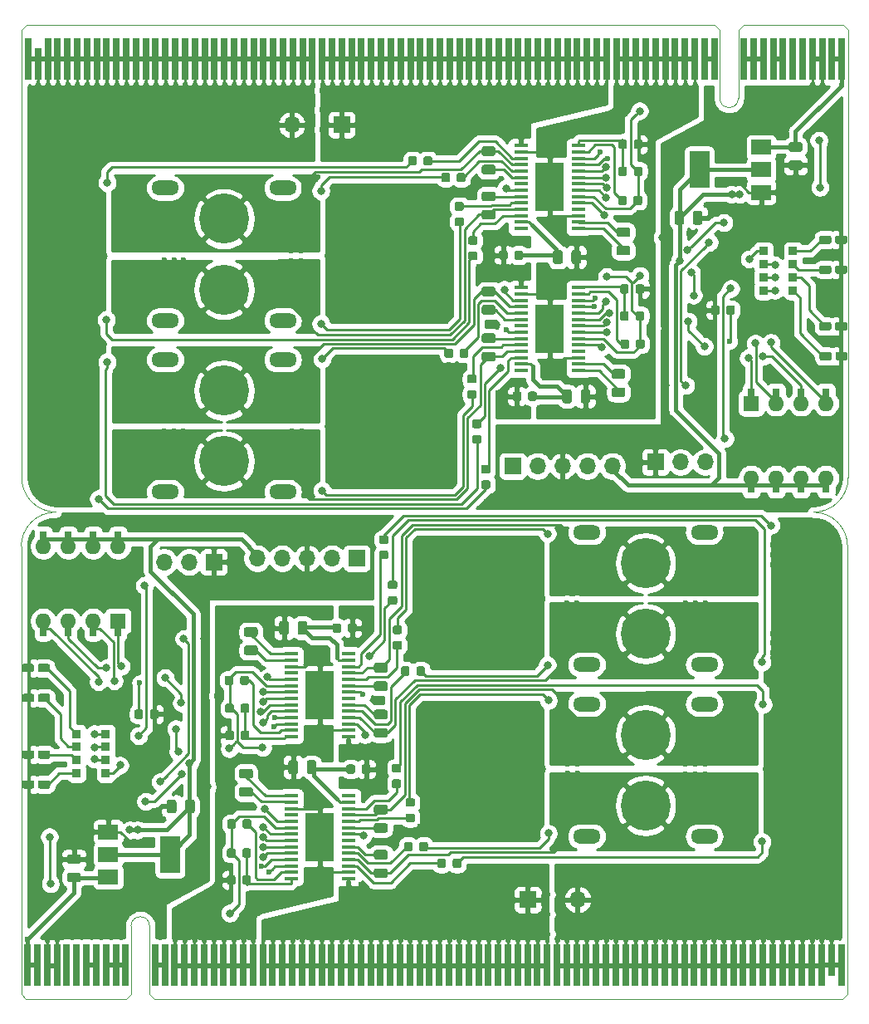
<source format=gbr>
G04 #@! TF.GenerationSoftware,KiCad,Pcbnew,(5.1.5)-3*
G04 #@! TF.CreationDate,2020-02-01T14:08:18+09:00*
G04 #@! TF.ProjectId,CAN_Dual_MDexpress,43414e5f-4475-4616-9c5f-4d4465787072,rev?*
G04 #@! TF.SameCoordinates,Original*
G04 #@! TF.FileFunction,Copper,L1,Top*
G04 #@! TF.FilePolarity,Positive*
%FSLAX46Y46*%
G04 Gerber Fmt 4.6, Leading zero omitted, Abs format (unit mm)*
G04 Created by KiCad (PCBNEW (5.1.5)-3) date 2020-02-01 14:08:18*
%MOMM*%
%LPD*%
G04 APERTURE LIST*
%ADD10C,0.100000*%
%ADD11O,2.800000X1.500000*%
%ADD12C,5.100000*%
%ADD13R,1.700000X1.700000*%
%ADD14O,1.700000X1.700000*%
%ADD15R,0.900000X0.900000*%
%ADD16R,2.000000X3.800000*%
%ADD17R,2.000000X1.500000*%
%ADD18R,0.800000X1.600000*%
%ADD19R,0.700000X4.300000*%
%ADD20R,0.700000X3.200000*%
%ADD21R,1.600000X1.600000*%
%ADD22O,1.600000X1.600000*%
%ADD23R,3.000000X5.000000*%
%ADD24R,1.475000X0.450000*%
%ADD25C,0.600000*%
%ADD26C,0.800000*%
%ADD27C,0.250000*%
%ADD28C,0.400000*%
%ADD29C,0.500000*%
%ADD30C,0.254000*%
%ADD31C,0.300000*%
%ADD32C,0.350000*%
%ADD33O,2.200000X1.000000*%
G04 APERTURE END LIST*
D10*
X199680000Y-86500000D02*
G75*
G02X196180000Y-90000000I-3500000J0D01*
G01*
X115380000Y-86500000D02*
X115380000Y-48750000D01*
X199680000Y-86500000D02*
X199680000Y-48750000D01*
X118880000Y-90000000D02*
G75*
G02X115380000Y-86500000I0J3500000D01*
G01*
X199620000Y-93500000D02*
X199620000Y-131250000D01*
X115320000Y-93500000D02*
X115320000Y-131250000D01*
X196120000Y-90000000D02*
G75*
G02X199620000Y-93500000I0J-3500000D01*
G01*
X115320000Y-93500000D02*
G75*
G02X118820000Y-90000000I3500000J0D01*
G01*
X188480000Y-47800000D02*
G75*
G02X186580000Y-47800000I-950000J0D01*
G01*
X115380000Y-40850000D02*
X115880000Y-40350000D01*
X186580000Y-40850000D02*
X186080000Y-40350000D01*
X188480000Y-40850000D02*
X188980000Y-40350000D01*
X199680000Y-40850000D02*
X199180000Y-40350000D01*
X186080000Y-40350000D02*
X115880000Y-40350000D01*
X115380000Y-48750000D02*
X115380000Y-40850000D01*
X199180000Y-40350000D02*
X188980000Y-40350000D01*
X199680000Y-48750000D02*
X199680000Y-40850000D01*
X186580000Y-47800000D02*
X186580000Y-40850000D01*
X188480000Y-47800000D02*
X188480000Y-40850000D01*
X126520000Y-132200000D02*
X126520000Y-139150000D01*
X128420000Y-132200000D02*
X128420000Y-139150000D01*
X115320000Y-131250000D02*
X115320000Y-139150000D01*
X115820000Y-139650000D02*
X126020000Y-139650000D01*
X199620000Y-131250000D02*
X199620000Y-139150000D01*
X128920000Y-139650000D02*
X199120000Y-139650000D01*
X115320000Y-139150000D02*
X115820000Y-139650000D01*
X126520000Y-139150000D02*
X126020000Y-139650000D01*
X128420000Y-139150000D02*
X128920000Y-139650000D01*
X199620000Y-139150000D02*
X199120000Y-139650000D01*
X126520000Y-132200000D02*
G75*
G02X128420000Y-132200000I950000J0D01*
G01*
G04 #@! TA.AperFunction,SMDPad,CuDef*
G36*
X199413329Y-73680023D02*
G01*
X199433957Y-73683083D01*
X199454185Y-73688150D01*
X199473820Y-73695176D01*
X199492672Y-73704092D01*
X199510559Y-73714813D01*
X199527309Y-73727235D01*
X199542760Y-73741240D01*
X199556765Y-73756691D01*
X199569187Y-73773441D01*
X199579908Y-73791328D01*
X199588824Y-73810180D01*
X199595850Y-73829815D01*
X199600917Y-73850043D01*
X199603977Y-73870671D01*
X199605000Y-73891500D01*
X199605000Y-74316500D01*
X199603977Y-74337329D01*
X199600917Y-74357957D01*
X199595850Y-74378185D01*
X199588824Y-74397820D01*
X199579908Y-74416672D01*
X199569187Y-74434559D01*
X199556765Y-74451309D01*
X199542760Y-74466760D01*
X199527309Y-74480765D01*
X199510559Y-74493187D01*
X199492672Y-74503908D01*
X199473820Y-74512824D01*
X199454185Y-74519850D01*
X199433957Y-74524917D01*
X199413329Y-74527977D01*
X199392500Y-74529000D01*
X198592500Y-74529000D01*
X198571671Y-74527977D01*
X198551043Y-74524917D01*
X198530815Y-74519850D01*
X198511180Y-74512824D01*
X198492328Y-74503908D01*
X198474441Y-74493187D01*
X198457691Y-74480765D01*
X198442240Y-74466760D01*
X198428235Y-74451309D01*
X198415813Y-74434559D01*
X198405092Y-74416672D01*
X198396176Y-74397820D01*
X198389150Y-74378185D01*
X198384083Y-74357957D01*
X198381023Y-74337329D01*
X198380000Y-74316500D01*
X198380000Y-73891500D01*
X198381023Y-73870671D01*
X198384083Y-73850043D01*
X198389150Y-73829815D01*
X198396176Y-73810180D01*
X198405092Y-73791328D01*
X198415813Y-73773441D01*
X198428235Y-73756691D01*
X198442240Y-73741240D01*
X198457691Y-73727235D01*
X198474441Y-73714813D01*
X198492328Y-73704092D01*
X198511180Y-73695176D01*
X198530815Y-73688150D01*
X198551043Y-73683083D01*
X198571671Y-73680023D01*
X198592500Y-73679000D01*
X199392500Y-73679000D01*
X199413329Y-73680023D01*
G37*
G04 #@! TD.AperFunction*
G04 #@! TA.AperFunction,SMDPad,CuDef*
G36*
X197788329Y-73680023D02*
G01*
X197808957Y-73683083D01*
X197829185Y-73688150D01*
X197848820Y-73695176D01*
X197867672Y-73704092D01*
X197885559Y-73714813D01*
X197902309Y-73727235D01*
X197917760Y-73741240D01*
X197931765Y-73756691D01*
X197944187Y-73773441D01*
X197954908Y-73791328D01*
X197963824Y-73810180D01*
X197970850Y-73829815D01*
X197975917Y-73850043D01*
X197978977Y-73870671D01*
X197980000Y-73891500D01*
X197980000Y-74316500D01*
X197978977Y-74337329D01*
X197975917Y-74357957D01*
X197970850Y-74378185D01*
X197963824Y-74397820D01*
X197954908Y-74416672D01*
X197944187Y-74434559D01*
X197931765Y-74451309D01*
X197917760Y-74466760D01*
X197902309Y-74480765D01*
X197885559Y-74493187D01*
X197867672Y-74503908D01*
X197848820Y-74512824D01*
X197829185Y-74519850D01*
X197808957Y-74524917D01*
X197788329Y-74527977D01*
X197767500Y-74529000D01*
X196967500Y-74529000D01*
X196946671Y-74527977D01*
X196926043Y-74524917D01*
X196905815Y-74519850D01*
X196886180Y-74512824D01*
X196867328Y-74503908D01*
X196849441Y-74493187D01*
X196832691Y-74480765D01*
X196817240Y-74466760D01*
X196803235Y-74451309D01*
X196790813Y-74434559D01*
X196780092Y-74416672D01*
X196771176Y-74397820D01*
X196764150Y-74378185D01*
X196759083Y-74357957D01*
X196756023Y-74337329D01*
X196755000Y-74316500D01*
X196755000Y-73891500D01*
X196756023Y-73870671D01*
X196759083Y-73850043D01*
X196764150Y-73829815D01*
X196771176Y-73810180D01*
X196780092Y-73791328D01*
X196790813Y-73773441D01*
X196803235Y-73756691D01*
X196817240Y-73741240D01*
X196832691Y-73727235D01*
X196849441Y-73714813D01*
X196867328Y-73704092D01*
X196886180Y-73695176D01*
X196905815Y-73688150D01*
X196926043Y-73683083D01*
X196946671Y-73680023D01*
X196967500Y-73679000D01*
X197767500Y-73679000D01*
X197788329Y-73680023D01*
G37*
G04 #@! TD.AperFunction*
G04 #@! TA.AperFunction,SMDPad,CuDef*
G36*
X167715691Y-77710053D02*
G01*
X167736926Y-77713203D01*
X167757750Y-77718419D01*
X167777962Y-77725651D01*
X167797368Y-77734830D01*
X167815781Y-77745866D01*
X167833024Y-77758654D01*
X167848930Y-77773070D01*
X167863346Y-77788976D01*
X167876134Y-77806219D01*
X167887170Y-77824632D01*
X167896349Y-77844038D01*
X167903581Y-77864250D01*
X167908797Y-77885074D01*
X167911947Y-77906309D01*
X167913000Y-77927750D01*
X167913000Y-78440250D01*
X167911947Y-78461691D01*
X167908797Y-78482926D01*
X167903581Y-78503750D01*
X167896349Y-78523962D01*
X167887170Y-78543368D01*
X167876134Y-78561781D01*
X167863346Y-78579024D01*
X167848930Y-78594930D01*
X167833024Y-78609346D01*
X167815781Y-78622134D01*
X167797368Y-78633170D01*
X167777962Y-78642349D01*
X167757750Y-78649581D01*
X167736926Y-78654797D01*
X167715691Y-78657947D01*
X167694250Y-78659000D01*
X167256750Y-78659000D01*
X167235309Y-78657947D01*
X167214074Y-78654797D01*
X167193250Y-78649581D01*
X167173038Y-78642349D01*
X167153632Y-78633170D01*
X167135219Y-78622134D01*
X167117976Y-78609346D01*
X167102070Y-78594930D01*
X167087654Y-78579024D01*
X167074866Y-78561781D01*
X167063830Y-78543368D01*
X167054651Y-78523962D01*
X167047419Y-78503750D01*
X167042203Y-78482926D01*
X167039053Y-78461691D01*
X167038000Y-78440250D01*
X167038000Y-77927750D01*
X167039053Y-77906309D01*
X167042203Y-77885074D01*
X167047419Y-77864250D01*
X167054651Y-77844038D01*
X167063830Y-77824632D01*
X167074866Y-77806219D01*
X167087654Y-77788976D01*
X167102070Y-77773070D01*
X167117976Y-77758654D01*
X167135219Y-77745866D01*
X167153632Y-77734830D01*
X167173038Y-77725651D01*
X167193250Y-77718419D01*
X167214074Y-77713203D01*
X167235309Y-77710053D01*
X167256750Y-77709000D01*
X167694250Y-77709000D01*
X167715691Y-77710053D01*
G37*
G04 #@! TD.AperFunction*
G04 #@! TA.AperFunction,SMDPad,CuDef*
G36*
X166140691Y-77710053D02*
G01*
X166161926Y-77713203D01*
X166182750Y-77718419D01*
X166202962Y-77725651D01*
X166222368Y-77734830D01*
X166240781Y-77745866D01*
X166258024Y-77758654D01*
X166273930Y-77773070D01*
X166288346Y-77788976D01*
X166301134Y-77806219D01*
X166312170Y-77824632D01*
X166321349Y-77844038D01*
X166328581Y-77864250D01*
X166333797Y-77885074D01*
X166336947Y-77906309D01*
X166338000Y-77927750D01*
X166338000Y-78440250D01*
X166336947Y-78461691D01*
X166333797Y-78482926D01*
X166328581Y-78503750D01*
X166321349Y-78523962D01*
X166312170Y-78543368D01*
X166301134Y-78561781D01*
X166288346Y-78579024D01*
X166273930Y-78594930D01*
X166258024Y-78609346D01*
X166240781Y-78622134D01*
X166222368Y-78633170D01*
X166202962Y-78642349D01*
X166182750Y-78649581D01*
X166161926Y-78654797D01*
X166140691Y-78657947D01*
X166119250Y-78659000D01*
X165681750Y-78659000D01*
X165660309Y-78657947D01*
X165639074Y-78654797D01*
X165618250Y-78649581D01*
X165598038Y-78642349D01*
X165578632Y-78633170D01*
X165560219Y-78622134D01*
X165542976Y-78609346D01*
X165527070Y-78594930D01*
X165512654Y-78579024D01*
X165499866Y-78561781D01*
X165488830Y-78543368D01*
X165479651Y-78523962D01*
X165472419Y-78503750D01*
X165467203Y-78482926D01*
X165464053Y-78461691D01*
X165463000Y-78440250D01*
X165463000Y-77927750D01*
X165464053Y-77906309D01*
X165467203Y-77885074D01*
X165472419Y-77864250D01*
X165479651Y-77844038D01*
X165488830Y-77824632D01*
X165499866Y-77806219D01*
X165512654Y-77788976D01*
X165527070Y-77773070D01*
X165542976Y-77758654D01*
X165560219Y-77745866D01*
X165578632Y-77734830D01*
X165598038Y-77725651D01*
X165618250Y-77718419D01*
X165639074Y-77713203D01*
X165660309Y-77710053D01*
X165681750Y-77709000D01*
X166119250Y-77709000D01*
X166140691Y-77710053D01*
G37*
G04 #@! TD.AperFunction*
G04 #@! TA.AperFunction,SMDPad,CuDef*
G36*
X176730142Y-77301174D02*
G01*
X176753803Y-77304684D01*
X176777007Y-77310496D01*
X176799529Y-77318554D01*
X176821153Y-77328782D01*
X176841670Y-77341079D01*
X176860883Y-77355329D01*
X176878607Y-77371393D01*
X176894671Y-77389117D01*
X176908921Y-77408330D01*
X176921218Y-77428847D01*
X176931446Y-77450471D01*
X176939504Y-77472993D01*
X176945316Y-77496197D01*
X176948826Y-77519858D01*
X176950000Y-77543750D01*
X176950000Y-78031250D01*
X176948826Y-78055142D01*
X176945316Y-78078803D01*
X176939504Y-78102007D01*
X176931446Y-78124529D01*
X176921218Y-78146153D01*
X176908921Y-78166670D01*
X176894671Y-78185883D01*
X176878607Y-78203607D01*
X176860883Y-78219671D01*
X176841670Y-78233921D01*
X176821153Y-78246218D01*
X176799529Y-78256446D01*
X176777007Y-78264504D01*
X176753803Y-78270316D01*
X176730142Y-78273826D01*
X176706250Y-78275000D01*
X175793750Y-78275000D01*
X175769858Y-78273826D01*
X175746197Y-78270316D01*
X175722993Y-78264504D01*
X175700471Y-78256446D01*
X175678847Y-78246218D01*
X175658330Y-78233921D01*
X175639117Y-78219671D01*
X175621393Y-78203607D01*
X175605329Y-78185883D01*
X175591079Y-78166670D01*
X175578782Y-78146153D01*
X175568554Y-78124529D01*
X175560496Y-78102007D01*
X175554684Y-78078803D01*
X175551174Y-78055142D01*
X175550000Y-78031250D01*
X175550000Y-77543750D01*
X175551174Y-77519858D01*
X175554684Y-77496197D01*
X175560496Y-77472993D01*
X175568554Y-77450471D01*
X175578782Y-77428847D01*
X175591079Y-77408330D01*
X175605329Y-77389117D01*
X175621393Y-77371393D01*
X175639117Y-77355329D01*
X175658330Y-77341079D01*
X175678847Y-77328782D01*
X175700471Y-77318554D01*
X175722993Y-77310496D01*
X175746197Y-77304684D01*
X175769858Y-77301174D01*
X175793750Y-77300000D01*
X176706250Y-77300000D01*
X176730142Y-77301174D01*
G37*
G04 #@! TD.AperFunction*
G04 #@! TA.AperFunction,SMDPad,CuDef*
G36*
X176730142Y-75426174D02*
G01*
X176753803Y-75429684D01*
X176777007Y-75435496D01*
X176799529Y-75443554D01*
X176821153Y-75453782D01*
X176841670Y-75466079D01*
X176860883Y-75480329D01*
X176878607Y-75496393D01*
X176894671Y-75514117D01*
X176908921Y-75533330D01*
X176921218Y-75553847D01*
X176931446Y-75575471D01*
X176939504Y-75597993D01*
X176945316Y-75621197D01*
X176948826Y-75644858D01*
X176950000Y-75668750D01*
X176950000Y-76156250D01*
X176948826Y-76180142D01*
X176945316Y-76203803D01*
X176939504Y-76227007D01*
X176931446Y-76249529D01*
X176921218Y-76271153D01*
X176908921Y-76291670D01*
X176894671Y-76310883D01*
X176878607Y-76328607D01*
X176860883Y-76344671D01*
X176841670Y-76358921D01*
X176821153Y-76371218D01*
X176799529Y-76381446D01*
X176777007Y-76389504D01*
X176753803Y-76395316D01*
X176730142Y-76398826D01*
X176706250Y-76400000D01*
X175793750Y-76400000D01*
X175769858Y-76398826D01*
X175746197Y-76395316D01*
X175722993Y-76389504D01*
X175700471Y-76381446D01*
X175678847Y-76371218D01*
X175658330Y-76358921D01*
X175639117Y-76344671D01*
X175621393Y-76328607D01*
X175605329Y-76310883D01*
X175591079Y-76291670D01*
X175578782Y-76271153D01*
X175568554Y-76249529D01*
X175560496Y-76227007D01*
X175554684Y-76203803D01*
X175551174Y-76180142D01*
X175550000Y-76156250D01*
X175550000Y-75668750D01*
X175551174Y-75644858D01*
X175554684Y-75621197D01*
X175560496Y-75597993D01*
X175568554Y-75575471D01*
X175578782Y-75553847D01*
X175591079Y-75533330D01*
X175605329Y-75514117D01*
X175621393Y-75496393D01*
X175639117Y-75480329D01*
X175658330Y-75466079D01*
X175678847Y-75453782D01*
X175700471Y-75443554D01*
X175722993Y-75435496D01*
X175746197Y-75429684D01*
X175769858Y-75426174D01*
X175793750Y-75425000D01*
X176706250Y-75425000D01*
X176730142Y-75426174D01*
G37*
G04 #@! TD.AperFunction*
D11*
X130000000Y-87950000D03*
X130000000Y-74450000D03*
X142000000Y-87950000D03*
X142000000Y-74450000D03*
D12*
X136000000Y-84800000D03*
X136000000Y-77600000D03*
G04 #@! TA.AperFunction,SMDPad,CuDef*
D10*
G36*
X161677691Y-61876053D02*
G01*
X161698926Y-61879203D01*
X161719750Y-61884419D01*
X161739962Y-61891651D01*
X161759368Y-61900830D01*
X161777781Y-61911866D01*
X161795024Y-61924654D01*
X161810930Y-61939070D01*
X161825346Y-61954976D01*
X161838134Y-61972219D01*
X161849170Y-61990632D01*
X161858349Y-62010038D01*
X161865581Y-62030250D01*
X161870797Y-62051074D01*
X161873947Y-62072309D01*
X161875000Y-62093750D01*
X161875000Y-62531250D01*
X161873947Y-62552691D01*
X161870797Y-62573926D01*
X161865581Y-62594750D01*
X161858349Y-62614962D01*
X161849170Y-62634368D01*
X161838134Y-62652781D01*
X161825346Y-62670024D01*
X161810930Y-62685930D01*
X161795024Y-62700346D01*
X161777781Y-62713134D01*
X161759368Y-62724170D01*
X161739962Y-62733349D01*
X161719750Y-62740581D01*
X161698926Y-62745797D01*
X161677691Y-62748947D01*
X161656250Y-62750000D01*
X161143750Y-62750000D01*
X161122309Y-62748947D01*
X161101074Y-62745797D01*
X161080250Y-62740581D01*
X161060038Y-62733349D01*
X161040632Y-62724170D01*
X161022219Y-62713134D01*
X161004976Y-62700346D01*
X160989070Y-62685930D01*
X160974654Y-62670024D01*
X160961866Y-62652781D01*
X160950830Y-62634368D01*
X160941651Y-62614962D01*
X160934419Y-62594750D01*
X160929203Y-62573926D01*
X160926053Y-62552691D01*
X160925000Y-62531250D01*
X160925000Y-62093750D01*
X160926053Y-62072309D01*
X160929203Y-62051074D01*
X160934419Y-62030250D01*
X160941651Y-62010038D01*
X160950830Y-61990632D01*
X160961866Y-61972219D01*
X160974654Y-61954976D01*
X160989070Y-61939070D01*
X161004976Y-61924654D01*
X161022219Y-61911866D01*
X161040632Y-61900830D01*
X161060038Y-61891651D01*
X161080250Y-61884419D01*
X161101074Y-61879203D01*
X161122309Y-61876053D01*
X161143750Y-61875000D01*
X161656250Y-61875000D01*
X161677691Y-61876053D01*
G37*
G04 #@! TD.AperFunction*
G04 #@! TA.AperFunction,SMDPad,CuDef*
G36*
X161677691Y-63451053D02*
G01*
X161698926Y-63454203D01*
X161719750Y-63459419D01*
X161739962Y-63466651D01*
X161759368Y-63475830D01*
X161777781Y-63486866D01*
X161795024Y-63499654D01*
X161810930Y-63514070D01*
X161825346Y-63529976D01*
X161838134Y-63547219D01*
X161849170Y-63565632D01*
X161858349Y-63585038D01*
X161865581Y-63605250D01*
X161870797Y-63626074D01*
X161873947Y-63647309D01*
X161875000Y-63668750D01*
X161875000Y-64106250D01*
X161873947Y-64127691D01*
X161870797Y-64148926D01*
X161865581Y-64169750D01*
X161858349Y-64189962D01*
X161849170Y-64209368D01*
X161838134Y-64227781D01*
X161825346Y-64245024D01*
X161810930Y-64260930D01*
X161795024Y-64275346D01*
X161777781Y-64288134D01*
X161759368Y-64299170D01*
X161739962Y-64308349D01*
X161719750Y-64315581D01*
X161698926Y-64320797D01*
X161677691Y-64323947D01*
X161656250Y-64325000D01*
X161143750Y-64325000D01*
X161122309Y-64323947D01*
X161101074Y-64320797D01*
X161080250Y-64315581D01*
X161060038Y-64308349D01*
X161040632Y-64299170D01*
X161022219Y-64288134D01*
X161004976Y-64275346D01*
X160989070Y-64260930D01*
X160974654Y-64245024D01*
X160961866Y-64227781D01*
X160950830Y-64209368D01*
X160941651Y-64189962D01*
X160934419Y-64169750D01*
X160929203Y-64148926D01*
X160926053Y-64127691D01*
X160925000Y-64106250D01*
X160925000Y-63668750D01*
X160926053Y-63647309D01*
X160929203Y-63626074D01*
X160934419Y-63605250D01*
X160941651Y-63585038D01*
X160950830Y-63565632D01*
X160961866Y-63547219D01*
X160974654Y-63529976D01*
X160989070Y-63514070D01*
X161004976Y-63499654D01*
X161022219Y-63486866D01*
X161040632Y-63475830D01*
X161060038Y-63466651D01*
X161080250Y-63459419D01*
X161101074Y-63454203D01*
X161122309Y-63451053D01*
X161143750Y-63450000D01*
X161656250Y-63450000D01*
X161677691Y-63451053D01*
G37*
G04 #@! TD.AperFunction*
G04 #@! TA.AperFunction,SMDPad,CuDef*
G36*
X199387829Y-70632023D02*
G01*
X199408457Y-70635083D01*
X199428685Y-70640150D01*
X199448320Y-70647176D01*
X199467172Y-70656092D01*
X199485059Y-70666813D01*
X199501809Y-70679235D01*
X199517260Y-70693240D01*
X199531265Y-70708691D01*
X199543687Y-70725441D01*
X199554408Y-70743328D01*
X199563324Y-70762180D01*
X199570350Y-70781815D01*
X199575417Y-70802043D01*
X199578477Y-70822671D01*
X199579500Y-70843500D01*
X199579500Y-71268500D01*
X199578477Y-71289329D01*
X199575417Y-71309957D01*
X199570350Y-71330185D01*
X199563324Y-71349820D01*
X199554408Y-71368672D01*
X199543687Y-71386559D01*
X199531265Y-71403309D01*
X199517260Y-71418760D01*
X199501809Y-71432765D01*
X199485059Y-71445187D01*
X199467172Y-71455908D01*
X199448320Y-71464824D01*
X199428685Y-71471850D01*
X199408457Y-71476917D01*
X199387829Y-71479977D01*
X199367000Y-71481000D01*
X198567000Y-71481000D01*
X198546171Y-71479977D01*
X198525543Y-71476917D01*
X198505315Y-71471850D01*
X198485680Y-71464824D01*
X198466828Y-71455908D01*
X198448941Y-71445187D01*
X198432191Y-71432765D01*
X198416740Y-71418760D01*
X198402735Y-71403309D01*
X198390313Y-71386559D01*
X198379592Y-71368672D01*
X198370676Y-71349820D01*
X198363650Y-71330185D01*
X198358583Y-71309957D01*
X198355523Y-71289329D01*
X198354500Y-71268500D01*
X198354500Y-70843500D01*
X198355523Y-70822671D01*
X198358583Y-70802043D01*
X198363650Y-70781815D01*
X198370676Y-70762180D01*
X198379592Y-70743328D01*
X198390313Y-70725441D01*
X198402735Y-70708691D01*
X198416740Y-70693240D01*
X198432191Y-70679235D01*
X198448941Y-70666813D01*
X198466828Y-70656092D01*
X198485680Y-70647176D01*
X198505315Y-70640150D01*
X198525543Y-70635083D01*
X198546171Y-70632023D01*
X198567000Y-70631000D01*
X199367000Y-70631000D01*
X199387829Y-70632023D01*
G37*
G04 #@! TD.AperFunction*
G04 #@! TA.AperFunction,SMDPad,CuDef*
G36*
X197762829Y-70632023D02*
G01*
X197783457Y-70635083D01*
X197803685Y-70640150D01*
X197823320Y-70647176D01*
X197842172Y-70656092D01*
X197860059Y-70666813D01*
X197876809Y-70679235D01*
X197892260Y-70693240D01*
X197906265Y-70708691D01*
X197918687Y-70725441D01*
X197929408Y-70743328D01*
X197938324Y-70762180D01*
X197945350Y-70781815D01*
X197950417Y-70802043D01*
X197953477Y-70822671D01*
X197954500Y-70843500D01*
X197954500Y-71268500D01*
X197953477Y-71289329D01*
X197950417Y-71309957D01*
X197945350Y-71330185D01*
X197938324Y-71349820D01*
X197929408Y-71368672D01*
X197918687Y-71386559D01*
X197906265Y-71403309D01*
X197892260Y-71418760D01*
X197876809Y-71432765D01*
X197860059Y-71445187D01*
X197842172Y-71455908D01*
X197823320Y-71464824D01*
X197803685Y-71471850D01*
X197783457Y-71476917D01*
X197762829Y-71479977D01*
X197742000Y-71481000D01*
X196942000Y-71481000D01*
X196921171Y-71479977D01*
X196900543Y-71476917D01*
X196880315Y-71471850D01*
X196860680Y-71464824D01*
X196841828Y-71455908D01*
X196823941Y-71445187D01*
X196807191Y-71432765D01*
X196791740Y-71418760D01*
X196777735Y-71403309D01*
X196765313Y-71386559D01*
X196754592Y-71368672D01*
X196745676Y-71349820D01*
X196738650Y-71330185D01*
X196733583Y-71309957D01*
X196730523Y-71289329D01*
X196729500Y-71268500D01*
X196729500Y-70843500D01*
X196730523Y-70822671D01*
X196733583Y-70802043D01*
X196738650Y-70781815D01*
X196745676Y-70762180D01*
X196754592Y-70743328D01*
X196765313Y-70725441D01*
X196777735Y-70708691D01*
X196791740Y-70693240D01*
X196807191Y-70679235D01*
X196823941Y-70666813D01*
X196841828Y-70656092D01*
X196860680Y-70647176D01*
X196880315Y-70640150D01*
X196900543Y-70635083D01*
X196921171Y-70632023D01*
X196942000Y-70631000D01*
X197742000Y-70631000D01*
X197762829Y-70632023D01*
G37*
G04 #@! TD.AperFunction*
D13*
X165450000Y-85300000D03*
D14*
X167990000Y-85300000D03*
X170530000Y-85300000D03*
X173070000Y-85300000D03*
X175610000Y-85300000D03*
G04 #@! TA.AperFunction,SMDPad,CuDef*
D10*
G36*
X161577691Y-75988553D02*
G01*
X161598926Y-75991703D01*
X161619750Y-75996919D01*
X161639962Y-76004151D01*
X161659368Y-76013330D01*
X161677781Y-76024366D01*
X161695024Y-76037154D01*
X161710930Y-76051570D01*
X161725346Y-76067476D01*
X161738134Y-76084719D01*
X161749170Y-76103132D01*
X161758349Y-76122538D01*
X161765581Y-76142750D01*
X161770797Y-76163574D01*
X161773947Y-76184809D01*
X161775000Y-76206250D01*
X161775000Y-76643750D01*
X161773947Y-76665191D01*
X161770797Y-76686426D01*
X161765581Y-76707250D01*
X161758349Y-76727462D01*
X161749170Y-76746868D01*
X161738134Y-76765281D01*
X161725346Y-76782524D01*
X161710930Y-76798430D01*
X161695024Y-76812846D01*
X161677781Y-76825634D01*
X161659368Y-76836670D01*
X161639962Y-76845849D01*
X161619750Y-76853081D01*
X161598926Y-76858297D01*
X161577691Y-76861447D01*
X161556250Y-76862500D01*
X161043750Y-76862500D01*
X161022309Y-76861447D01*
X161001074Y-76858297D01*
X160980250Y-76853081D01*
X160960038Y-76845849D01*
X160940632Y-76836670D01*
X160922219Y-76825634D01*
X160904976Y-76812846D01*
X160889070Y-76798430D01*
X160874654Y-76782524D01*
X160861866Y-76765281D01*
X160850830Y-76746868D01*
X160841651Y-76727462D01*
X160834419Y-76707250D01*
X160829203Y-76686426D01*
X160826053Y-76665191D01*
X160825000Y-76643750D01*
X160825000Y-76206250D01*
X160826053Y-76184809D01*
X160829203Y-76163574D01*
X160834419Y-76142750D01*
X160841651Y-76122538D01*
X160850830Y-76103132D01*
X160861866Y-76084719D01*
X160874654Y-76067476D01*
X160889070Y-76051570D01*
X160904976Y-76037154D01*
X160922219Y-76024366D01*
X160940632Y-76013330D01*
X160960038Y-76004151D01*
X160980250Y-75996919D01*
X161001074Y-75991703D01*
X161022309Y-75988553D01*
X161043750Y-75987500D01*
X161556250Y-75987500D01*
X161577691Y-75988553D01*
G37*
G04 #@! TD.AperFunction*
G04 #@! TA.AperFunction,SMDPad,CuDef*
G36*
X161577691Y-77563553D02*
G01*
X161598926Y-77566703D01*
X161619750Y-77571919D01*
X161639962Y-77579151D01*
X161659368Y-77588330D01*
X161677781Y-77599366D01*
X161695024Y-77612154D01*
X161710930Y-77626570D01*
X161725346Y-77642476D01*
X161738134Y-77659719D01*
X161749170Y-77678132D01*
X161758349Y-77697538D01*
X161765581Y-77717750D01*
X161770797Y-77738574D01*
X161773947Y-77759809D01*
X161775000Y-77781250D01*
X161775000Y-78218750D01*
X161773947Y-78240191D01*
X161770797Y-78261426D01*
X161765581Y-78282250D01*
X161758349Y-78302462D01*
X161749170Y-78321868D01*
X161738134Y-78340281D01*
X161725346Y-78357524D01*
X161710930Y-78373430D01*
X161695024Y-78387846D01*
X161677781Y-78400634D01*
X161659368Y-78411670D01*
X161639962Y-78420849D01*
X161619750Y-78428081D01*
X161598926Y-78433297D01*
X161577691Y-78436447D01*
X161556250Y-78437500D01*
X161043750Y-78437500D01*
X161022309Y-78436447D01*
X161001074Y-78433297D01*
X160980250Y-78428081D01*
X160960038Y-78420849D01*
X160940632Y-78411670D01*
X160922219Y-78400634D01*
X160904976Y-78387846D01*
X160889070Y-78373430D01*
X160874654Y-78357524D01*
X160861866Y-78340281D01*
X160850830Y-78321868D01*
X160841651Y-78302462D01*
X160834419Y-78282250D01*
X160829203Y-78261426D01*
X160826053Y-78240191D01*
X160825000Y-78218750D01*
X160825000Y-77781250D01*
X160826053Y-77759809D01*
X160829203Y-77738574D01*
X160834419Y-77717750D01*
X160841651Y-77697538D01*
X160850830Y-77678132D01*
X160861866Y-77659719D01*
X160874654Y-77642476D01*
X160889070Y-77626570D01*
X160904976Y-77612154D01*
X160922219Y-77599366D01*
X160940632Y-77588330D01*
X160960038Y-77579151D01*
X160980250Y-77571919D01*
X161001074Y-77566703D01*
X161022309Y-77563553D01*
X161043750Y-77562500D01*
X161556250Y-77562500D01*
X161577691Y-77563553D01*
G37*
G04 #@! TD.AperFunction*
D15*
X194050000Y-67400000D03*
X194050000Y-63400000D03*
X194050000Y-66060000D03*
X194050000Y-64740000D03*
X191050000Y-66060000D03*
X191050000Y-67400000D03*
X191050000Y-63400000D03*
X191050000Y-64740000D03*
D13*
X148000000Y-50500000D03*
D14*
X142920000Y-50500000D03*
D16*
X184500000Y-55100000D03*
D17*
X190800000Y-55100000D03*
X190800000Y-52800000D03*
X190800000Y-57400000D03*
G04 #@! TA.AperFunction,SMDPad,CuDef*
D10*
G36*
X199387829Y-64858023D02*
G01*
X199408457Y-64861083D01*
X199428685Y-64866150D01*
X199448320Y-64873176D01*
X199467172Y-64882092D01*
X199485059Y-64892813D01*
X199501809Y-64905235D01*
X199517260Y-64919240D01*
X199531265Y-64934691D01*
X199543687Y-64951441D01*
X199554408Y-64969328D01*
X199563324Y-64988180D01*
X199570350Y-65007815D01*
X199575417Y-65028043D01*
X199578477Y-65048671D01*
X199579500Y-65069500D01*
X199579500Y-65494500D01*
X199578477Y-65515329D01*
X199575417Y-65535957D01*
X199570350Y-65556185D01*
X199563324Y-65575820D01*
X199554408Y-65594672D01*
X199543687Y-65612559D01*
X199531265Y-65629309D01*
X199517260Y-65644760D01*
X199501809Y-65658765D01*
X199485059Y-65671187D01*
X199467172Y-65681908D01*
X199448320Y-65690824D01*
X199428685Y-65697850D01*
X199408457Y-65702917D01*
X199387829Y-65705977D01*
X199367000Y-65707000D01*
X198567000Y-65707000D01*
X198546171Y-65705977D01*
X198525543Y-65702917D01*
X198505315Y-65697850D01*
X198485680Y-65690824D01*
X198466828Y-65681908D01*
X198448941Y-65671187D01*
X198432191Y-65658765D01*
X198416740Y-65644760D01*
X198402735Y-65629309D01*
X198390313Y-65612559D01*
X198379592Y-65594672D01*
X198370676Y-65575820D01*
X198363650Y-65556185D01*
X198358583Y-65535957D01*
X198355523Y-65515329D01*
X198354500Y-65494500D01*
X198354500Y-65069500D01*
X198355523Y-65048671D01*
X198358583Y-65028043D01*
X198363650Y-65007815D01*
X198370676Y-64988180D01*
X198379592Y-64969328D01*
X198390313Y-64951441D01*
X198402735Y-64934691D01*
X198416740Y-64919240D01*
X198432191Y-64905235D01*
X198448941Y-64892813D01*
X198466828Y-64882092D01*
X198485680Y-64873176D01*
X198505315Y-64866150D01*
X198525543Y-64861083D01*
X198546171Y-64858023D01*
X198567000Y-64857000D01*
X199367000Y-64857000D01*
X199387829Y-64858023D01*
G37*
G04 #@! TD.AperFunction*
G04 #@! TA.AperFunction,SMDPad,CuDef*
G36*
X197762829Y-64858023D02*
G01*
X197783457Y-64861083D01*
X197803685Y-64866150D01*
X197823320Y-64873176D01*
X197842172Y-64882092D01*
X197860059Y-64892813D01*
X197876809Y-64905235D01*
X197892260Y-64919240D01*
X197906265Y-64934691D01*
X197918687Y-64951441D01*
X197929408Y-64969328D01*
X197938324Y-64988180D01*
X197945350Y-65007815D01*
X197950417Y-65028043D01*
X197953477Y-65048671D01*
X197954500Y-65069500D01*
X197954500Y-65494500D01*
X197953477Y-65515329D01*
X197950417Y-65535957D01*
X197945350Y-65556185D01*
X197938324Y-65575820D01*
X197929408Y-65594672D01*
X197918687Y-65612559D01*
X197906265Y-65629309D01*
X197892260Y-65644760D01*
X197876809Y-65658765D01*
X197860059Y-65671187D01*
X197842172Y-65681908D01*
X197823320Y-65690824D01*
X197803685Y-65697850D01*
X197783457Y-65702917D01*
X197762829Y-65705977D01*
X197742000Y-65707000D01*
X196942000Y-65707000D01*
X196921171Y-65705977D01*
X196900543Y-65702917D01*
X196880315Y-65697850D01*
X196860680Y-65690824D01*
X196841828Y-65681908D01*
X196823941Y-65671187D01*
X196807191Y-65658765D01*
X196791740Y-65644760D01*
X196777735Y-65629309D01*
X196765313Y-65612559D01*
X196754592Y-65594672D01*
X196745676Y-65575820D01*
X196738650Y-65556185D01*
X196733583Y-65535957D01*
X196730523Y-65515329D01*
X196729500Y-65494500D01*
X196729500Y-65069500D01*
X196730523Y-65048671D01*
X196733583Y-65028043D01*
X196738650Y-65007815D01*
X196745676Y-64988180D01*
X196754592Y-64969328D01*
X196765313Y-64951441D01*
X196777735Y-64934691D01*
X196791740Y-64919240D01*
X196807191Y-64905235D01*
X196823941Y-64892813D01*
X196841828Y-64882092D01*
X196860680Y-64873176D01*
X196880315Y-64866150D01*
X196900543Y-64861083D01*
X196921171Y-64858023D01*
X196942000Y-64857000D01*
X197742000Y-64857000D01*
X197762829Y-64858023D01*
G37*
G04 #@! TD.AperFunction*
D18*
X197422000Y-78156000D03*
X194882000Y-78156000D03*
X192342000Y-78156000D03*
X189802000Y-78156000D03*
X189802000Y-87256000D03*
X192342000Y-87256000D03*
X194882000Y-87256000D03*
X197422000Y-87256000D03*
D13*
X180020000Y-84900000D03*
D14*
X182560000Y-84900000D03*
X185100000Y-84900000D03*
D19*
X116030000Y-43800000D03*
D20*
X117030000Y-44350000D03*
D19*
X118030000Y-43800000D03*
X119030000Y-43800000D03*
X120030000Y-43800000D03*
X121030000Y-43800000D03*
X122030000Y-43800000D03*
X123030000Y-43800000D03*
X124030000Y-43800000D03*
X125030000Y-43800000D03*
X126030000Y-43800000D03*
X127030000Y-43800000D03*
X128030000Y-43800000D03*
X129030000Y-43800000D03*
X130030000Y-43800000D03*
X131030000Y-43800000D03*
X132030000Y-43800000D03*
X133030000Y-43800000D03*
X134030000Y-43800000D03*
X135030000Y-43800000D03*
X136030000Y-43800000D03*
X137030000Y-43800000D03*
X138030000Y-43800000D03*
X139030000Y-43800000D03*
X140030000Y-43800000D03*
X141030000Y-43800000D03*
X142030000Y-43800000D03*
X143030000Y-43800000D03*
X144030000Y-43800000D03*
X145030000Y-43800000D03*
X146030000Y-43800000D03*
X147030000Y-43800000D03*
X148030000Y-43800000D03*
X185030000Y-43800000D03*
X186030000Y-43800000D03*
X180030000Y-43800000D03*
X181030000Y-43800000D03*
X182030000Y-43800000D03*
X183030000Y-43800000D03*
X184030000Y-43800000D03*
X189030000Y-43800000D03*
X190030000Y-43800000D03*
X191030000Y-43800000D03*
X192030000Y-43800000D03*
X193030000Y-43800000D03*
X194030000Y-43800000D03*
X195030000Y-43800000D03*
X196030000Y-43800000D03*
X197030000Y-43800000D03*
X198030000Y-43800000D03*
X199030000Y-43800000D03*
X179030000Y-43800000D03*
X178030000Y-43800000D03*
X177030000Y-43800000D03*
X176030000Y-43800000D03*
X175030000Y-43800000D03*
X174030000Y-43800000D03*
X173030000Y-43800000D03*
X172030000Y-43800000D03*
X171030000Y-43800000D03*
X170030000Y-43800000D03*
X169030000Y-43800000D03*
X168030000Y-43800000D03*
X167030000Y-43800000D03*
X166030000Y-43800000D03*
X165030000Y-43800000D03*
X164030000Y-43800000D03*
X163030000Y-43800000D03*
X162030000Y-43800000D03*
X161030000Y-43800000D03*
X160030000Y-43800000D03*
X159030000Y-43800000D03*
X158030000Y-43800000D03*
X157030000Y-43800000D03*
X156030000Y-43800000D03*
X155030000Y-43800000D03*
X154030000Y-43800000D03*
X153030000Y-43800000D03*
X152030000Y-43800000D03*
X151030000Y-43800000D03*
X150030000Y-43800000D03*
X149030000Y-43800000D03*
D11*
X130000000Y-70450000D03*
X130000000Y-56950000D03*
X142000000Y-70450000D03*
X142000000Y-56950000D03*
D12*
X136000000Y-67300000D03*
X136000000Y-60100000D03*
D21*
X189800000Y-78900000D03*
D22*
X197420000Y-86520000D03*
X192340000Y-78900000D03*
X194880000Y-86520000D03*
X194880000Y-78900000D03*
X192340000Y-86520000D03*
X197420000Y-78900000D03*
X189800000Y-86520000D03*
G04 #@! TA.AperFunction,SMDPad,CuDef*
D10*
G36*
X166315191Y-63326053D02*
G01*
X166336426Y-63329203D01*
X166357250Y-63334419D01*
X166377462Y-63341651D01*
X166396868Y-63350830D01*
X166415281Y-63361866D01*
X166432524Y-63374654D01*
X166448430Y-63389070D01*
X166462846Y-63404976D01*
X166475634Y-63422219D01*
X166486670Y-63440632D01*
X166495849Y-63460038D01*
X166503081Y-63480250D01*
X166508297Y-63501074D01*
X166511447Y-63522309D01*
X166512500Y-63543750D01*
X166512500Y-64056250D01*
X166511447Y-64077691D01*
X166508297Y-64098926D01*
X166503081Y-64119750D01*
X166495849Y-64139962D01*
X166486670Y-64159368D01*
X166475634Y-64177781D01*
X166462846Y-64195024D01*
X166448430Y-64210930D01*
X166432524Y-64225346D01*
X166415281Y-64238134D01*
X166396868Y-64249170D01*
X166377462Y-64258349D01*
X166357250Y-64265581D01*
X166336426Y-64270797D01*
X166315191Y-64273947D01*
X166293750Y-64275000D01*
X165856250Y-64275000D01*
X165834809Y-64273947D01*
X165813574Y-64270797D01*
X165792750Y-64265581D01*
X165772538Y-64258349D01*
X165753132Y-64249170D01*
X165734719Y-64238134D01*
X165717476Y-64225346D01*
X165701570Y-64210930D01*
X165687154Y-64195024D01*
X165674366Y-64177781D01*
X165663330Y-64159368D01*
X165654151Y-64139962D01*
X165646919Y-64119750D01*
X165641703Y-64098926D01*
X165638553Y-64077691D01*
X165637500Y-64056250D01*
X165637500Y-63543750D01*
X165638553Y-63522309D01*
X165641703Y-63501074D01*
X165646919Y-63480250D01*
X165654151Y-63460038D01*
X165663330Y-63440632D01*
X165674366Y-63422219D01*
X165687154Y-63404976D01*
X165701570Y-63389070D01*
X165717476Y-63374654D01*
X165734719Y-63361866D01*
X165753132Y-63350830D01*
X165772538Y-63341651D01*
X165792750Y-63334419D01*
X165813574Y-63329203D01*
X165834809Y-63326053D01*
X165856250Y-63325000D01*
X166293750Y-63325000D01*
X166315191Y-63326053D01*
G37*
G04 #@! TD.AperFunction*
G04 #@! TA.AperFunction,SMDPad,CuDef*
G36*
X164740191Y-63326053D02*
G01*
X164761426Y-63329203D01*
X164782250Y-63334419D01*
X164802462Y-63341651D01*
X164821868Y-63350830D01*
X164840281Y-63361866D01*
X164857524Y-63374654D01*
X164873430Y-63389070D01*
X164887846Y-63404976D01*
X164900634Y-63422219D01*
X164911670Y-63440632D01*
X164920849Y-63460038D01*
X164928081Y-63480250D01*
X164933297Y-63501074D01*
X164936447Y-63522309D01*
X164937500Y-63543750D01*
X164937500Y-64056250D01*
X164936447Y-64077691D01*
X164933297Y-64098926D01*
X164928081Y-64119750D01*
X164920849Y-64139962D01*
X164911670Y-64159368D01*
X164900634Y-64177781D01*
X164887846Y-64195024D01*
X164873430Y-64210930D01*
X164857524Y-64225346D01*
X164840281Y-64238134D01*
X164821868Y-64249170D01*
X164802462Y-64258349D01*
X164782250Y-64265581D01*
X164761426Y-64270797D01*
X164740191Y-64273947D01*
X164718750Y-64275000D01*
X164281250Y-64275000D01*
X164259809Y-64273947D01*
X164238574Y-64270797D01*
X164217750Y-64265581D01*
X164197538Y-64258349D01*
X164178132Y-64249170D01*
X164159719Y-64238134D01*
X164142476Y-64225346D01*
X164126570Y-64210930D01*
X164112154Y-64195024D01*
X164099366Y-64177781D01*
X164088330Y-64159368D01*
X164079151Y-64139962D01*
X164071919Y-64119750D01*
X164066703Y-64098926D01*
X164063553Y-64077691D01*
X164062500Y-64056250D01*
X164062500Y-63543750D01*
X164063553Y-63522309D01*
X164066703Y-63501074D01*
X164071919Y-63480250D01*
X164079151Y-63460038D01*
X164088330Y-63440632D01*
X164099366Y-63422219D01*
X164112154Y-63404976D01*
X164126570Y-63389070D01*
X164142476Y-63374654D01*
X164159719Y-63361866D01*
X164178132Y-63350830D01*
X164197538Y-63341651D01*
X164217750Y-63334419D01*
X164238574Y-63329203D01*
X164259809Y-63326053D01*
X164281250Y-63325000D01*
X164718750Y-63325000D01*
X164740191Y-63326053D01*
G37*
G04 #@! TD.AperFunction*
G04 #@! TA.AperFunction,SMDPad,CuDef*
G36*
X177230142Y-62851174D02*
G01*
X177253803Y-62854684D01*
X177277007Y-62860496D01*
X177299529Y-62868554D01*
X177321153Y-62878782D01*
X177341670Y-62891079D01*
X177360883Y-62905329D01*
X177378607Y-62921393D01*
X177394671Y-62939117D01*
X177408921Y-62958330D01*
X177421218Y-62978847D01*
X177431446Y-63000471D01*
X177439504Y-63022993D01*
X177445316Y-63046197D01*
X177448826Y-63069858D01*
X177450000Y-63093750D01*
X177450000Y-63581250D01*
X177448826Y-63605142D01*
X177445316Y-63628803D01*
X177439504Y-63652007D01*
X177431446Y-63674529D01*
X177421218Y-63696153D01*
X177408921Y-63716670D01*
X177394671Y-63735883D01*
X177378607Y-63753607D01*
X177360883Y-63769671D01*
X177341670Y-63783921D01*
X177321153Y-63796218D01*
X177299529Y-63806446D01*
X177277007Y-63814504D01*
X177253803Y-63820316D01*
X177230142Y-63823826D01*
X177206250Y-63825000D01*
X176293750Y-63825000D01*
X176269858Y-63823826D01*
X176246197Y-63820316D01*
X176222993Y-63814504D01*
X176200471Y-63806446D01*
X176178847Y-63796218D01*
X176158330Y-63783921D01*
X176139117Y-63769671D01*
X176121393Y-63753607D01*
X176105329Y-63735883D01*
X176091079Y-63716670D01*
X176078782Y-63696153D01*
X176068554Y-63674529D01*
X176060496Y-63652007D01*
X176054684Y-63628803D01*
X176051174Y-63605142D01*
X176050000Y-63581250D01*
X176050000Y-63093750D01*
X176051174Y-63069858D01*
X176054684Y-63046197D01*
X176060496Y-63022993D01*
X176068554Y-63000471D01*
X176078782Y-62978847D01*
X176091079Y-62958330D01*
X176105329Y-62939117D01*
X176121393Y-62921393D01*
X176139117Y-62905329D01*
X176158330Y-62891079D01*
X176178847Y-62878782D01*
X176200471Y-62868554D01*
X176222993Y-62860496D01*
X176246197Y-62854684D01*
X176269858Y-62851174D01*
X176293750Y-62850000D01*
X177206250Y-62850000D01*
X177230142Y-62851174D01*
G37*
G04 #@! TD.AperFunction*
G04 #@! TA.AperFunction,SMDPad,CuDef*
G36*
X177230142Y-60976174D02*
G01*
X177253803Y-60979684D01*
X177277007Y-60985496D01*
X177299529Y-60993554D01*
X177321153Y-61003782D01*
X177341670Y-61016079D01*
X177360883Y-61030329D01*
X177378607Y-61046393D01*
X177394671Y-61064117D01*
X177408921Y-61083330D01*
X177421218Y-61103847D01*
X177431446Y-61125471D01*
X177439504Y-61147993D01*
X177445316Y-61171197D01*
X177448826Y-61194858D01*
X177450000Y-61218750D01*
X177450000Y-61706250D01*
X177448826Y-61730142D01*
X177445316Y-61753803D01*
X177439504Y-61777007D01*
X177431446Y-61799529D01*
X177421218Y-61821153D01*
X177408921Y-61841670D01*
X177394671Y-61860883D01*
X177378607Y-61878607D01*
X177360883Y-61894671D01*
X177341670Y-61908921D01*
X177321153Y-61921218D01*
X177299529Y-61931446D01*
X177277007Y-61939504D01*
X177253803Y-61945316D01*
X177230142Y-61948826D01*
X177206250Y-61950000D01*
X176293750Y-61950000D01*
X176269858Y-61948826D01*
X176246197Y-61945316D01*
X176222993Y-61939504D01*
X176200471Y-61931446D01*
X176178847Y-61921218D01*
X176158330Y-61908921D01*
X176139117Y-61894671D01*
X176121393Y-61878607D01*
X176105329Y-61860883D01*
X176091079Y-61841670D01*
X176078782Y-61821153D01*
X176068554Y-61799529D01*
X176060496Y-61777007D01*
X176054684Y-61753803D01*
X176051174Y-61730142D01*
X176050000Y-61706250D01*
X176050000Y-61218750D01*
X176051174Y-61194858D01*
X176054684Y-61171197D01*
X176060496Y-61147993D01*
X176068554Y-61125471D01*
X176078782Y-61103847D01*
X176091079Y-61083330D01*
X176105329Y-61064117D01*
X176121393Y-61046393D01*
X176139117Y-61030329D01*
X176158330Y-61016079D01*
X176178847Y-61003782D01*
X176200471Y-60993554D01*
X176222993Y-60985496D01*
X176246197Y-60979684D01*
X176269858Y-60976174D01*
X176293750Y-60975000D01*
X177206250Y-60975000D01*
X177230142Y-60976174D01*
G37*
G04 #@! TD.AperFunction*
G04 #@! TA.AperFunction,SMDPad,CuDef*
G36*
X199387829Y-61810023D02*
G01*
X199408457Y-61813083D01*
X199428685Y-61818150D01*
X199448320Y-61825176D01*
X199467172Y-61834092D01*
X199485059Y-61844813D01*
X199501809Y-61857235D01*
X199517260Y-61871240D01*
X199531265Y-61886691D01*
X199543687Y-61903441D01*
X199554408Y-61921328D01*
X199563324Y-61940180D01*
X199570350Y-61959815D01*
X199575417Y-61980043D01*
X199578477Y-62000671D01*
X199579500Y-62021500D01*
X199579500Y-62446500D01*
X199578477Y-62467329D01*
X199575417Y-62487957D01*
X199570350Y-62508185D01*
X199563324Y-62527820D01*
X199554408Y-62546672D01*
X199543687Y-62564559D01*
X199531265Y-62581309D01*
X199517260Y-62596760D01*
X199501809Y-62610765D01*
X199485059Y-62623187D01*
X199467172Y-62633908D01*
X199448320Y-62642824D01*
X199428685Y-62649850D01*
X199408457Y-62654917D01*
X199387829Y-62657977D01*
X199367000Y-62659000D01*
X198567000Y-62659000D01*
X198546171Y-62657977D01*
X198525543Y-62654917D01*
X198505315Y-62649850D01*
X198485680Y-62642824D01*
X198466828Y-62633908D01*
X198448941Y-62623187D01*
X198432191Y-62610765D01*
X198416740Y-62596760D01*
X198402735Y-62581309D01*
X198390313Y-62564559D01*
X198379592Y-62546672D01*
X198370676Y-62527820D01*
X198363650Y-62508185D01*
X198358583Y-62487957D01*
X198355523Y-62467329D01*
X198354500Y-62446500D01*
X198354500Y-62021500D01*
X198355523Y-62000671D01*
X198358583Y-61980043D01*
X198363650Y-61959815D01*
X198370676Y-61940180D01*
X198379592Y-61921328D01*
X198390313Y-61903441D01*
X198402735Y-61886691D01*
X198416740Y-61871240D01*
X198432191Y-61857235D01*
X198448941Y-61844813D01*
X198466828Y-61834092D01*
X198485680Y-61825176D01*
X198505315Y-61818150D01*
X198525543Y-61813083D01*
X198546171Y-61810023D01*
X198567000Y-61809000D01*
X199367000Y-61809000D01*
X199387829Y-61810023D01*
G37*
G04 #@! TD.AperFunction*
G04 #@! TA.AperFunction,SMDPad,CuDef*
G36*
X197762829Y-61810023D02*
G01*
X197783457Y-61813083D01*
X197803685Y-61818150D01*
X197823320Y-61825176D01*
X197842172Y-61834092D01*
X197860059Y-61844813D01*
X197876809Y-61857235D01*
X197892260Y-61871240D01*
X197906265Y-61886691D01*
X197918687Y-61903441D01*
X197929408Y-61921328D01*
X197938324Y-61940180D01*
X197945350Y-61959815D01*
X197950417Y-61980043D01*
X197953477Y-62000671D01*
X197954500Y-62021500D01*
X197954500Y-62446500D01*
X197953477Y-62467329D01*
X197950417Y-62487957D01*
X197945350Y-62508185D01*
X197938324Y-62527820D01*
X197929408Y-62546672D01*
X197918687Y-62564559D01*
X197906265Y-62581309D01*
X197892260Y-62596760D01*
X197876809Y-62610765D01*
X197860059Y-62623187D01*
X197842172Y-62633908D01*
X197823320Y-62642824D01*
X197803685Y-62649850D01*
X197783457Y-62654917D01*
X197762829Y-62657977D01*
X197742000Y-62659000D01*
X196942000Y-62659000D01*
X196921171Y-62657977D01*
X196900543Y-62654917D01*
X196880315Y-62649850D01*
X196860680Y-62642824D01*
X196841828Y-62633908D01*
X196823941Y-62623187D01*
X196807191Y-62610765D01*
X196791740Y-62596760D01*
X196777735Y-62581309D01*
X196765313Y-62564559D01*
X196754592Y-62546672D01*
X196745676Y-62527820D01*
X196738650Y-62508185D01*
X196733583Y-62487957D01*
X196730523Y-62467329D01*
X196729500Y-62446500D01*
X196729500Y-62021500D01*
X196730523Y-62000671D01*
X196733583Y-61980043D01*
X196738650Y-61959815D01*
X196745676Y-61940180D01*
X196754592Y-61921328D01*
X196765313Y-61903441D01*
X196777735Y-61886691D01*
X196791740Y-61871240D01*
X196807191Y-61857235D01*
X196823941Y-61844813D01*
X196841828Y-61834092D01*
X196860680Y-61825176D01*
X196880315Y-61818150D01*
X196900543Y-61813083D01*
X196921171Y-61810023D01*
X196942000Y-61809000D01*
X197742000Y-61809000D01*
X197762829Y-61810023D01*
G37*
G04 #@! TD.AperFunction*
G04 #@! TA.AperFunction,SMDPad,CuDef*
G36*
X163480142Y-57313674D02*
G01*
X163503803Y-57317184D01*
X163527007Y-57322996D01*
X163549529Y-57331054D01*
X163571153Y-57341282D01*
X163591670Y-57353579D01*
X163610883Y-57367829D01*
X163628607Y-57383893D01*
X163644671Y-57401617D01*
X163658921Y-57420830D01*
X163671218Y-57441347D01*
X163681446Y-57462971D01*
X163689504Y-57485493D01*
X163695316Y-57508697D01*
X163698826Y-57532358D01*
X163700000Y-57556250D01*
X163700000Y-58043750D01*
X163698826Y-58067642D01*
X163695316Y-58091303D01*
X163689504Y-58114507D01*
X163681446Y-58137029D01*
X163671218Y-58158653D01*
X163658921Y-58179170D01*
X163644671Y-58198383D01*
X163628607Y-58216107D01*
X163610883Y-58232171D01*
X163591670Y-58246421D01*
X163571153Y-58258718D01*
X163549529Y-58268946D01*
X163527007Y-58277004D01*
X163503803Y-58282816D01*
X163480142Y-58286326D01*
X163456250Y-58287500D01*
X162543750Y-58287500D01*
X162519858Y-58286326D01*
X162496197Y-58282816D01*
X162472993Y-58277004D01*
X162450471Y-58268946D01*
X162428847Y-58258718D01*
X162408330Y-58246421D01*
X162389117Y-58232171D01*
X162371393Y-58216107D01*
X162355329Y-58198383D01*
X162341079Y-58179170D01*
X162328782Y-58158653D01*
X162318554Y-58137029D01*
X162310496Y-58114507D01*
X162304684Y-58091303D01*
X162301174Y-58067642D01*
X162300000Y-58043750D01*
X162300000Y-57556250D01*
X162301174Y-57532358D01*
X162304684Y-57508697D01*
X162310496Y-57485493D01*
X162318554Y-57462971D01*
X162328782Y-57441347D01*
X162341079Y-57420830D01*
X162355329Y-57401617D01*
X162371393Y-57383893D01*
X162389117Y-57367829D01*
X162408330Y-57353579D01*
X162428847Y-57341282D01*
X162450471Y-57331054D01*
X162472993Y-57322996D01*
X162496197Y-57317184D01*
X162519858Y-57313674D01*
X162543750Y-57312500D01*
X163456250Y-57312500D01*
X163480142Y-57313674D01*
G37*
G04 #@! TD.AperFunction*
G04 #@! TA.AperFunction,SMDPad,CuDef*
G36*
X163480142Y-59188674D02*
G01*
X163503803Y-59192184D01*
X163527007Y-59197996D01*
X163549529Y-59206054D01*
X163571153Y-59216282D01*
X163591670Y-59228579D01*
X163610883Y-59242829D01*
X163628607Y-59258893D01*
X163644671Y-59276617D01*
X163658921Y-59295830D01*
X163671218Y-59316347D01*
X163681446Y-59337971D01*
X163689504Y-59360493D01*
X163695316Y-59383697D01*
X163698826Y-59407358D01*
X163700000Y-59431250D01*
X163700000Y-59918750D01*
X163698826Y-59942642D01*
X163695316Y-59966303D01*
X163689504Y-59989507D01*
X163681446Y-60012029D01*
X163671218Y-60033653D01*
X163658921Y-60054170D01*
X163644671Y-60073383D01*
X163628607Y-60091107D01*
X163610883Y-60107171D01*
X163591670Y-60121421D01*
X163571153Y-60133718D01*
X163549529Y-60143946D01*
X163527007Y-60152004D01*
X163503803Y-60157816D01*
X163480142Y-60161326D01*
X163456250Y-60162500D01*
X162543750Y-60162500D01*
X162519858Y-60161326D01*
X162496197Y-60157816D01*
X162472993Y-60152004D01*
X162450471Y-60143946D01*
X162428847Y-60133718D01*
X162408330Y-60121421D01*
X162389117Y-60107171D01*
X162371393Y-60091107D01*
X162355329Y-60073383D01*
X162341079Y-60054170D01*
X162328782Y-60033653D01*
X162318554Y-60012029D01*
X162310496Y-59989507D01*
X162304684Y-59966303D01*
X162301174Y-59942642D01*
X162300000Y-59918750D01*
X162300000Y-59431250D01*
X162301174Y-59407358D01*
X162304684Y-59383697D01*
X162310496Y-59360493D01*
X162318554Y-59337971D01*
X162328782Y-59316347D01*
X162341079Y-59295830D01*
X162355329Y-59276617D01*
X162371393Y-59258893D01*
X162389117Y-59242829D01*
X162408330Y-59228579D01*
X162428847Y-59216282D01*
X162450471Y-59206054D01*
X162472993Y-59197996D01*
X162496197Y-59192184D01*
X162519858Y-59188674D01*
X162543750Y-59187500D01*
X163456250Y-59187500D01*
X163480142Y-59188674D01*
G37*
G04 #@! TD.AperFunction*
G04 #@! TA.AperFunction,SMDPad,CuDef*
G36*
X170330142Y-63301174D02*
G01*
X170353803Y-63304684D01*
X170377007Y-63310496D01*
X170399529Y-63318554D01*
X170421153Y-63328782D01*
X170441670Y-63341079D01*
X170460883Y-63355329D01*
X170478607Y-63371393D01*
X170494671Y-63389117D01*
X170508921Y-63408330D01*
X170521218Y-63428847D01*
X170531446Y-63450471D01*
X170539504Y-63472993D01*
X170545316Y-63496197D01*
X170548826Y-63519858D01*
X170550000Y-63543750D01*
X170550000Y-64456250D01*
X170548826Y-64480142D01*
X170545316Y-64503803D01*
X170539504Y-64527007D01*
X170531446Y-64549529D01*
X170521218Y-64571153D01*
X170508921Y-64591670D01*
X170494671Y-64610883D01*
X170478607Y-64628607D01*
X170460883Y-64644671D01*
X170441670Y-64658921D01*
X170421153Y-64671218D01*
X170399529Y-64681446D01*
X170377007Y-64689504D01*
X170353803Y-64695316D01*
X170330142Y-64698826D01*
X170306250Y-64700000D01*
X169818750Y-64700000D01*
X169794858Y-64698826D01*
X169771197Y-64695316D01*
X169747993Y-64689504D01*
X169725471Y-64681446D01*
X169703847Y-64671218D01*
X169683330Y-64658921D01*
X169664117Y-64644671D01*
X169646393Y-64628607D01*
X169630329Y-64610883D01*
X169616079Y-64591670D01*
X169603782Y-64571153D01*
X169593554Y-64549529D01*
X169585496Y-64527007D01*
X169579684Y-64503803D01*
X169576174Y-64480142D01*
X169575000Y-64456250D01*
X169575000Y-63543750D01*
X169576174Y-63519858D01*
X169579684Y-63496197D01*
X169585496Y-63472993D01*
X169593554Y-63450471D01*
X169603782Y-63428847D01*
X169616079Y-63408330D01*
X169630329Y-63389117D01*
X169646393Y-63371393D01*
X169664117Y-63355329D01*
X169683330Y-63341079D01*
X169703847Y-63328782D01*
X169725471Y-63318554D01*
X169747993Y-63310496D01*
X169771197Y-63304684D01*
X169794858Y-63301174D01*
X169818750Y-63300000D01*
X170306250Y-63300000D01*
X170330142Y-63301174D01*
G37*
G04 #@! TD.AperFunction*
G04 #@! TA.AperFunction,SMDPad,CuDef*
G36*
X172205142Y-63301174D02*
G01*
X172228803Y-63304684D01*
X172252007Y-63310496D01*
X172274529Y-63318554D01*
X172296153Y-63328782D01*
X172316670Y-63341079D01*
X172335883Y-63355329D01*
X172353607Y-63371393D01*
X172369671Y-63389117D01*
X172383921Y-63408330D01*
X172396218Y-63428847D01*
X172406446Y-63450471D01*
X172414504Y-63472993D01*
X172420316Y-63496197D01*
X172423826Y-63519858D01*
X172425000Y-63543750D01*
X172425000Y-64456250D01*
X172423826Y-64480142D01*
X172420316Y-64503803D01*
X172414504Y-64527007D01*
X172406446Y-64549529D01*
X172396218Y-64571153D01*
X172383921Y-64591670D01*
X172369671Y-64610883D01*
X172353607Y-64628607D01*
X172335883Y-64644671D01*
X172316670Y-64658921D01*
X172296153Y-64671218D01*
X172274529Y-64681446D01*
X172252007Y-64689504D01*
X172228803Y-64695316D01*
X172205142Y-64698826D01*
X172181250Y-64700000D01*
X171693750Y-64700000D01*
X171669858Y-64698826D01*
X171646197Y-64695316D01*
X171622993Y-64689504D01*
X171600471Y-64681446D01*
X171578847Y-64671218D01*
X171558330Y-64658921D01*
X171539117Y-64644671D01*
X171521393Y-64628607D01*
X171505329Y-64610883D01*
X171491079Y-64591670D01*
X171478782Y-64571153D01*
X171468554Y-64549529D01*
X171460496Y-64527007D01*
X171454684Y-64503803D01*
X171451174Y-64480142D01*
X171450000Y-64456250D01*
X171450000Y-63543750D01*
X171451174Y-63519858D01*
X171454684Y-63496197D01*
X171460496Y-63472993D01*
X171468554Y-63450471D01*
X171478782Y-63428847D01*
X171491079Y-63408330D01*
X171505329Y-63389117D01*
X171521393Y-63371393D01*
X171539117Y-63355329D01*
X171558330Y-63341079D01*
X171578847Y-63328782D01*
X171600471Y-63318554D01*
X171622993Y-63310496D01*
X171646197Y-63304684D01*
X171669858Y-63301174D01*
X171693750Y-63300000D01*
X172181250Y-63300000D01*
X172205142Y-63301174D01*
G37*
G04 #@! TD.AperFunction*
G04 #@! TA.AperFunction,SMDPad,CuDef*
G36*
X173142642Y-77501174D02*
G01*
X173166303Y-77504684D01*
X173189507Y-77510496D01*
X173212029Y-77518554D01*
X173233653Y-77528782D01*
X173254170Y-77541079D01*
X173273383Y-77555329D01*
X173291107Y-77571393D01*
X173307171Y-77589117D01*
X173321421Y-77608330D01*
X173333718Y-77628847D01*
X173343946Y-77650471D01*
X173352004Y-77672993D01*
X173357816Y-77696197D01*
X173361326Y-77719858D01*
X173362500Y-77743750D01*
X173362500Y-78656250D01*
X173361326Y-78680142D01*
X173357816Y-78703803D01*
X173352004Y-78727007D01*
X173343946Y-78749529D01*
X173333718Y-78771153D01*
X173321421Y-78791670D01*
X173307171Y-78810883D01*
X173291107Y-78828607D01*
X173273383Y-78844671D01*
X173254170Y-78858921D01*
X173233653Y-78871218D01*
X173212029Y-78881446D01*
X173189507Y-78889504D01*
X173166303Y-78895316D01*
X173142642Y-78898826D01*
X173118750Y-78900000D01*
X172631250Y-78900000D01*
X172607358Y-78898826D01*
X172583697Y-78895316D01*
X172560493Y-78889504D01*
X172537971Y-78881446D01*
X172516347Y-78871218D01*
X172495830Y-78858921D01*
X172476617Y-78844671D01*
X172458893Y-78828607D01*
X172442829Y-78810883D01*
X172428579Y-78791670D01*
X172416282Y-78771153D01*
X172406054Y-78749529D01*
X172397996Y-78727007D01*
X172392184Y-78703803D01*
X172388674Y-78680142D01*
X172387500Y-78656250D01*
X172387500Y-77743750D01*
X172388674Y-77719858D01*
X172392184Y-77696197D01*
X172397996Y-77672993D01*
X172406054Y-77650471D01*
X172416282Y-77628847D01*
X172428579Y-77608330D01*
X172442829Y-77589117D01*
X172458893Y-77571393D01*
X172476617Y-77555329D01*
X172495830Y-77541079D01*
X172516347Y-77528782D01*
X172537971Y-77518554D01*
X172560493Y-77510496D01*
X172583697Y-77504684D01*
X172607358Y-77501174D01*
X172631250Y-77500000D01*
X173118750Y-77500000D01*
X173142642Y-77501174D01*
G37*
G04 #@! TD.AperFunction*
G04 #@! TA.AperFunction,SMDPad,CuDef*
G36*
X171267642Y-77501174D02*
G01*
X171291303Y-77504684D01*
X171314507Y-77510496D01*
X171337029Y-77518554D01*
X171358653Y-77528782D01*
X171379170Y-77541079D01*
X171398383Y-77555329D01*
X171416107Y-77571393D01*
X171432171Y-77589117D01*
X171446421Y-77608330D01*
X171458718Y-77628847D01*
X171468946Y-77650471D01*
X171477004Y-77672993D01*
X171482816Y-77696197D01*
X171486326Y-77719858D01*
X171487500Y-77743750D01*
X171487500Y-78656250D01*
X171486326Y-78680142D01*
X171482816Y-78703803D01*
X171477004Y-78727007D01*
X171468946Y-78749529D01*
X171458718Y-78771153D01*
X171446421Y-78791670D01*
X171432171Y-78810883D01*
X171416107Y-78828607D01*
X171398383Y-78844671D01*
X171379170Y-78858921D01*
X171358653Y-78871218D01*
X171337029Y-78881446D01*
X171314507Y-78889504D01*
X171291303Y-78895316D01*
X171267642Y-78898826D01*
X171243750Y-78900000D01*
X170756250Y-78900000D01*
X170732358Y-78898826D01*
X170708697Y-78895316D01*
X170685493Y-78889504D01*
X170662971Y-78881446D01*
X170641347Y-78871218D01*
X170620830Y-78858921D01*
X170601617Y-78844671D01*
X170583893Y-78828607D01*
X170567829Y-78810883D01*
X170553579Y-78791670D01*
X170541282Y-78771153D01*
X170531054Y-78749529D01*
X170522996Y-78727007D01*
X170517184Y-78703803D01*
X170513674Y-78680142D01*
X170512500Y-78656250D01*
X170512500Y-77743750D01*
X170513674Y-77719858D01*
X170517184Y-77696197D01*
X170522996Y-77672993D01*
X170531054Y-77650471D01*
X170541282Y-77628847D01*
X170553579Y-77608330D01*
X170567829Y-77589117D01*
X170583893Y-77571393D01*
X170601617Y-77555329D01*
X170620830Y-77541079D01*
X170641347Y-77528782D01*
X170662971Y-77518554D01*
X170685493Y-77510496D01*
X170708697Y-77504684D01*
X170732358Y-77501174D01*
X170756250Y-77500000D01*
X171243750Y-77500000D01*
X171267642Y-77501174D01*
G37*
G04 #@! TD.AperFunction*
G04 #@! TA.AperFunction,SMDPad,CuDef*
G36*
X163480142Y-73651174D02*
G01*
X163503803Y-73654684D01*
X163527007Y-73660496D01*
X163549529Y-73668554D01*
X163571153Y-73678782D01*
X163591670Y-73691079D01*
X163610883Y-73705329D01*
X163628607Y-73721393D01*
X163644671Y-73739117D01*
X163658921Y-73758330D01*
X163671218Y-73778847D01*
X163681446Y-73800471D01*
X163689504Y-73822993D01*
X163695316Y-73846197D01*
X163698826Y-73869858D01*
X163700000Y-73893750D01*
X163700000Y-74381250D01*
X163698826Y-74405142D01*
X163695316Y-74428803D01*
X163689504Y-74452007D01*
X163681446Y-74474529D01*
X163671218Y-74496153D01*
X163658921Y-74516670D01*
X163644671Y-74535883D01*
X163628607Y-74553607D01*
X163610883Y-74569671D01*
X163591670Y-74583921D01*
X163571153Y-74596218D01*
X163549529Y-74606446D01*
X163527007Y-74614504D01*
X163503803Y-74620316D01*
X163480142Y-74623826D01*
X163456250Y-74625000D01*
X162543750Y-74625000D01*
X162519858Y-74623826D01*
X162496197Y-74620316D01*
X162472993Y-74614504D01*
X162450471Y-74606446D01*
X162428847Y-74596218D01*
X162408330Y-74583921D01*
X162389117Y-74569671D01*
X162371393Y-74553607D01*
X162355329Y-74535883D01*
X162341079Y-74516670D01*
X162328782Y-74496153D01*
X162318554Y-74474529D01*
X162310496Y-74452007D01*
X162304684Y-74428803D01*
X162301174Y-74405142D01*
X162300000Y-74381250D01*
X162300000Y-73893750D01*
X162301174Y-73869858D01*
X162304684Y-73846197D01*
X162310496Y-73822993D01*
X162318554Y-73800471D01*
X162328782Y-73778847D01*
X162341079Y-73758330D01*
X162355329Y-73739117D01*
X162371393Y-73721393D01*
X162389117Y-73705329D01*
X162408330Y-73691079D01*
X162428847Y-73678782D01*
X162450471Y-73668554D01*
X162472993Y-73660496D01*
X162496197Y-73654684D01*
X162519858Y-73651174D01*
X162543750Y-73650000D01*
X163456250Y-73650000D01*
X163480142Y-73651174D01*
G37*
G04 #@! TD.AperFunction*
G04 #@! TA.AperFunction,SMDPad,CuDef*
G36*
X163480142Y-71776174D02*
G01*
X163503803Y-71779684D01*
X163527007Y-71785496D01*
X163549529Y-71793554D01*
X163571153Y-71803782D01*
X163591670Y-71816079D01*
X163610883Y-71830329D01*
X163628607Y-71846393D01*
X163644671Y-71864117D01*
X163658921Y-71883330D01*
X163671218Y-71903847D01*
X163681446Y-71925471D01*
X163689504Y-71947993D01*
X163695316Y-71971197D01*
X163698826Y-71994858D01*
X163700000Y-72018750D01*
X163700000Y-72506250D01*
X163698826Y-72530142D01*
X163695316Y-72553803D01*
X163689504Y-72577007D01*
X163681446Y-72599529D01*
X163671218Y-72621153D01*
X163658921Y-72641670D01*
X163644671Y-72660883D01*
X163628607Y-72678607D01*
X163610883Y-72694671D01*
X163591670Y-72708921D01*
X163571153Y-72721218D01*
X163549529Y-72731446D01*
X163527007Y-72739504D01*
X163503803Y-72745316D01*
X163480142Y-72748826D01*
X163456250Y-72750000D01*
X162543750Y-72750000D01*
X162519858Y-72748826D01*
X162496197Y-72745316D01*
X162472993Y-72739504D01*
X162450471Y-72731446D01*
X162428847Y-72721218D01*
X162408330Y-72708921D01*
X162389117Y-72694671D01*
X162371393Y-72678607D01*
X162355329Y-72660883D01*
X162341079Y-72641670D01*
X162328782Y-72621153D01*
X162318554Y-72599529D01*
X162310496Y-72577007D01*
X162304684Y-72553803D01*
X162301174Y-72530142D01*
X162300000Y-72506250D01*
X162300000Y-72018750D01*
X162301174Y-71994858D01*
X162304684Y-71971197D01*
X162310496Y-71947993D01*
X162318554Y-71925471D01*
X162328782Y-71903847D01*
X162341079Y-71883330D01*
X162355329Y-71864117D01*
X162371393Y-71846393D01*
X162389117Y-71830329D01*
X162408330Y-71816079D01*
X162428847Y-71803782D01*
X162450471Y-71793554D01*
X162472993Y-71785496D01*
X162496197Y-71779684D01*
X162519858Y-71776174D01*
X162543750Y-71775000D01*
X163456250Y-71775000D01*
X163480142Y-71776174D01*
G37*
G04 #@! TD.AperFunction*
G04 #@! TA.AperFunction,SMDPad,CuDef*
G36*
X162977691Y-86763553D02*
G01*
X162998926Y-86766703D01*
X163019750Y-86771919D01*
X163039962Y-86779151D01*
X163059368Y-86788330D01*
X163077781Y-86799366D01*
X163095024Y-86812154D01*
X163110930Y-86826570D01*
X163125346Y-86842476D01*
X163138134Y-86859719D01*
X163149170Y-86878132D01*
X163158349Y-86897538D01*
X163165581Y-86917750D01*
X163170797Y-86938574D01*
X163173947Y-86959809D01*
X163175000Y-86981250D01*
X163175000Y-87418750D01*
X163173947Y-87440191D01*
X163170797Y-87461426D01*
X163165581Y-87482250D01*
X163158349Y-87502462D01*
X163149170Y-87521868D01*
X163138134Y-87540281D01*
X163125346Y-87557524D01*
X163110930Y-87573430D01*
X163095024Y-87587846D01*
X163077781Y-87600634D01*
X163059368Y-87611670D01*
X163039962Y-87620849D01*
X163019750Y-87628081D01*
X162998926Y-87633297D01*
X162977691Y-87636447D01*
X162956250Y-87637500D01*
X162443750Y-87637500D01*
X162422309Y-87636447D01*
X162401074Y-87633297D01*
X162380250Y-87628081D01*
X162360038Y-87620849D01*
X162340632Y-87611670D01*
X162322219Y-87600634D01*
X162304976Y-87587846D01*
X162289070Y-87573430D01*
X162274654Y-87557524D01*
X162261866Y-87540281D01*
X162250830Y-87521868D01*
X162241651Y-87502462D01*
X162234419Y-87482250D01*
X162229203Y-87461426D01*
X162226053Y-87440191D01*
X162225000Y-87418750D01*
X162225000Y-86981250D01*
X162226053Y-86959809D01*
X162229203Y-86938574D01*
X162234419Y-86917750D01*
X162241651Y-86897538D01*
X162250830Y-86878132D01*
X162261866Y-86859719D01*
X162274654Y-86842476D01*
X162289070Y-86826570D01*
X162304976Y-86812154D01*
X162322219Y-86799366D01*
X162340632Y-86788330D01*
X162360038Y-86779151D01*
X162380250Y-86771919D01*
X162401074Y-86766703D01*
X162422309Y-86763553D01*
X162443750Y-86762500D01*
X162956250Y-86762500D01*
X162977691Y-86763553D01*
G37*
G04 #@! TD.AperFunction*
G04 #@! TA.AperFunction,SMDPad,CuDef*
G36*
X162977691Y-85188553D02*
G01*
X162998926Y-85191703D01*
X163019750Y-85196919D01*
X163039962Y-85204151D01*
X163059368Y-85213330D01*
X163077781Y-85224366D01*
X163095024Y-85237154D01*
X163110930Y-85251570D01*
X163125346Y-85267476D01*
X163138134Y-85284719D01*
X163149170Y-85303132D01*
X163158349Y-85322538D01*
X163165581Y-85342750D01*
X163170797Y-85363574D01*
X163173947Y-85384809D01*
X163175000Y-85406250D01*
X163175000Y-85843750D01*
X163173947Y-85865191D01*
X163170797Y-85886426D01*
X163165581Y-85907250D01*
X163158349Y-85927462D01*
X163149170Y-85946868D01*
X163138134Y-85965281D01*
X163125346Y-85982524D01*
X163110930Y-85998430D01*
X163095024Y-86012846D01*
X163077781Y-86025634D01*
X163059368Y-86036670D01*
X163039962Y-86045849D01*
X163019750Y-86053081D01*
X162998926Y-86058297D01*
X162977691Y-86061447D01*
X162956250Y-86062500D01*
X162443750Y-86062500D01*
X162422309Y-86061447D01*
X162401074Y-86058297D01*
X162380250Y-86053081D01*
X162360038Y-86045849D01*
X162340632Y-86036670D01*
X162322219Y-86025634D01*
X162304976Y-86012846D01*
X162289070Y-85998430D01*
X162274654Y-85982524D01*
X162261866Y-85965281D01*
X162250830Y-85946868D01*
X162241651Y-85927462D01*
X162234419Y-85907250D01*
X162229203Y-85886426D01*
X162226053Y-85865191D01*
X162225000Y-85843750D01*
X162225000Y-85406250D01*
X162226053Y-85384809D01*
X162229203Y-85363574D01*
X162234419Y-85342750D01*
X162241651Y-85322538D01*
X162250830Y-85303132D01*
X162261866Y-85284719D01*
X162274654Y-85267476D01*
X162289070Y-85251570D01*
X162304976Y-85237154D01*
X162322219Y-85224366D01*
X162340632Y-85213330D01*
X162360038Y-85204151D01*
X162380250Y-85196919D01*
X162401074Y-85191703D01*
X162422309Y-85188553D01*
X162443750Y-85187500D01*
X162956250Y-85187500D01*
X162977691Y-85188553D01*
G37*
G04 #@! TD.AperFunction*
G04 #@! TA.AperFunction,SMDPad,CuDef*
G36*
X178491691Y-52026053D02*
G01*
X178512926Y-52029203D01*
X178533750Y-52034419D01*
X178553962Y-52041651D01*
X178573368Y-52050830D01*
X178591781Y-52061866D01*
X178609024Y-52074654D01*
X178624930Y-52089070D01*
X178639346Y-52104976D01*
X178652134Y-52122219D01*
X178663170Y-52140632D01*
X178672349Y-52160038D01*
X178679581Y-52180250D01*
X178684797Y-52201074D01*
X178687947Y-52222309D01*
X178689000Y-52243750D01*
X178689000Y-52756250D01*
X178687947Y-52777691D01*
X178684797Y-52798926D01*
X178679581Y-52819750D01*
X178672349Y-52839962D01*
X178663170Y-52859368D01*
X178652134Y-52877781D01*
X178639346Y-52895024D01*
X178624930Y-52910930D01*
X178609024Y-52925346D01*
X178591781Y-52938134D01*
X178573368Y-52949170D01*
X178553962Y-52958349D01*
X178533750Y-52965581D01*
X178512926Y-52970797D01*
X178491691Y-52973947D01*
X178470250Y-52975000D01*
X178032750Y-52975000D01*
X178011309Y-52973947D01*
X177990074Y-52970797D01*
X177969250Y-52965581D01*
X177949038Y-52958349D01*
X177929632Y-52949170D01*
X177911219Y-52938134D01*
X177893976Y-52925346D01*
X177878070Y-52910930D01*
X177863654Y-52895024D01*
X177850866Y-52877781D01*
X177839830Y-52859368D01*
X177830651Y-52839962D01*
X177823419Y-52819750D01*
X177818203Y-52798926D01*
X177815053Y-52777691D01*
X177814000Y-52756250D01*
X177814000Y-52243750D01*
X177815053Y-52222309D01*
X177818203Y-52201074D01*
X177823419Y-52180250D01*
X177830651Y-52160038D01*
X177839830Y-52140632D01*
X177850866Y-52122219D01*
X177863654Y-52104976D01*
X177878070Y-52089070D01*
X177893976Y-52074654D01*
X177911219Y-52061866D01*
X177929632Y-52050830D01*
X177949038Y-52041651D01*
X177969250Y-52034419D01*
X177990074Y-52029203D01*
X178011309Y-52026053D01*
X178032750Y-52025000D01*
X178470250Y-52025000D01*
X178491691Y-52026053D01*
G37*
G04 #@! TD.AperFunction*
G04 #@! TA.AperFunction,SMDPad,CuDef*
G36*
X176916691Y-52026053D02*
G01*
X176937926Y-52029203D01*
X176958750Y-52034419D01*
X176978962Y-52041651D01*
X176998368Y-52050830D01*
X177016781Y-52061866D01*
X177034024Y-52074654D01*
X177049930Y-52089070D01*
X177064346Y-52104976D01*
X177077134Y-52122219D01*
X177088170Y-52140632D01*
X177097349Y-52160038D01*
X177104581Y-52180250D01*
X177109797Y-52201074D01*
X177112947Y-52222309D01*
X177114000Y-52243750D01*
X177114000Y-52756250D01*
X177112947Y-52777691D01*
X177109797Y-52798926D01*
X177104581Y-52819750D01*
X177097349Y-52839962D01*
X177088170Y-52859368D01*
X177077134Y-52877781D01*
X177064346Y-52895024D01*
X177049930Y-52910930D01*
X177034024Y-52925346D01*
X177016781Y-52938134D01*
X176998368Y-52949170D01*
X176978962Y-52958349D01*
X176958750Y-52965581D01*
X176937926Y-52970797D01*
X176916691Y-52973947D01*
X176895250Y-52975000D01*
X176457750Y-52975000D01*
X176436309Y-52973947D01*
X176415074Y-52970797D01*
X176394250Y-52965581D01*
X176374038Y-52958349D01*
X176354632Y-52949170D01*
X176336219Y-52938134D01*
X176318976Y-52925346D01*
X176303070Y-52910930D01*
X176288654Y-52895024D01*
X176275866Y-52877781D01*
X176264830Y-52859368D01*
X176255651Y-52839962D01*
X176248419Y-52819750D01*
X176243203Y-52798926D01*
X176240053Y-52777691D01*
X176239000Y-52756250D01*
X176239000Y-52243750D01*
X176240053Y-52222309D01*
X176243203Y-52201074D01*
X176248419Y-52180250D01*
X176255651Y-52160038D01*
X176264830Y-52140632D01*
X176275866Y-52122219D01*
X176288654Y-52104976D01*
X176303070Y-52089070D01*
X176318976Y-52074654D01*
X176336219Y-52061866D01*
X176354632Y-52050830D01*
X176374038Y-52041651D01*
X176394250Y-52034419D01*
X176415074Y-52029203D01*
X176436309Y-52026053D01*
X176457750Y-52025000D01*
X176895250Y-52025000D01*
X176916691Y-52026053D01*
G37*
G04 #@! TD.AperFunction*
G04 #@! TA.AperFunction,SMDPad,CuDef*
G36*
X178466191Y-57741053D02*
G01*
X178487426Y-57744203D01*
X178508250Y-57749419D01*
X178528462Y-57756651D01*
X178547868Y-57765830D01*
X178566281Y-57776866D01*
X178583524Y-57789654D01*
X178599430Y-57804070D01*
X178613846Y-57819976D01*
X178626634Y-57837219D01*
X178637670Y-57855632D01*
X178646849Y-57875038D01*
X178654081Y-57895250D01*
X178659297Y-57916074D01*
X178662447Y-57937309D01*
X178663500Y-57958750D01*
X178663500Y-58471250D01*
X178662447Y-58492691D01*
X178659297Y-58513926D01*
X178654081Y-58534750D01*
X178646849Y-58554962D01*
X178637670Y-58574368D01*
X178626634Y-58592781D01*
X178613846Y-58610024D01*
X178599430Y-58625930D01*
X178583524Y-58640346D01*
X178566281Y-58653134D01*
X178547868Y-58664170D01*
X178528462Y-58673349D01*
X178508250Y-58680581D01*
X178487426Y-58685797D01*
X178466191Y-58688947D01*
X178444750Y-58690000D01*
X178007250Y-58690000D01*
X177985809Y-58688947D01*
X177964574Y-58685797D01*
X177943750Y-58680581D01*
X177923538Y-58673349D01*
X177904132Y-58664170D01*
X177885719Y-58653134D01*
X177868476Y-58640346D01*
X177852570Y-58625930D01*
X177838154Y-58610024D01*
X177825366Y-58592781D01*
X177814330Y-58574368D01*
X177805151Y-58554962D01*
X177797919Y-58534750D01*
X177792703Y-58513926D01*
X177789553Y-58492691D01*
X177788500Y-58471250D01*
X177788500Y-57958750D01*
X177789553Y-57937309D01*
X177792703Y-57916074D01*
X177797919Y-57895250D01*
X177805151Y-57875038D01*
X177814330Y-57855632D01*
X177825366Y-57837219D01*
X177838154Y-57819976D01*
X177852570Y-57804070D01*
X177868476Y-57789654D01*
X177885719Y-57776866D01*
X177904132Y-57765830D01*
X177923538Y-57756651D01*
X177943750Y-57749419D01*
X177964574Y-57744203D01*
X177985809Y-57741053D01*
X178007250Y-57740000D01*
X178444750Y-57740000D01*
X178466191Y-57741053D01*
G37*
G04 #@! TD.AperFunction*
G04 #@! TA.AperFunction,SMDPad,CuDef*
G36*
X176891191Y-57741053D02*
G01*
X176912426Y-57744203D01*
X176933250Y-57749419D01*
X176953462Y-57756651D01*
X176972868Y-57765830D01*
X176991281Y-57776866D01*
X177008524Y-57789654D01*
X177024430Y-57804070D01*
X177038846Y-57819976D01*
X177051634Y-57837219D01*
X177062670Y-57855632D01*
X177071849Y-57875038D01*
X177079081Y-57895250D01*
X177084297Y-57916074D01*
X177087447Y-57937309D01*
X177088500Y-57958750D01*
X177088500Y-58471250D01*
X177087447Y-58492691D01*
X177084297Y-58513926D01*
X177079081Y-58534750D01*
X177071849Y-58554962D01*
X177062670Y-58574368D01*
X177051634Y-58592781D01*
X177038846Y-58610024D01*
X177024430Y-58625930D01*
X177008524Y-58640346D01*
X176991281Y-58653134D01*
X176972868Y-58664170D01*
X176953462Y-58673349D01*
X176933250Y-58680581D01*
X176912426Y-58685797D01*
X176891191Y-58688947D01*
X176869750Y-58690000D01*
X176432250Y-58690000D01*
X176410809Y-58688947D01*
X176389574Y-58685797D01*
X176368750Y-58680581D01*
X176348538Y-58673349D01*
X176329132Y-58664170D01*
X176310719Y-58653134D01*
X176293476Y-58640346D01*
X176277570Y-58625930D01*
X176263154Y-58610024D01*
X176250366Y-58592781D01*
X176239330Y-58574368D01*
X176230151Y-58554962D01*
X176222919Y-58534750D01*
X176217703Y-58513926D01*
X176214553Y-58492691D01*
X176213500Y-58471250D01*
X176213500Y-57958750D01*
X176214553Y-57937309D01*
X176217703Y-57916074D01*
X176222919Y-57895250D01*
X176230151Y-57875038D01*
X176239330Y-57855632D01*
X176250366Y-57837219D01*
X176263154Y-57819976D01*
X176277570Y-57804070D01*
X176293476Y-57789654D01*
X176310719Y-57776866D01*
X176329132Y-57765830D01*
X176348538Y-57756651D01*
X176368750Y-57749419D01*
X176389574Y-57744203D01*
X176410809Y-57741053D01*
X176432250Y-57740000D01*
X176869750Y-57740000D01*
X176891191Y-57741053D01*
G37*
G04 #@! TD.AperFunction*
D23*
X169228000Y-71326000D03*
D24*
X172166000Y-67101000D03*
X172166000Y-67751000D03*
X172166000Y-68401000D03*
X172166000Y-69051000D03*
X172166000Y-69701000D03*
X172166000Y-70351000D03*
X172166000Y-71001000D03*
X172166000Y-71651000D03*
X172166000Y-72301000D03*
X172166000Y-72951000D03*
X172166000Y-73601000D03*
X172166000Y-74251000D03*
X172166000Y-74901000D03*
X172166000Y-75551000D03*
X166290000Y-75551000D03*
X166290000Y-74901000D03*
X166290000Y-74251000D03*
X166290000Y-73601000D03*
X166290000Y-72951000D03*
X166290000Y-72301000D03*
X166290000Y-71651000D03*
X166290000Y-71001000D03*
X166290000Y-70351000D03*
X166290000Y-69701000D03*
X166290000Y-69051000D03*
X166290000Y-68401000D03*
X166290000Y-67751000D03*
X166290000Y-67101000D03*
G04 #@! TA.AperFunction,SMDPad,CuDef*
D10*
G36*
X178491691Y-54776053D02*
G01*
X178512926Y-54779203D01*
X178533750Y-54784419D01*
X178553962Y-54791651D01*
X178573368Y-54800830D01*
X178591781Y-54811866D01*
X178609024Y-54824654D01*
X178624930Y-54839070D01*
X178639346Y-54854976D01*
X178652134Y-54872219D01*
X178663170Y-54890632D01*
X178672349Y-54910038D01*
X178679581Y-54930250D01*
X178684797Y-54951074D01*
X178687947Y-54972309D01*
X178689000Y-54993750D01*
X178689000Y-55506250D01*
X178687947Y-55527691D01*
X178684797Y-55548926D01*
X178679581Y-55569750D01*
X178672349Y-55589962D01*
X178663170Y-55609368D01*
X178652134Y-55627781D01*
X178639346Y-55645024D01*
X178624930Y-55660930D01*
X178609024Y-55675346D01*
X178591781Y-55688134D01*
X178573368Y-55699170D01*
X178553962Y-55708349D01*
X178533750Y-55715581D01*
X178512926Y-55720797D01*
X178491691Y-55723947D01*
X178470250Y-55725000D01*
X178032750Y-55725000D01*
X178011309Y-55723947D01*
X177990074Y-55720797D01*
X177969250Y-55715581D01*
X177949038Y-55708349D01*
X177929632Y-55699170D01*
X177911219Y-55688134D01*
X177893976Y-55675346D01*
X177878070Y-55660930D01*
X177863654Y-55645024D01*
X177850866Y-55627781D01*
X177839830Y-55609368D01*
X177830651Y-55589962D01*
X177823419Y-55569750D01*
X177818203Y-55548926D01*
X177815053Y-55527691D01*
X177814000Y-55506250D01*
X177814000Y-54993750D01*
X177815053Y-54972309D01*
X177818203Y-54951074D01*
X177823419Y-54930250D01*
X177830651Y-54910038D01*
X177839830Y-54890632D01*
X177850866Y-54872219D01*
X177863654Y-54854976D01*
X177878070Y-54839070D01*
X177893976Y-54824654D01*
X177911219Y-54811866D01*
X177929632Y-54800830D01*
X177949038Y-54791651D01*
X177969250Y-54784419D01*
X177990074Y-54779203D01*
X178011309Y-54776053D01*
X178032750Y-54775000D01*
X178470250Y-54775000D01*
X178491691Y-54776053D01*
G37*
G04 #@! TD.AperFunction*
G04 #@! TA.AperFunction,SMDPad,CuDef*
G36*
X176916691Y-54776053D02*
G01*
X176937926Y-54779203D01*
X176958750Y-54784419D01*
X176978962Y-54791651D01*
X176998368Y-54800830D01*
X177016781Y-54811866D01*
X177034024Y-54824654D01*
X177049930Y-54839070D01*
X177064346Y-54854976D01*
X177077134Y-54872219D01*
X177088170Y-54890632D01*
X177097349Y-54910038D01*
X177104581Y-54930250D01*
X177109797Y-54951074D01*
X177112947Y-54972309D01*
X177114000Y-54993750D01*
X177114000Y-55506250D01*
X177112947Y-55527691D01*
X177109797Y-55548926D01*
X177104581Y-55569750D01*
X177097349Y-55589962D01*
X177088170Y-55609368D01*
X177077134Y-55627781D01*
X177064346Y-55645024D01*
X177049930Y-55660930D01*
X177034024Y-55675346D01*
X177016781Y-55688134D01*
X176998368Y-55699170D01*
X176978962Y-55708349D01*
X176958750Y-55715581D01*
X176937926Y-55720797D01*
X176916691Y-55723947D01*
X176895250Y-55725000D01*
X176457750Y-55725000D01*
X176436309Y-55723947D01*
X176415074Y-55720797D01*
X176394250Y-55715581D01*
X176374038Y-55708349D01*
X176354632Y-55699170D01*
X176336219Y-55688134D01*
X176318976Y-55675346D01*
X176303070Y-55660930D01*
X176288654Y-55645024D01*
X176275866Y-55627781D01*
X176264830Y-55609368D01*
X176255651Y-55589962D01*
X176248419Y-55569750D01*
X176243203Y-55548926D01*
X176240053Y-55527691D01*
X176239000Y-55506250D01*
X176239000Y-54993750D01*
X176240053Y-54972309D01*
X176243203Y-54951074D01*
X176248419Y-54930250D01*
X176255651Y-54910038D01*
X176264830Y-54890632D01*
X176275866Y-54872219D01*
X176288654Y-54854976D01*
X176303070Y-54839070D01*
X176318976Y-54824654D01*
X176336219Y-54811866D01*
X176354632Y-54800830D01*
X176374038Y-54791651D01*
X176394250Y-54784419D01*
X176415074Y-54779203D01*
X176436309Y-54776053D01*
X176457750Y-54775000D01*
X176895250Y-54775000D01*
X176916691Y-54776053D01*
G37*
G04 #@! TD.AperFunction*
G04 #@! TA.AperFunction,SMDPad,CuDef*
G36*
X160277691Y-58388553D02*
G01*
X160298926Y-58391703D01*
X160319750Y-58396919D01*
X160339962Y-58404151D01*
X160359368Y-58413330D01*
X160377781Y-58424366D01*
X160395024Y-58437154D01*
X160410930Y-58451570D01*
X160425346Y-58467476D01*
X160438134Y-58484719D01*
X160449170Y-58503132D01*
X160458349Y-58522538D01*
X160465581Y-58542750D01*
X160470797Y-58563574D01*
X160473947Y-58584809D01*
X160475000Y-58606250D01*
X160475000Y-59043750D01*
X160473947Y-59065191D01*
X160470797Y-59086426D01*
X160465581Y-59107250D01*
X160458349Y-59127462D01*
X160449170Y-59146868D01*
X160438134Y-59165281D01*
X160425346Y-59182524D01*
X160410930Y-59198430D01*
X160395024Y-59212846D01*
X160377781Y-59225634D01*
X160359368Y-59236670D01*
X160339962Y-59245849D01*
X160319750Y-59253081D01*
X160298926Y-59258297D01*
X160277691Y-59261447D01*
X160256250Y-59262500D01*
X159743750Y-59262500D01*
X159722309Y-59261447D01*
X159701074Y-59258297D01*
X159680250Y-59253081D01*
X159660038Y-59245849D01*
X159640632Y-59236670D01*
X159622219Y-59225634D01*
X159604976Y-59212846D01*
X159589070Y-59198430D01*
X159574654Y-59182524D01*
X159561866Y-59165281D01*
X159550830Y-59146868D01*
X159541651Y-59127462D01*
X159534419Y-59107250D01*
X159529203Y-59086426D01*
X159526053Y-59065191D01*
X159525000Y-59043750D01*
X159525000Y-58606250D01*
X159526053Y-58584809D01*
X159529203Y-58563574D01*
X159534419Y-58542750D01*
X159541651Y-58522538D01*
X159550830Y-58503132D01*
X159561866Y-58484719D01*
X159574654Y-58467476D01*
X159589070Y-58451570D01*
X159604976Y-58437154D01*
X159622219Y-58424366D01*
X159640632Y-58413330D01*
X159660038Y-58404151D01*
X159680250Y-58396919D01*
X159701074Y-58391703D01*
X159722309Y-58388553D01*
X159743750Y-58387500D01*
X160256250Y-58387500D01*
X160277691Y-58388553D01*
G37*
G04 #@! TD.AperFunction*
G04 #@! TA.AperFunction,SMDPad,CuDef*
G36*
X160277691Y-59963553D02*
G01*
X160298926Y-59966703D01*
X160319750Y-59971919D01*
X160339962Y-59979151D01*
X160359368Y-59988330D01*
X160377781Y-59999366D01*
X160395024Y-60012154D01*
X160410930Y-60026570D01*
X160425346Y-60042476D01*
X160438134Y-60059719D01*
X160449170Y-60078132D01*
X160458349Y-60097538D01*
X160465581Y-60117750D01*
X160470797Y-60138574D01*
X160473947Y-60159809D01*
X160475000Y-60181250D01*
X160475000Y-60618750D01*
X160473947Y-60640191D01*
X160470797Y-60661426D01*
X160465581Y-60682250D01*
X160458349Y-60702462D01*
X160449170Y-60721868D01*
X160438134Y-60740281D01*
X160425346Y-60757524D01*
X160410930Y-60773430D01*
X160395024Y-60787846D01*
X160377781Y-60800634D01*
X160359368Y-60811670D01*
X160339962Y-60820849D01*
X160319750Y-60828081D01*
X160298926Y-60833297D01*
X160277691Y-60836447D01*
X160256250Y-60837500D01*
X159743750Y-60837500D01*
X159722309Y-60836447D01*
X159701074Y-60833297D01*
X159680250Y-60828081D01*
X159660038Y-60820849D01*
X159640632Y-60811670D01*
X159622219Y-60800634D01*
X159604976Y-60787846D01*
X159589070Y-60773430D01*
X159574654Y-60757524D01*
X159561866Y-60740281D01*
X159550830Y-60721868D01*
X159541651Y-60702462D01*
X159534419Y-60682250D01*
X159529203Y-60661426D01*
X159526053Y-60640191D01*
X159525000Y-60618750D01*
X159525000Y-60181250D01*
X159526053Y-60159809D01*
X159529203Y-60138574D01*
X159534419Y-60117750D01*
X159541651Y-60097538D01*
X159550830Y-60078132D01*
X159561866Y-60059719D01*
X159574654Y-60042476D01*
X159589070Y-60026570D01*
X159604976Y-60012154D01*
X159622219Y-59999366D01*
X159640632Y-59988330D01*
X159660038Y-59979151D01*
X159680250Y-59971919D01*
X159701074Y-59966703D01*
X159722309Y-59963553D01*
X159743750Y-59962500D01*
X160256250Y-59962500D01*
X160277691Y-59963553D01*
G37*
G04 #@! TD.AperFunction*
G04 #@! TA.AperFunction,SMDPad,CuDef*
G36*
X194780142Y-52276174D02*
G01*
X194803803Y-52279684D01*
X194827007Y-52285496D01*
X194849529Y-52293554D01*
X194871153Y-52303782D01*
X194891670Y-52316079D01*
X194910883Y-52330329D01*
X194928607Y-52346393D01*
X194944671Y-52364117D01*
X194958921Y-52383330D01*
X194971218Y-52403847D01*
X194981446Y-52425471D01*
X194989504Y-52447993D01*
X194995316Y-52471197D01*
X194998826Y-52494858D01*
X195000000Y-52518750D01*
X195000000Y-53006250D01*
X194998826Y-53030142D01*
X194995316Y-53053803D01*
X194989504Y-53077007D01*
X194981446Y-53099529D01*
X194971218Y-53121153D01*
X194958921Y-53141670D01*
X194944671Y-53160883D01*
X194928607Y-53178607D01*
X194910883Y-53194671D01*
X194891670Y-53208921D01*
X194871153Y-53221218D01*
X194849529Y-53231446D01*
X194827007Y-53239504D01*
X194803803Y-53245316D01*
X194780142Y-53248826D01*
X194756250Y-53250000D01*
X193843750Y-53250000D01*
X193819858Y-53248826D01*
X193796197Y-53245316D01*
X193772993Y-53239504D01*
X193750471Y-53231446D01*
X193728847Y-53221218D01*
X193708330Y-53208921D01*
X193689117Y-53194671D01*
X193671393Y-53178607D01*
X193655329Y-53160883D01*
X193641079Y-53141670D01*
X193628782Y-53121153D01*
X193618554Y-53099529D01*
X193610496Y-53077007D01*
X193604684Y-53053803D01*
X193601174Y-53030142D01*
X193600000Y-53006250D01*
X193600000Y-52518750D01*
X193601174Y-52494858D01*
X193604684Y-52471197D01*
X193610496Y-52447993D01*
X193618554Y-52425471D01*
X193628782Y-52403847D01*
X193641079Y-52383330D01*
X193655329Y-52364117D01*
X193671393Y-52346393D01*
X193689117Y-52330329D01*
X193708330Y-52316079D01*
X193728847Y-52303782D01*
X193750471Y-52293554D01*
X193772993Y-52285496D01*
X193796197Y-52279684D01*
X193819858Y-52276174D01*
X193843750Y-52275000D01*
X194756250Y-52275000D01*
X194780142Y-52276174D01*
G37*
G04 #@! TD.AperFunction*
G04 #@! TA.AperFunction,SMDPad,CuDef*
G36*
X194780142Y-54151174D02*
G01*
X194803803Y-54154684D01*
X194827007Y-54160496D01*
X194849529Y-54168554D01*
X194871153Y-54178782D01*
X194891670Y-54191079D01*
X194910883Y-54205329D01*
X194928607Y-54221393D01*
X194944671Y-54239117D01*
X194958921Y-54258330D01*
X194971218Y-54278847D01*
X194981446Y-54300471D01*
X194989504Y-54322993D01*
X194995316Y-54346197D01*
X194998826Y-54369858D01*
X195000000Y-54393750D01*
X195000000Y-54881250D01*
X194998826Y-54905142D01*
X194995316Y-54928803D01*
X194989504Y-54952007D01*
X194981446Y-54974529D01*
X194971218Y-54996153D01*
X194958921Y-55016670D01*
X194944671Y-55035883D01*
X194928607Y-55053607D01*
X194910883Y-55069671D01*
X194891670Y-55083921D01*
X194871153Y-55096218D01*
X194849529Y-55106446D01*
X194827007Y-55114504D01*
X194803803Y-55120316D01*
X194780142Y-55123826D01*
X194756250Y-55125000D01*
X193843750Y-55125000D01*
X193819858Y-55123826D01*
X193796197Y-55120316D01*
X193772993Y-55114504D01*
X193750471Y-55106446D01*
X193728847Y-55096218D01*
X193708330Y-55083921D01*
X193689117Y-55069671D01*
X193671393Y-55053607D01*
X193655329Y-55035883D01*
X193641079Y-55016670D01*
X193628782Y-54996153D01*
X193618554Y-54974529D01*
X193610496Y-54952007D01*
X193604684Y-54928803D01*
X193601174Y-54905142D01*
X193600000Y-54881250D01*
X193600000Y-54393750D01*
X193601174Y-54369858D01*
X193604684Y-54346197D01*
X193610496Y-54322993D01*
X193618554Y-54300471D01*
X193628782Y-54278847D01*
X193641079Y-54258330D01*
X193655329Y-54239117D01*
X193671393Y-54221393D01*
X193689117Y-54205329D01*
X193708330Y-54191079D01*
X193728847Y-54178782D01*
X193750471Y-54168554D01*
X193772993Y-54160496D01*
X193796197Y-54154684D01*
X193819858Y-54151174D01*
X193843750Y-54150000D01*
X194756250Y-54150000D01*
X194780142Y-54151174D01*
G37*
G04 #@! TD.AperFunction*
G04 #@! TA.AperFunction,SMDPad,CuDef*
G36*
X163480142Y-68888674D02*
G01*
X163503803Y-68892184D01*
X163527007Y-68897996D01*
X163549529Y-68906054D01*
X163571153Y-68916282D01*
X163591670Y-68928579D01*
X163610883Y-68942829D01*
X163628607Y-68958893D01*
X163644671Y-68976617D01*
X163658921Y-68995830D01*
X163671218Y-69016347D01*
X163681446Y-69037971D01*
X163689504Y-69060493D01*
X163695316Y-69083697D01*
X163698826Y-69107358D01*
X163700000Y-69131250D01*
X163700000Y-69618750D01*
X163698826Y-69642642D01*
X163695316Y-69666303D01*
X163689504Y-69689507D01*
X163681446Y-69712029D01*
X163671218Y-69733653D01*
X163658921Y-69754170D01*
X163644671Y-69773383D01*
X163628607Y-69791107D01*
X163610883Y-69807171D01*
X163591670Y-69821421D01*
X163571153Y-69833718D01*
X163549529Y-69843946D01*
X163527007Y-69852004D01*
X163503803Y-69857816D01*
X163480142Y-69861326D01*
X163456250Y-69862500D01*
X162543750Y-69862500D01*
X162519858Y-69861326D01*
X162496197Y-69857816D01*
X162472993Y-69852004D01*
X162450471Y-69843946D01*
X162428847Y-69833718D01*
X162408330Y-69821421D01*
X162389117Y-69807171D01*
X162371393Y-69791107D01*
X162355329Y-69773383D01*
X162341079Y-69754170D01*
X162328782Y-69733653D01*
X162318554Y-69712029D01*
X162310496Y-69689507D01*
X162304684Y-69666303D01*
X162301174Y-69642642D01*
X162300000Y-69618750D01*
X162300000Y-69131250D01*
X162301174Y-69107358D01*
X162304684Y-69083697D01*
X162310496Y-69060493D01*
X162318554Y-69037971D01*
X162328782Y-69016347D01*
X162341079Y-68995830D01*
X162355329Y-68976617D01*
X162371393Y-68958893D01*
X162389117Y-68942829D01*
X162408330Y-68928579D01*
X162428847Y-68916282D01*
X162450471Y-68906054D01*
X162472993Y-68897996D01*
X162496197Y-68892184D01*
X162519858Y-68888674D01*
X162543750Y-68887500D01*
X163456250Y-68887500D01*
X163480142Y-68888674D01*
G37*
G04 #@! TD.AperFunction*
G04 #@! TA.AperFunction,SMDPad,CuDef*
G36*
X163480142Y-67013674D02*
G01*
X163503803Y-67017184D01*
X163527007Y-67022996D01*
X163549529Y-67031054D01*
X163571153Y-67041282D01*
X163591670Y-67053579D01*
X163610883Y-67067829D01*
X163628607Y-67083893D01*
X163644671Y-67101617D01*
X163658921Y-67120830D01*
X163671218Y-67141347D01*
X163681446Y-67162971D01*
X163689504Y-67185493D01*
X163695316Y-67208697D01*
X163698826Y-67232358D01*
X163700000Y-67256250D01*
X163700000Y-67743750D01*
X163698826Y-67767642D01*
X163695316Y-67791303D01*
X163689504Y-67814507D01*
X163681446Y-67837029D01*
X163671218Y-67858653D01*
X163658921Y-67879170D01*
X163644671Y-67898383D01*
X163628607Y-67916107D01*
X163610883Y-67932171D01*
X163591670Y-67946421D01*
X163571153Y-67958718D01*
X163549529Y-67968946D01*
X163527007Y-67977004D01*
X163503803Y-67982816D01*
X163480142Y-67986326D01*
X163456250Y-67987500D01*
X162543750Y-67987500D01*
X162519858Y-67986326D01*
X162496197Y-67982816D01*
X162472993Y-67977004D01*
X162450471Y-67968946D01*
X162428847Y-67958718D01*
X162408330Y-67946421D01*
X162389117Y-67932171D01*
X162371393Y-67916107D01*
X162355329Y-67898383D01*
X162341079Y-67879170D01*
X162328782Y-67858653D01*
X162318554Y-67837029D01*
X162310496Y-67814507D01*
X162304684Y-67791303D01*
X162301174Y-67767642D01*
X162300000Y-67743750D01*
X162300000Y-67256250D01*
X162301174Y-67232358D01*
X162304684Y-67208697D01*
X162310496Y-67185493D01*
X162318554Y-67162971D01*
X162328782Y-67141347D01*
X162341079Y-67120830D01*
X162355329Y-67101617D01*
X162371393Y-67083893D01*
X162389117Y-67067829D01*
X162408330Y-67053579D01*
X162428847Y-67041282D01*
X162450471Y-67031054D01*
X162472993Y-67022996D01*
X162496197Y-67017184D01*
X162519858Y-67013674D01*
X162543750Y-67012500D01*
X163456250Y-67012500D01*
X163480142Y-67013674D01*
G37*
G04 #@! TD.AperFunction*
D23*
X169228000Y-56848000D03*
D24*
X172166000Y-52623000D03*
X172166000Y-53273000D03*
X172166000Y-53923000D03*
X172166000Y-54573000D03*
X172166000Y-55223000D03*
X172166000Y-55873000D03*
X172166000Y-56523000D03*
X172166000Y-57173000D03*
X172166000Y-57823000D03*
X172166000Y-58473000D03*
X172166000Y-59123000D03*
X172166000Y-59773000D03*
X172166000Y-60423000D03*
X172166000Y-61073000D03*
X166290000Y-61073000D03*
X166290000Y-60423000D03*
X166290000Y-59773000D03*
X166290000Y-59123000D03*
X166290000Y-58473000D03*
X166290000Y-57823000D03*
X166290000Y-57173000D03*
X166290000Y-56523000D03*
X166290000Y-55873000D03*
X166290000Y-55223000D03*
X166290000Y-54573000D03*
X166290000Y-53923000D03*
X166290000Y-53273000D03*
X166290000Y-52623000D03*
G04 #@! TA.AperFunction,SMDPad,CuDef*
D10*
G36*
X157040191Y-53726053D02*
G01*
X157061426Y-53729203D01*
X157082250Y-53734419D01*
X157102462Y-53741651D01*
X157121868Y-53750830D01*
X157140281Y-53761866D01*
X157157524Y-53774654D01*
X157173430Y-53789070D01*
X157187846Y-53804976D01*
X157200634Y-53822219D01*
X157211670Y-53840632D01*
X157220849Y-53860038D01*
X157228081Y-53880250D01*
X157233297Y-53901074D01*
X157236447Y-53922309D01*
X157237500Y-53943750D01*
X157237500Y-54456250D01*
X157236447Y-54477691D01*
X157233297Y-54498926D01*
X157228081Y-54519750D01*
X157220849Y-54539962D01*
X157211670Y-54559368D01*
X157200634Y-54577781D01*
X157187846Y-54595024D01*
X157173430Y-54610930D01*
X157157524Y-54625346D01*
X157140281Y-54638134D01*
X157121868Y-54649170D01*
X157102462Y-54658349D01*
X157082250Y-54665581D01*
X157061426Y-54670797D01*
X157040191Y-54673947D01*
X157018750Y-54675000D01*
X156581250Y-54675000D01*
X156559809Y-54673947D01*
X156538574Y-54670797D01*
X156517750Y-54665581D01*
X156497538Y-54658349D01*
X156478132Y-54649170D01*
X156459719Y-54638134D01*
X156442476Y-54625346D01*
X156426570Y-54610930D01*
X156412154Y-54595024D01*
X156399366Y-54577781D01*
X156388330Y-54559368D01*
X156379151Y-54539962D01*
X156371919Y-54519750D01*
X156366703Y-54498926D01*
X156363553Y-54477691D01*
X156362500Y-54456250D01*
X156362500Y-53943750D01*
X156363553Y-53922309D01*
X156366703Y-53901074D01*
X156371919Y-53880250D01*
X156379151Y-53860038D01*
X156388330Y-53840632D01*
X156399366Y-53822219D01*
X156412154Y-53804976D01*
X156426570Y-53789070D01*
X156442476Y-53774654D01*
X156459719Y-53761866D01*
X156478132Y-53750830D01*
X156497538Y-53741651D01*
X156517750Y-53734419D01*
X156538574Y-53729203D01*
X156559809Y-53726053D01*
X156581250Y-53725000D01*
X157018750Y-53725000D01*
X157040191Y-53726053D01*
G37*
G04 #@! TD.AperFunction*
G04 #@! TA.AperFunction,SMDPad,CuDef*
G36*
X155465191Y-53726053D02*
G01*
X155486426Y-53729203D01*
X155507250Y-53734419D01*
X155527462Y-53741651D01*
X155546868Y-53750830D01*
X155565281Y-53761866D01*
X155582524Y-53774654D01*
X155598430Y-53789070D01*
X155612846Y-53804976D01*
X155625634Y-53822219D01*
X155636670Y-53840632D01*
X155645849Y-53860038D01*
X155653081Y-53880250D01*
X155658297Y-53901074D01*
X155661447Y-53922309D01*
X155662500Y-53943750D01*
X155662500Y-54456250D01*
X155661447Y-54477691D01*
X155658297Y-54498926D01*
X155653081Y-54519750D01*
X155645849Y-54539962D01*
X155636670Y-54559368D01*
X155625634Y-54577781D01*
X155612846Y-54595024D01*
X155598430Y-54610930D01*
X155582524Y-54625346D01*
X155565281Y-54638134D01*
X155546868Y-54649170D01*
X155527462Y-54658349D01*
X155507250Y-54665581D01*
X155486426Y-54670797D01*
X155465191Y-54673947D01*
X155443750Y-54675000D01*
X155006250Y-54675000D01*
X154984809Y-54673947D01*
X154963574Y-54670797D01*
X154942750Y-54665581D01*
X154922538Y-54658349D01*
X154903132Y-54649170D01*
X154884719Y-54638134D01*
X154867476Y-54625346D01*
X154851570Y-54610930D01*
X154837154Y-54595024D01*
X154824366Y-54577781D01*
X154813330Y-54559368D01*
X154804151Y-54539962D01*
X154796919Y-54519750D01*
X154791703Y-54498926D01*
X154788553Y-54477691D01*
X154787500Y-54456250D01*
X154787500Y-53943750D01*
X154788553Y-53922309D01*
X154791703Y-53901074D01*
X154796919Y-53880250D01*
X154804151Y-53860038D01*
X154813330Y-53840632D01*
X154824366Y-53822219D01*
X154837154Y-53804976D01*
X154851570Y-53789070D01*
X154867476Y-53774654D01*
X154884719Y-53761866D01*
X154903132Y-53750830D01*
X154922538Y-53741651D01*
X154942750Y-53734419D01*
X154963574Y-53729203D01*
X154984809Y-53726053D01*
X155006250Y-53725000D01*
X155443750Y-53725000D01*
X155465191Y-53726053D01*
G37*
G04 #@! TD.AperFunction*
G04 #@! TA.AperFunction,SMDPad,CuDef*
G36*
X158865191Y-55426053D02*
G01*
X158886426Y-55429203D01*
X158907250Y-55434419D01*
X158927462Y-55441651D01*
X158946868Y-55450830D01*
X158965281Y-55461866D01*
X158982524Y-55474654D01*
X158998430Y-55489070D01*
X159012846Y-55504976D01*
X159025634Y-55522219D01*
X159036670Y-55540632D01*
X159045849Y-55560038D01*
X159053081Y-55580250D01*
X159058297Y-55601074D01*
X159061447Y-55622309D01*
X159062500Y-55643750D01*
X159062500Y-56156250D01*
X159061447Y-56177691D01*
X159058297Y-56198926D01*
X159053081Y-56219750D01*
X159045849Y-56239962D01*
X159036670Y-56259368D01*
X159025634Y-56277781D01*
X159012846Y-56295024D01*
X158998430Y-56310930D01*
X158982524Y-56325346D01*
X158965281Y-56338134D01*
X158946868Y-56349170D01*
X158927462Y-56358349D01*
X158907250Y-56365581D01*
X158886426Y-56370797D01*
X158865191Y-56373947D01*
X158843750Y-56375000D01*
X158406250Y-56375000D01*
X158384809Y-56373947D01*
X158363574Y-56370797D01*
X158342750Y-56365581D01*
X158322538Y-56358349D01*
X158303132Y-56349170D01*
X158284719Y-56338134D01*
X158267476Y-56325346D01*
X158251570Y-56310930D01*
X158237154Y-56295024D01*
X158224366Y-56277781D01*
X158213330Y-56259368D01*
X158204151Y-56239962D01*
X158196919Y-56219750D01*
X158191703Y-56198926D01*
X158188553Y-56177691D01*
X158187500Y-56156250D01*
X158187500Y-55643750D01*
X158188553Y-55622309D01*
X158191703Y-55601074D01*
X158196919Y-55580250D01*
X158204151Y-55560038D01*
X158213330Y-55540632D01*
X158224366Y-55522219D01*
X158237154Y-55504976D01*
X158251570Y-55489070D01*
X158267476Y-55474654D01*
X158284719Y-55461866D01*
X158303132Y-55450830D01*
X158322538Y-55441651D01*
X158342750Y-55434419D01*
X158363574Y-55429203D01*
X158384809Y-55426053D01*
X158406250Y-55425000D01*
X158843750Y-55425000D01*
X158865191Y-55426053D01*
G37*
G04 #@! TD.AperFunction*
G04 #@! TA.AperFunction,SMDPad,CuDef*
G36*
X160440191Y-55426053D02*
G01*
X160461426Y-55429203D01*
X160482250Y-55434419D01*
X160502462Y-55441651D01*
X160521868Y-55450830D01*
X160540281Y-55461866D01*
X160557524Y-55474654D01*
X160573430Y-55489070D01*
X160587846Y-55504976D01*
X160600634Y-55522219D01*
X160611670Y-55540632D01*
X160620849Y-55560038D01*
X160628081Y-55580250D01*
X160633297Y-55601074D01*
X160636447Y-55622309D01*
X160637500Y-55643750D01*
X160637500Y-56156250D01*
X160636447Y-56177691D01*
X160633297Y-56198926D01*
X160628081Y-56219750D01*
X160620849Y-56239962D01*
X160611670Y-56259368D01*
X160600634Y-56277781D01*
X160587846Y-56295024D01*
X160573430Y-56310930D01*
X160557524Y-56325346D01*
X160540281Y-56338134D01*
X160521868Y-56349170D01*
X160502462Y-56358349D01*
X160482250Y-56365581D01*
X160461426Y-56370797D01*
X160440191Y-56373947D01*
X160418750Y-56375000D01*
X159981250Y-56375000D01*
X159959809Y-56373947D01*
X159938574Y-56370797D01*
X159917750Y-56365581D01*
X159897538Y-56358349D01*
X159878132Y-56349170D01*
X159859719Y-56338134D01*
X159842476Y-56325346D01*
X159826570Y-56310930D01*
X159812154Y-56295024D01*
X159799366Y-56277781D01*
X159788330Y-56259368D01*
X159779151Y-56239962D01*
X159771919Y-56219750D01*
X159766703Y-56198926D01*
X159763553Y-56177691D01*
X159762500Y-56156250D01*
X159762500Y-55643750D01*
X159763553Y-55622309D01*
X159766703Y-55601074D01*
X159771919Y-55580250D01*
X159779151Y-55560038D01*
X159788330Y-55540632D01*
X159799366Y-55522219D01*
X159812154Y-55504976D01*
X159826570Y-55489070D01*
X159842476Y-55474654D01*
X159859719Y-55461866D01*
X159878132Y-55450830D01*
X159897538Y-55441651D01*
X159917750Y-55434419D01*
X159938574Y-55429203D01*
X159959809Y-55426053D01*
X159981250Y-55425000D01*
X160418750Y-55425000D01*
X160440191Y-55426053D01*
G37*
G04 #@! TD.AperFunction*
G04 #@! TA.AperFunction,SMDPad,CuDef*
G36*
X186352691Y-68926053D02*
G01*
X186373926Y-68929203D01*
X186394750Y-68934419D01*
X186414962Y-68941651D01*
X186434368Y-68950830D01*
X186452781Y-68961866D01*
X186470024Y-68974654D01*
X186485930Y-68989070D01*
X186500346Y-69004976D01*
X186513134Y-69022219D01*
X186524170Y-69040632D01*
X186533349Y-69060038D01*
X186540581Y-69080250D01*
X186545797Y-69101074D01*
X186548947Y-69122309D01*
X186550000Y-69143750D01*
X186550000Y-69656250D01*
X186548947Y-69677691D01*
X186545797Y-69698926D01*
X186540581Y-69719750D01*
X186533349Y-69739962D01*
X186524170Y-69759368D01*
X186513134Y-69777781D01*
X186500346Y-69795024D01*
X186485930Y-69810930D01*
X186470024Y-69825346D01*
X186452781Y-69838134D01*
X186434368Y-69849170D01*
X186414962Y-69858349D01*
X186394750Y-69865581D01*
X186373926Y-69870797D01*
X186352691Y-69873947D01*
X186331250Y-69875000D01*
X185893750Y-69875000D01*
X185872309Y-69873947D01*
X185851074Y-69870797D01*
X185830250Y-69865581D01*
X185810038Y-69858349D01*
X185790632Y-69849170D01*
X185772219Y-69838134D01*
X185754976Y-69825346D01*
X185739070Y-69810930D01*
X185724654Y-69795024D01*
X185711866Y-69777781D01*
X185700830Y-69759368D01*
X185691651Y-69739962D01*
X185684419Y-69719750D01*
X185679203Y-69698926D01*
X185676053Y-69677691D01*
X185675000Y-69656250D01*
X185675000Y-69143750D01*
X185676053Y-69122309D01*
X185679203Y-69101074D01*
X185684419Y-69080250D01*
X185691651Y-69060038D01*
X185700830Y-69040632D01*
X185711866Y-69022219D01*
X185724654Y-69004976D01*
X185739070Y-68989070D01*
X185754976Y-68974654D01*
X185772219Y-68961866D01*
X185790632Y-68950830D01*
X185810038Y-68941651D01*
X185830250Y-68934419D01*
X185851074Y-68929203D01*
X185872309Y-68926053D01*
X185893750Y-68925000D01*
X186331250Y-68925000D01*
X186352691Y-68926053D01*
G37*
G04 #@! TD.AperFunction*
G04 #@! TA.AperFunction,SMDPad,CuDef*
G36*
X187927691Y-68926053D02*
G01*
X187948926Y-68929203D01*
X187969750Y-68934419D01*
X187989962Y-68941651D01*
X188009368Y-68950830D01*
X188027781Y-68961866D01*
X188045024Y-68974654D01*
X188060930Y-68989070D01*
X188075346Y-69004976D01*
X188088134Y-69022219D01*
X188099170Y-69040632D01*
X188108349Y-69060038D01*
X188115581Y-69080250D01*
X188120797Y-69101074D01*
X188123947Y-69122309D01*
X188125000Y-69143750D01*
X188125000Y-69656250D01*
X188123947Y-69677691D01*
X188120797Y-69698926D01*
X188115581Y-69719750D01*
X188108349Y-69739962D01*
X188099170Y-69759368D01*
X188088134Y-69777781D01*
X188075346Y-69795024D01*
X188060930Y-69810930D01*
X188045024Y-69825346D01*
X188027781Y-69838134D01*
X188009368Y-69849170D01*
X187989962Y-69858349D01*
X187969750Y-69865581D01*
X187948926Y-69870797D01*
X187927691Y-69873947D01*
X187906250Y-69875000D01*
X187468750Y-69875000D01*
X187447309Y-69873947D01*
X187426074Y-69870797D01*
X187405250Y-69865581D01*
X187385038Y-69858349D01*
X187365632Y-69849170D01*
X187347219Y-69838134D01*
X187329976Y-69825346D01*
X187314070Y-69810930D01*
X187299654Y-69795024D01*
X187286866Y-69777781D01*
X187275830Y-69759368D01*
X187266651Y-69739962D01*
X187259419Y-69719750D01*
X187254203Y-69698926D01*
X187251053Y-69677691D01*
X187250000Y-69656250D01*
X187250000Y-69143750D01*
X187251053Y-69122309D01*
X187254203Y-69101074D01*
X187259419Y-69080250D01*
X187266651Y-69060038D01*
X187275830Y-69040632D01*
X187286866Y-69022219D01*
X187299654Y-69004976D01*
X187314070Y-68989070D01*
X187329976Y-68974654D01*
X187347219Y-68961866D01*
X187365632Y-68950830D01*
X187385038Y-68941651D01*
X187405250Y-68934419D01*
X187426074Y-68929203D01*
X187447309Y-68926053D01*
X187468750Y-68925000D01*
X187906250Y-68925000D01*
X187927691Y-68926053D01*
G37*
G04 #@! TD.AperFunction*
G04 #@! TA.AperFunction,SMDPad,CuDef*
G36*
X163480142Y-54588674D02*
G01*
X163503803Y-54592184D01*
X163527007Y-54597996D01*
X163549529Y-54606054D01*
X163571153Y-54616282D01*
X163591670Y-54628579D01*
X163610883Y-54642829D01*
X163628607Y-54658893D01*
X163644671Y-54676617D01*
X163658921Y-54695830D01*
X163671218Y-54716347D01*
X163681446Y-54737971D01*
X163689504Y-54760493D01*
X163695316Y-54783697D01*
X163698826Y-54807358D01*
X163700000Y-54831250D01*
X163700000Y-55318750D01*
X163698826Y-55342642D01*
X163695316Y-55366303D01*
X163689504Y-55389507D01*
X163681446Y-55412029D01*
X163671218Y-55433653D01*
X163658921Y-55454170D01*
X163644671Y-55473383D01*
X163628607Y-55491107D01*
X163610883Y-55507171D01*
X163591670Y-55521421D01*
X163571153Y-55533718D01*
X163549529Y-55543946D01*
X163527007Y-55552004D01*
X163503803Y-55557816D01*
X163480142Y-55561326D01*
X163456250Y-55562500D01*
X162543750Y-55562500D01*
X162519858Y-55561326D01*
X162496197Y-55557816D01*
X162472993Y-55552004D01*
X162450471Y-55543946D01*
X162428847Y-55533718D01*
X162408330Y-55521421D01*
X162389117Y-55507171D01*
X162371393Y-55491107D01*
X162355329Y-55473383D01*
X162341079Y-55454170D01*
X162328782Y-55433653D01*
X162318554Y-55412029D01*
X162310496Y-55389507D01*
X162304684Y-55366303D01*
X162301174Y-55342642D01*
X162300000Y-55318750D01*
X162300000Y-54831250D01*
X162301174Y-54807358D01*
X162304684Y-54783697D01*
X162310496Y-54760493D01*
X162318554Y-54737971D01*
X162328782Y-54716347D01*
X162341079Y-54695830D01*
X162355329Y-54676617D01*
X162371393Y-54658893D01*
X162389117Y-54642829D01*
X162408330Y-54628579D01*
X162428847Y-54616282D01*
X162450471Y-54606054D01*
X162472993Y-54597996D01*
X162496197Y-54592184D01*
X162519858Y-54588674D01*
X162543750Y-54587500D01*
X163456250Y-54587500D01*
X163480142Y-54588674D01*
G37*
G04 #@! TD.AperFunction*
G04 #@! TA.AperFunction,SMDPad,CuDef*
G36*
X163480142Y-52713674D02*
G01*
X163503803Y-52717184D01*
X163527007Y-52722996D01*
X163549529Y-52731054D01*
X163571153Y-52741282D01*
X163591670Y-52753579D01*
X163610883Y-52767829D01*
X163628607Y-52783893D01*
X163644671Y-52801617D01*
X163658921Y-52820830D01*
X163671218Y-52841347D01*
X163681446Y-52862971D01*
X163689504Y-52885493D01*
X163695316Y-52908697D01*
X163698826Y-52932358D01*
X163700000Y-52956250D01*
X163700000Y-53443750D01*
X163698826Y-53467642D01*
X163695316Y-53491303D01*
X163689504Y-53514507D01*
X163681446Y-53537029D01*
X163671218Y-53558653D01*
X163658921Y-53579170D01*
X163644671Y-53598383D01*
X163628607Y-53616107D01*
X163610883Y-53632171D01*
X163591670Y-53646421D01*
X163571153Y-53658718D01*
X163549529Y-53668946D01*
X163527007Y-53677004D01*
X163503803Y-53682816D01*
X163480142Y-53686326D01*
X163456250Y-53687500D01*
X162543750Y-53687500D01*
X162519858Y-53686326D01*
X162496197Y-53682816D01*
X162472993Y-53677004D01*
X162450471Y-53668946D01*
X162428847Y-53658718D01*
X162408330Y-53646421D01*
X162389117Y-53632171D01*
X162371393Y-53616107D01*
X162355329Y-53598383D01*
X162341079Y-53579170D01*
X162328782Y-53558653D01*
X162318554Y-53537029D01*
X162310496Y-53514507D01*
X162304684Y-53491303D01*
X162301174Y-53467642D01*
X162300000Y-53443750D01*
X162300000Y-52956250D01*
X162301174Y-52932358D01*
X162304684Y-52908697D01*
X162310496Y-52885493D01*
X162318554Y-52862971D01*
X162328782Y-52841347D01*
X162341079Y-52820830D01*
X162355329Y-52801617D01*
X162371393Y-52783893D01*
X162389117Y-52767829D01*
X162408330Y-52753579D01*
X162428847Y-52741282D01*
X162450471Y-52731054D01*
X162472993Y-52722996D01*
X162496197Y-52717184D01*
X162519858Y-52713674D01*
X162543750Y-52712500D01*
X163456250Y-52712500D01*
X163480142Y-52713674D01*
G37*
G04 #@! TD.AperFunction*
G04 #@! TA.AperFunction,SMDPad,CuDef*
G36*
X159165191Y-73326053D02*
G01*
X159186426Y-73329203D01*
X159207250Y-73334419D01*
X159227462Y-73341651D01*
X159246868Y-73350830D01*
X159265281Y-73361866D01*
X159282524Y-73374654D01*
X159298430Y-73389070D01*
X159312846Y-73404976D01*
X159325634Y-73422219D01*
X159336670Y-73440632D01*
X159345849Y-73460038D01*
X159353081Y-73480250D01*
X159358297Y-73501074D01*
X159361447Y-73522309D01*
X159362500Y-73543750D01*
X159362500Y-74056250D01*
X159361447Y-74077691D01*
X159358297Y-74098926D01*
X159353081Y-74119750D01*
X159345849Y-74139962D01*
X159336670Y-74159368D01*
X159325634Y-74177781D01*
X159312846Y-74195024D01*
X159298430Y-74210930D01*
X159282524Y-74225346D01*
X159265281Y-74238134D01*
X159246868Y-74249170D01*
X159227462Y-74258349D01*
X159207250Y-74265581D01*
X159186426Y-74270797D01*
X159165191Y-74273947D01*
X159143750Y-74275000D01*
X158706250Y-74275000D01*
X158684809Y-74273947D01*
X158663574Y-74270797D01*
X158642750Y-74265581D01*
X158622538Y-74258349D01*
X158603132Y-74249170D01*
X158584719Y-74238134D01*
X158567476Y-74225346D01*
X158551570Y-74210930D01*
X158537154Y-74195024D01*
X158524366Y-74177781D01*
X158513330Y-74159368D01*
X158504151Y-74139962D01*
X158496919Y-74119750D01*
X158491703Y-74098926D01*
X158488553Y-74077691D01*
X158487500Y-74056250D01*
X158487500Y-73543750D01*
X158488553Y-73522309D01*
X158491703Y-73501074D01*
X158496919Y-73480250D01*
X158504151Y-73460038D01*
X158513330Y-73440632D01*
X158524366Y-73422219D01*
X158537154Y-73404976D01*
X158551570Y-73389070D01*
X158567476Y-73374654D01*
X158584719Y-73361866D01*
X158603132Y-73350830D01*
X158622538Y-73341651D01*
X158642750Y-73334419D01*
X158663574Y-73329203D01*
X158684809Y-73326053D01*
X158706250Y-73325000D01*
X159143750Y-73325000D01*
X159165191Y-73326053D01*
G37*
G04 #@! TD.AperFunction*
G04 #@! TA.AperFunction,SMDPad,CuDef*
G36*
X160740191Y-73326053D02*
G01*
X160761426Y-73329203D01*
X160782250Y-73334419D01*
X160802462Y-73341651D01*
X160821868Y-73350830D01*
X160840281Y-73361866D01*
X160857524Y-73374654D01*
X160873430Y-73389070D01*
X160887846Y-73404976D01*
X160900634Y-73422219D01*
X160911670Y-73440632D01*
X160920849Y-73460038D01*
X160928081Y-73480250D01*
X160933297Y-73501074D01*
X160936447Y-73522309D01*
X160937500Y-73543750D01*
X160937500Y-74056250D01*
X160936447Y-74077691D01*
X160933297Y-74098926D01*
X160928081Y-74119750D01*
X160920849Y-74139962D01*
X160911670Y-74159368D01*
X160900634Y-74177781D01*
X160887846Y-74195024D01*
X160873430Y-74210930D01*
X160857524Y-74225346D01*
X160840281Y-74238134D01*
X160821868Y-74249170D01*
X160802462Y-74258349D01*
X160782250Y-74265581D01*
X160761426Y-74270797D01*
X160740191Y-74273947D01*
X160718750Y-74275000D01*
X160281250Y-74275000D01*
X160259809Y-74273947D01*
X160238574Y-74270797D01*
X160217750Y-74265581D01*
X160197538Y-74258349D01*
X160178132Y-74249170D01*
X160159719Y-74238134D01*
X160142476Y-74225346D01*
X160126570Y-74210930D01*
X160112154Y-74195024D01*
X160099366Y-74177781D01*
X160088330Y-74159368D01*
X160079151Y-74139962D01*
X160071919Y-74119750D01*
X160066703Y-74098926D01*
X160063553Y-74077691D01*
X160062500Y-74056250D01*
X160062500Y-73543750D01*
X160063553Y-73522309D01*
X160066703Y-73501074D01*
X160071919Y-73480250D01*
X160079151Y-73460038D01*
X160088330Y-73440632D01*
X160099366Y-73422219D01*
X160112154Y-73404976D01*
X160126570Y-73389070D01*
X160142476Y-73374654D01*
X160159719Y-73361866D01*
X160178132Y-73350830D01*
X160197538Y-73341651D01*
X160217750Y-73334419D01*
X160238574Y-73329203D01*
X160259809Y-73326053D01*
X160281250Y-73325000D01*
X160718750Y-73325000D01*
X160740191Y-73326053D01*
G37*
G04 #@! TD.AperFunction*
G04 #@! TA.AperFunction,SMDPad,CuDef*
G36*
X162077691Y-80563553D02*
G01*
X162098926Y-80566703D01*
X162119750Y-80571919D01*
X162139962Y-80579151D01*
X162159368Y-80588330D01*
X162177781Y-80599366D01*
X162195024Y-80612154D01*
X162210930Y-80626570D01*
X162225346Y-80642476D01*
X162238134Y-80659719D01*
X162249170Y-80678132D01*
X162258349Y-80697538D01*
X162265581Y-80717750D01*
X162270797Y-80738574D01*
X162273947Y-80759809D01*
X162275000Y-80781250D01*
X162275000Y-81218750D01*
X162273947Y-81240191D01*
X162270797Y-81261426D01*
X162265581Y-81282250D01*
X162258349Y-81302462D01*
X162249170Y-81321868D01*
X162238134Y-81340281D01*
X162225346Y-81357524D01*
X162210930Y-81373430D01*
X162195024Y-81387846D01*
X162177781Y-81400634D01*
X162159368Y-81411670D01*
X162139962Y-81420849D01*
X162119750Y-81428081D01*
X162098926Y-81433297D01*
X162077691Y-81436447D01*
X162056250Y-81437500D01*
X161543750Y-81437500D01*
X161522309Y-81436447D01*
X161501074Y-81433297D01*
X161480250Y-81428081D01*
X161460038Y-81420849D01*
X161440632Y-81411670D01*
X161422219Y-81400634D01*
X161404976Y-81387846D01*
X161389070Y-81373430D01*
X161374654Y-81357524D01*
X161361866Y-81340281D01*
X161350830Y-81321868D01*
X161341651Y-81302462D01*
X161334419Y-81282250D01*
X161329203Y-81261426D01*
X161326053Y-81240191D01*
X161325000Y-81218750D01*
X161325000Y-80781250D01*
X161326053Y-80759809D01*
X161329203Y-80738574D01*
X161334419Y-80717750D01*
X161341651Y-80697538D01*
X161350830Y-80678132D01*
X161361866Y-80659719D01*
X161374654Y-80642476D01*
X161389070Y-80626570D01*
X161404976Y-80612154D01*
X161422219Y-80599366D01*
X161440632Y-80588330D01*
X161460038Y-80579151D01*
X161480250Y-80571919D01*
X161501074Y-80566703D01*
X161522309Y-80563553D01*
X161543750Y-80562500D01*
X162056250Y-80562500D01*
X162077691Y-80563553D01*
G37*
G04 #@! TD.AperFunction*
G04 #@! TA.AperFunction,SMDPad,CuDef*
G36*
X162077691Y-82138553D02*
G01*
X162098926Y-82141703D01*
X162119750Y-82146919D01*
X162139962Y-82154151D01*
X162159368Y-82163330D01*
X162177781Y-82174366D01*
X162195024Y-82187154D01*
X162210930Y-82201570D01*
X162225346Y-82217476D01*
X162238134Y-82234719D01*
X162249170Y-82253132D01*
X162258349Y-82272538D01*
X162265581Y-82292750D01*
X162270797Y-82313574D01*
X162273947Y-82334809D01*
X162275000Y-82356250D01*
X162275000Y-82793750D01*
X162273947Y-82815191D01*
X162270797Y-82836426D01*
X162265581Y-82857250D01*
X162258349Y-82877462D01*
X162249170Y-82896868D01*
X162238134Y-82915281D01*
X162225346Y-82932524D01*
X162210930Y-82948430D01*
X162195024Y-82962846D01*
X162177781Y-82975634D01*
X162159368Y-82986670D01*
X162139962Y-82995849D01*
X162119750Y-83003081D01*
X162098926Y-83008297D01*
X162077691Y-83011447D01*
X162056250Y-83012500D01*
X161543750Y-83012500D01*
X161522309Y-83011447D01*
X161501074Y-83008297D01*
X161480250Y-83003081D01*
X161460038Y-82995849D01*
X161440632Y-82986670D01*
X161422219Y-82975634D01*
X161404976Y-82962846D01*
X161389070Y-82948430D01*
X161374654Y-82932524D01*
X161361866Y-82915281D01*
X161350830Y-82896868D01*
X161341651Y-82877462D01*
X161334419Y-82857250D01*
X161329203Y-82836426D01*
X161326053Y-82815191D01*
X161325000Y-82793750D01*
X161325000Y-82356250D01*
X161326053Y-82334809D01*
X161329203Y-82313574D01*
X161334419Y-82292750D01*
X161341651Y-82272538D01*
X161350830Y-82253132D01*
X161361866Y-82234719D01*
X161374654Y-82217476D01*
X161389070Y-82201570D01*
X161404976Y-82187154D01*
X161422219Y-82174366D01*
X161440632Y-82163330D01*
X161460038Y-82154151D01*
X161480250Y-82146919D01*
X161501074Y-82141703D01*
X161522309Y-82138553D01*
X161543750Y-82137500D01*
X162056250Y-82137500D01*
X162077691Y-82138553D01*
G37*
G04 #@! TD.AperFunction*
G04 #@! TA.AperFunction,SMDPad,CuDef*
G36*
X184605142Y-59301174D02*
G01*
X184628803Y-59304684D01*
X184652007Y-59310496D01*
X184674529Y-59318554D01*
X184696153Y-59328782D01*
X184716670Y-59341079D01*
X184735883Y-59355329D01*
X184753607Y-59371393D01*
X184769671Y-59389117D01*
X184783921Y-59408330D01*
X184796218Y-59428847D01*
X184806446Y-59450471D01*
X184814504Y-59472993D01*
X184820316Y-59496197D01*
X184823826Y-59519858D01*
X184825000Y-59543750D01*
X184825000Y-60456250D01*
X184823826Y-60480142D01*
X184820316Y-60503803D01*
X184814504Y-60527007D01*
X184806446Y-60549529D01*
X184796218Y-60571153D01*
X184783921Y-60591670D01*
X184769671Y-60610883D01*
X184753607Y-60628607D01*
X184735883Y-60644671D01*
X184716670Y-60658921D01*
X184696153Y-60671218D01*
X184674529Y-60681446D01*
X184652007Y-60689504D01*
X184628803Y-60695316D01*
X184605142Y-60698826D01*
X184581250Y-60700000D01*
X184093750Y-60700000D01*
X184069858Y-60698826D01*
X184046197Y-60695316D01*
X184022993Y-60689504D01*
X184000471Y-60681446D01*
X183978847Y-60671218D01*
X183958330Y-60658921D01*
X183939117Y-60644671D01*
X183921393Y-60628607D01*
X183905329Y-60610883D01*
X183891079Y-60591670D01*
X183878782Y-60571153D01*
X183868554Y-60549529D01*
X183860496Y-60527007D01*
X183854684Y-60503803D01*
X183851174Y-60480142D01*
X183850000Y-60456250D01*
X183850000Y-59543750D01*
X183851174Y-59519858D01*
X183854684Y-59496197D01*
X183860496Y-59472993D01*
X183868554Y-59450471D01*
X183878782Y-59428847D01*
X183891079Y-59408330D01*
X183905329Y-59389117D01*
X183921393Y-59371393D01*
X183939117Y-59355329D01*
X183958330Y-59341079D01*
X183978847Y-59328782D01*
X184000471Y-59318554D01*
X184022993Y-59310496D01*
X184046197Y-59304684D01*
X184069858Y-59301174D01*
X184093750Y-59300000D01*
X184581250Y-59300000D01*
X184605142Y-59301174D01*
G37*
G04 #@! TD.AperFunction*
G04 #@! TA.AperFunction,SMDPad,CuDef*
G36*
X182730142Y-59301174D02*
G01*
X182753803Y-59304684D01*
X182777007Y-59310496D01*
X182799529Y-59318554D01*
X182821153Y-59328782D01*
X182841670Y-59341079D01*
X182860883Y-59355329D01*
X182878607Y-59371393D01*
X182894671Y-59389117D01*
X182908921Y-59408330D01*
X182921218Y-59428847D01*
X182931446Y-59450471D01*
X182939504Y-59472993D01*
X182945316Y-59496197D01*
X182948826Y-59519858D01*
X182950000Y-59543750D01*
X182950000Y-60456250D01*
X182948826Y-60480142D01*
X182945316Y-60503803D01*
X182939504Y-60527007D01*
X182931446Y-60549529D01*
X182921218Y-60571153D01*
X182908921Y-60591670D01*
X182894671Y-60610883D01*
X182878607Y-60628607D01*
X182860883Y-60644671D01*
X182841670Y-60658921D01*
X182821153Y-60671218D01*
X182799529Y-60681446D01*
X182777007Y-60689504D01*
X182753803Y-60695316D01*
X182730142Y-60698826D01*
X182706250Y-60700000D01*
X182218750Y-60700000D01*
X182194858Y-60698826D01*
X182171197Y-60695316D01*
X182147993Y-60689504D01*
X182125471Y-60681446D01*
X182103847Y-60671218D01*
X182083330Y-60658921D01*
X182064117Y-60644671D01*
X182046393Y-60628607D01*
X182030329Y-60610883D01*
X182016079Y-60591670D01*
X182003782Y-60571153D01*
X181993554Y-60549529D01*
X181985496Y-60527007D01*
X181979684Y-60503803D01*
X181976174Y-60480142D01*
X181975000Y-60456250D01*
X181975000Y-59543750D01*
X181976174Y-59519858D01*
X181979684Y-59496197D01*
X181985496Y-59472993D01*
X181993554Y-59450471D01*
X182003782Y-59428847D01*
X182016079Y-59408330D01*
X182030329Y-59389117D01*
X182046393Y-59371393D01*
X182064117Y-59355329D01*
X182083330Y-59341079D01*
X182103847Y-59328782D01*
X182125471Y-59318554D01*
X182147993Y-59310496D01*
X182171197Y-59304684D01*
X182194858Y-59301174D01*
X182218750Y-59300000D01*
X182706250Y-59300000D01*
X182730142Y-59301174D01*
G37*
G04 #@! TD.AperFunction*
G04 #@! TA.AperFunction,SMDPad,CuDef*
G36*
X178666191Y-66776053D02*
G01*
X178687426Y-66779203D01*
X178708250Y-66784419D01*
X178728462Y-66791651D01*
X178747868Y-66800830D01*
X178766281Y-66811866D01*
X178783524Y-66824654D01*
X178799430Y-66839070D01*
X178813846Y-66854976D01*
X178826634Y-66872219D01*
X178837670Y-66890632D01*
X178846849Y-66910038D01*
X178854081Y-66930250D01*
X178859297Y-66951074D01*
X178862447Y-66972309D01*
X178863500Y-66993750D01*
X178863500Y-67506250D01*
X178862447Y-67527691D01*
X178859297Y-67548926D01*
X178854081Y-67569750D01*
X178846849Y-67589962D01*
X178837670Y-67609368D01*
X178826634Y-67627781D01*
X178813846Y-67645024D01*
X178799430Y-67660930D01*
X178783524Y-67675346D01*
X178766281Y-67688134D01*
X178747868Y-67699170D01*
X178728462Y-67708349D01*
X178708250Y-67715581D01*
X178687426Y-67720797D01*
X178666191Y-67723947D01*
X178644750Y-67725000D01*
X178207250Y-67725000D01*
X178185809Y-67723947D01*
X178164574Y-67720797D01*
X178143750Y-67715581D01*
X178123538Y-67708349D01*
X178104132Y-67699170D01*
X178085719Y-67688134D01*
X178068476Y-67675346D01*
X178052570Y-67660930D01*
X178038154Y-67645024D01*
X178025366Y-67627781D01*
X178014330Y-67609368D01*
X178005151Y-67589962D01*
X177997919Y-67569750D01*
X177992703Y-67548926D01*
X177989553Y-67527691D01*
X177988500Y-67506250D01*
X177988500Y-66993750D01*
X177989553Y-66972309D01*
X177992703Y-66951074D01*
X177997919Y-66930250D01*
X178005151Y-66910038D01*
X178014330Y-66890632D01*
X178025366Y-66872219D01*
X178038154Y-66854976D01*
X178052570Y-66839070D01*
X178068476Y-66824654D01*
X178085719Y-66811866D01*
X178104132Y-66800830D01*
X178123538Y-66791651D01*
X178143750Y-66784419D01*
X178164574Y-66779203D01*
X178185809Y-66776053D01*
X178207250Y-66775000D01*
X178644750Y-66775000D01*
X178666191Y-66776053D01*
G37*
G04 #@! TD.AperFunction*
G04 #@! TA.AperFunction,SMDPad,CuDef*
G36*
X177091191Y-66776053D02*
G01*
X177112426Y-66779203D01*
X177133250Y-66784419D01*
X177153462Y-66791651D01*
X177172868Y-66800830D01*
X177191281Y-66811866D01*
X177208524Y-66824654D01*
X177224430Y-66839070D01*
X177238846Y-66854976D01*
X177251634Y-66872219D01*
X177262670Y-66890632D01*
X177271849Y-66910038D01*
X177279081Y-66930250D01*
X177284297Y-66951074D01*
X177287447Y-66972309D01*
X177288500Y-66993750D01*
X177288500Y-67506250D01*
X177287447Y-67527691D01*
X177284297Y-67548926D01*
X177279081Y-67569750D01*
X177271849Y-67589962D01*
X177262670Y-67609368D01*
X177251634Y-67627781D01*
X177238846Y-67645024D01*
X177224430Y-67660930D01*
X177208524Y-67675346D01*
X177191281Y-67688134D01*
X177172868Y-67699170D01*
X177153462Y-67708349D01*
X177133250Y-67715581D01*
X177112426Y-67720797D01*
X177091191Y-67723947D01*
X177069750Y-67725000D01*
X176632250Y-67725000D01*
X176610809Y-67723947D01*
X176589574Y-67720797D01*
X176568750Y-67715581D01*
X176548538Y-67708349D01*
X176529132Y-67699170D01*
X176510719Y-67688134D01*
X176493476Y-67675346D01*
X176477570Y-67660930D01*
X176463154Y-67645024D01*
X176450366Y-67627781D01*
X176439330Y-67609368D01*
X176430151Y-67589962D01*
X176422919Y-67569750D01*
X176417703Y-67548926D01*
X176414553Y-67527691D01*
X176413500Y-67506250D01*
X176413500Y-66993750D01*
X176414553Y-66972309D01*
X176417703Y-66951074D01*
X176422919Y-66930250D01*
X176430151Y-66910038D01*
X176439330Y-66890632D01*
X176450366Y-66872219D01*
X176463154Y-66854976D01*
X176477570Y-66839070D01*
X176493476Y-66824654D01*
X176510719Y-66811866D01*
X176529132Y-66800830D01*
X176548538Y-66791651D01*
X176568750Y-66784419D01*
X176589574Y-66779203D01*
X176610809Y-66776053D01*
X176632250Y-66775000D01*
X177069750Y-66775000D01*
X177091191Y-66776053D01*
G37*
G04 #@! TD.AperFunction*
G04 #@! TA.AperFunction,SMDPad,CuDef*
G36*
X178715191Y-72380053D02*
G01*
X178736426Y-72383203D01*
X178757250Y-72388419D01*
X178777462Y-72395651D01*
X178796868Y-72404830D01*
X178815281Y-72415866D01*
X178832524Y-72428654D01*
X178848430Y-72443070D01*
X178862846Y-72458976D01*
X178875634Y-72476219D01*
X178886670Y-72494632D01*
X178895849Y-72514038D01*
X178903081Y-72534250D01*
X178908297Y-72555074D01*
X178911447Y-72576309D01*
X178912500Y-72597750D01*
X178912500Y-73110250D01*
X178911447Y-73131691D01*
X178908297Y-73152926D01*
X178903081Y-73173750D01*
X178895849Y-73193962D01*
X178886670Y-73213368D01*
X178875634Y-73231781D01*
X178862846Y-73249024D01*
X178848430Y-73264930D01*
X178832524Y-73279346D01*
X178815281Y-73292134D01*
X178796868Y-73303170D01*
X178777462Y-73312349D01*
X178757250Y-73319581D01*
X178736426Y-73324797D01*
X178715191Y-73327947D01*
X178693750Y-73329000D01*
X178256250Y-73329000D01*
X178234809Y-73327947D01*
X178213574Y-73324797D01*
X178192750Y-73319581D01*
X178172538Y-73312349D01*
X178153132Y-73303170D01*
X178134719Y-73292134D01*
X178117476Y-73279346D01*
X178101570Y-73264930D01*
X178087154Y-73249024D01*
X178074366Y-73231781D01*
X178063330Y-73213368D01*
X178054151Y-73193962D01*
X178046919Y-73173750D01*
X178041703Y-73152926D01*
X178038553Y-73131691D01*
X178037500Y-73110250D01*
X178037500Y-72597750D01*
X178038553Y-72576309D01*
X178041703Y-72555074D01*
X178046919Y-72534250D01*
X178054151Y-72514038D01*
X178063330Y-72494632D01*
X178074366Y-72476219D01*
X178087154Y-72458976D01*
X178101570Y-72443070D01*
X178117476Y-72428654D01*
X178134719Y-72415866D01*
X178153132Y-72404830D01*
X178172538Y-72395651D01*
X178192750Y-72388419D01*
X178213574Y-72383203D01*
X178234809Y-72380053D01*
X178256250Y-72379000D01*
X178693750Y-72379000D01*
X178715191Y-72380053D01*
G37*
G04 #@! TD.AperFunction*
G04 #@! TA.AperFunction,SMDPad,CuDef*
G36*
X177140191Y-72380053D02*
G01*
X177161426Y-72383203D01*
X177182250Y-72388419D01*
X177202462Y-72395651D01*
X177221868Y-72404830D01*
X177240281Y-72415866D01*
X177257524Y-72428654D01*
X177273430Y-72443070D01*
X177287846Y-72458976D01*
X177300634Y-72476219D01*
X177311670Y-72494632D01*
X177320849Y-72514038D01*
X177328081Y-72534250D01*
X177333297Y-72555074D01*
X177336447Y-72576309D01*
X177337500Y-72597750D01*
X177337500Y-73110250D01*
X177336447Y-73131691D01*
X177333297Y-73152926D01*
X177328081Y-73173750D01*
X177320849Y-73193962D01*
X177311670Y-73213368D01*
X177300634Y-73231781D01*
X177287846Y-73249024D01*
X177273430Y-73264930D01*
X177257524Y-73279346D01*
X177240281Y-73292134D01*
X177221868Y-73303170D01*
X177202462Y-73312349D01*
X177182250Y-73319581D01*
X177161426Y-73324797D01*
X177140191Y-73327947D01*
X177118750Y-73329000D01*
X176681250Y-73329000D01*
X176659809Y-73327947D01*
X176638574Y-73324797D01*
X176617750Y-73319581D01*
X176597538Y-73312349D01*
X176578132Y-73303170D01*
X176559719Y-73292134D01*
X176542476Y-73279346D01*
X176526570Y-73264930D01*
X176512154Y-73249024D01*
X176499366Y-73231781D01*
X176488330Y-73213368D01*
X176479151Y-73193962D01*
X176471919Y-73173750D01*
X176466703Y-73152926D01*
X176463553Y-73131691D01*
X176462500Y-73110250D01*
X176462500Y-72597750D01*
X176463553Y-72576309D01*
X176466703Y-72555074D01*
X176471919Y-72534250D01*
X176479151Y-72514038D01*
X176488330Y-72494632D01*
X176499366Y-72476219D01*
X176512154Y-72458976D01*
X176526570Y-72443070D01*
X176542476Y-72428654D01*
X176559719Y-72415866D01*
X176578132Y-72404830D01*
X176597538Y-72395651D01*
X176617750Y-72388419D01*
X176638574Y-72383203D01*
X176659809Y-72380053D01*
X176681250Y-72379000D01*
X177118750Y-72379000D01*
X177140191Y-72380053D01*
G37*
G04 #@! TD.AperFunction*
G04 #@! TA.AperFunction,SMDPad,CuDef*
G36*
X178666191Y-69526053D02*
G01*
X178687426Y-69529203D01*
X178708250Y-69534419D01*
X178728462Y-69541651D01*
X178747868Y-69550830D01*
X178766281Y-69561866D01*
X178783524Y-69574654D01*
X178799430Y-69589070D01*
X178813846Y-69604976D01*
X178826634Y-69622219D01*
X178837670Y-69640632D01*
X178846849Y-69660038D01*
X178854081Y-69680250D01*
X178859297Y-69701074D01*
X178862447Y-69722309D01*
X178863500Y-69743750D01*
X178863500Y-70256250D01*
X178862447Y-70277691D01*
X178859297Y-70298926D01*
X178854081Y-70319750D01*
X178846849Y-70339962D01*
X178837670Y-70359368D01*
X178826634Y-70377781D01*
X178813846Y-70395024D01*
X178799430Y-70410930D01*
X178783524Y-70425346D01*
X178766281Y-70438134D01*
X178747868Y-70449170D01*
X178728462Y-70458349D01*
X178708250Y-70465581D01*
X178687426Y-70470797D01*
X178666191Y-70473947D01*
X178644750Y-70475000D01*
X178207250Y-70475000D01*
X178185809Y-70473947D01*
X178164574Y-70470797D01*
X178143750Y-70465581D01*
X178123538Y-70458349D01*
X178104132Y-70449170D01*
X178085719Y-70438134D01*
X178068476Y-70425346D01*
X178052570Y-70410930D01*
X178038154Y-70395024D01*
X178025366Y-70377781D01*
X178014330Y-70359368D01*
X178005151Y-70339962D01*
X177997919Y-70319750D01*
X177992703Y-70298926D01*
X177989553Y-70277691D01*
X177988500Y-70256250D01*
X177988500Y-69743750D01*
X177989553Y-69722309D01*
X177992703Y-69701074D01*
X177997919Y-69680250D01*
X178005151Y-69660038D01*
X178014330Y-69640632D01*
X178025366Y-69622219D01*
X178038154Y-69604976D01*
X178052570Y-69589070D01*
X178068476Y-69574654D01*
X178085719Y-69561866D01*
X178104132Y-69550830D01*
X178123538Y-69541651D01*
X178143750Y-69534419D01*
X178164574Y-69529203D01*
X178185809Y-69526053D01*
X178207250Y-69525000D01*
X178644750Y-69525000D01*
X178666191Y-69526053D01*
G37*
G04 #@! TD.AperFunction*
G04 #@! TA.AperFunction,SMDPad,CuDef*
G36*
X177091191Y-69526053D02*
G01*
X177112426Y-69529203D01*
X177133250Y-69534419D01*
X177153462Y-69541651D01*
X177172868Y-69550830D01*
X177191281Y-69561866D01*
X177208524Y-69574654D01*
X177224430Y-69589070D01*
X177238846Y-69604976D01*
X177251634Y-69622219D01*
X177262670Y-69640632D01*
X177271849Y-69660038D01*
X177279081Y-69680250D01*
X177284297Y-69701074D01*
X177287447Y-69722309D01*
X177288500Y-69743750D01*
X177288500Y-70256250D01*
X177287447Y-70277691D01*
X177284297Y-70298926D01*
X177279081Y-70319750D01*
X177271849Y-70339962D01*
X177262670Y-70359368D01*
X177251634Y-70377781D01*
X177238846Y-70395024D01*
X177224430Y-70410930D01*
X177208524Y-70425346D01*
X177191281Y-70438134D01*
X177172868Y-70449170D01*
X177153462Y-70458349D01*
X177133250Y-70465581D01*
X177112426Y-70470797D01*
X177091191Y-70473947D01*
X177069750Y-70475000D01*
X176632250Y-70475000D01*
X176610809Y-70473947D01*
X176589574Y-70470797D01*
X176568750Y-70465581D01*
X176548538Y-70458349D01*
X176529132Y-70449170D01*
X176510719Y-70438134D01*
X176493476Y-70425346D01*
X176477570Y-70410930D01*
X176463154Y-70395024D01*
X176450366Y-70377781D01*
X176439330Y-70359368D01*
X176430151Y-70339962D01*
X176422919Y-70319750D01*
X176417703Y-70298926D01*
X176414553Y-70277691D01*
X176413500Y-70256250D01*
X176413500Y-69743750D01*
X176414553Y-69722309D01*
X176417703Y-69701074D01*
X176422919Y-69680250D01*
X176430151Y-69660038D01*
X176439330Y-69640632D01*
X176450366Y-69622219D01*
X176463154Y-69604976D01*
X176477570Y-69589070D01*
X176493476Y-69574654D01*
X176510719Y-69561866D01*
X176529132Y-69550830D01*
X176548538Y-69541651D01*
X176568750Y-69534419D01*
X176589574Y-69529203D01*
X176610809Y-69526053D01*
X176632250Y-69525000D01*
X177069750Y-69525000D01*
X177091191Y-69526053D01*
G37*
G04 #@! TD.AperFunction*
G04 #@! TA.AperFunction,SMDPad,CuDef*
G36*
X121180142Y-124876174D02*
G01*
X121203803Y-124879684D01*
X121227007Y-124885496D01*
X121249529Y-124893554D01*
X121271153Y-124903782D01*
X121291670Y-124916079D01*
X121310883Y-124930329D01*
X121328607Y-124946393D01*
X121344671Y-124964117D01*
X121358921Y-124983330D01*
X121371218Y-125003847D01*
X121381446Y-125025471D01*
X121389504Y-125047993D01*
X121395316Y-125071197D01*
X121398826Y-125094858D01*
X121400000Y-125118750D01*
X121400000Y-125606250D01*
X121398826Y-125630142D01*
X121395316Y-125653803D01*
X121389504Y-125677007D01*
X121381446Y-125699529D01*
X121371218Y-125721153D01*
X121358921Y-125741670D01*
X121344671Y-125760883D01*
X121328607Y-125778607D01*
X121310883Y-125794671D01*
X121291670Y-125808921D01*
X121271153Y-125821218D01*
X121249529Y-125831446D01*
X121227007Y-125839504D01*
X121203803Y-125845316D01*
X121180142Y-125848826D01*
X121156250Y-125850000D01*
X120243750Y-125850000D01*
X120219858Y-125848826D01*
X120196197Y-125845316D01*
X120172993Y-125839504D01*
X120150471Y-125831446D01*
X120128847Y-125821218D01*
X120108330Y-125808921D01*
X120089117Y-125794671D01*
X120071393Y-125778607D01*
X120055329Y-125760883D01*
X120041079Y-125741670D01*
X120028782Y-125721153D01*
X120018554Y-125699529D01*
X120010496Y-125677007D01*
X120004684Y-125653803D01*
X120001174Y-125630142D01*
X120000000Y-125606250D01*
X120000000Y-125118750D01*
X120001174Y-125094858D01*
X120004684Y-125071197D01*
X120010496Y-125047993D01*
X120018554Y-125025471D01*
X120028782Y-125003847D01*
X120041079Y-124983330D01*
X120055329Y-124964117D01*
X120071393Y-124946393D01*
X120089117Y-124930329D01*
X120108330Y-124916079D01*
X120128847Y-124903782D01*
X120150471Y-124893554D01*
X120172993Y-124885496D01*
X120196197Y-124879684D01*
X120219858Y-124876174D01*
X120243750Y-124875000D01*
X121156250Y-124875000D01*
X121180142Y-124876174D01*
G37*
G04 #@! TD.AperFunction*
G04 #@! TA.AperFunction,SMDPad,CuDef*
G36*
X121180142Y-126751174D02*
G01*
X121203803Y-126754684D01*
X121227007Y-126760496D01*
X121249529Y-126768554D01*
X121271153Y-126778782D01*
X121291670Y-126791079D01*
X121310883Y-126805329D01*
X121328607Y-126821393D01*
X121344671Y-126839117D01*
X121358921Y-126858330D01*
X121371218Y-126878847D01*
X121381446Y-126900471D01*
X121389504Y-126922993D01*
X121395316Y-126946197D01*
X121398826Y-126969858D01*
X121400000Y-126993750D01*
X121400000Y-127481250D01*
X121398826Y-127505142D01*
X121395316Y-127528803D01*
X121389504Y-127552007D01*
X121381446Y-127574529D01*
X121371218Y-127596153D01*
X121358921Y-127616670D01*
X121344671Y-127635883D01*
X121328607Y-127653607D01*
X121310883Y-127669671D01*
X121291670Y-127683921D01*
X121271153Y-127696218D01*
X121249529Y-127706446D01*
X121227007Y-127714504D01*
X121203803Y-127720316D01*
X121180142Y-127723826D01*
X121156250Y-127725000D01*
X120243750Y-127725000D01*
X120219858Y-127723826D01*
X120196197Y-127720316D01*
X120172993Y-127714504D01*
X120150471Y-127706446D01*
X120128847Y-127696218D01*
X120108330Y-127683921D01*
X120089117Y-127669671D01*
X120071393Y-127653607D01*
X120055329Y-127635883D01*
X120041079Y-127616670D01*
X120028782Y-127596153D01*
X120018554Y-127574529D01*
X120010496Y-127552007D01*
X120004684Y-127528803D01*
X120001174Y-127505142D01*
X120000000Y-127481250D01*
X120000000Y-126993750D01*
X120001174Y-126969858D01*
X120004684Y-126946197D01*
X120010496Y-126922993D01*
X120018554Y-126900471D01*
X120028782Y-126878847D01*
X120041079Y-126858330D01*
X120055329Y-126839117D01*
X120071393Y-126821393D01*
X120089117Y-126805329D01*
X120108330Y-126791079D01*
X120128847Y-126778782D01*
X120150471Y-126768554D01*
X120172993Y-126760496D01*
X120196197Y-126754684D01*
X120219858Y-126751174D01*
X120243750Y-126750000D01*
X121156250Y-126750000D01*
X121180142Y-126751174D01*
G37*
G04 #@! TD.AperFunction*
G04 #@! TA.AperFunction,SMDPad,CuDef*
G36*
X132805142Y-119301174D02*
G01*
X132828803Y-119304684D01*
X132852007Y-119310496D01*
X132874529Y-119318554D01*
X132896153Y-119328782D01*
X132916670Y-119341079D01*
X132935883Y-119355329D01*
X132953607Y-119371393D01*
X132969671Y-119389117D01*
X132983921Y-119408330D01*
X132996218Y-119428847D01*
X133006446Y-119450471D01*
X133014504Y-119472993D01*
X133020316Y-119496197D01*
X133023826Y-119519858D01*
X133025000Y-119543750D01*
X133025000Y-120456250D01*
X133023826Y-120480142D01*
X133020316Y-120503803D01*
X133014504Y-120527007D01*
X133006446Y-120549529D01*
X132996218Y-120571153D01*
X132983921Y-120591670D01*
X132969671Y-120610883D01*
X132953607Y-120628607D01*
X132935883Y-120644671D01*
X132916670Y-120658921D01*
X132896153Y-120671218D01*
X132874529Y-120681446D01*
X132852007Y-120689504D01*
X132828803Y-120695316D01*
X132805142Y-120698826D01*
X132781250Y-120700000D01*
X132293750Y-120700000D01*
X132269858Y-120698826D01*
X132246197Y-120695316D01*
X132222993Y-120689504D01*
X132200471Y-120681446D01*
X132178847Y-120671218D01*
X132158330Y-120658921D01*
X132139117Y-120644671D01*
X132121393Y-120628607D01*
X132105329Y-120610883D01*
X132091079Y-120591670D01*
X132078782Y-120571153D01*
X132068554Y-120549529D01*
X132060496Y-120527007D01*
X132054684Y-120503803D01*
X132051174Y-120480142D01*
X132050000Y-120456250D01*
X132050000Y-119543750D01*
X132051174Y-119519858D01*
X132054684Y-119496197D01*
X132060496Y-119472993D01*
X132068554Y-119450471D01*
X132078782Y-119428847D01*
X132091079Y-119408330D01*
X132105329Y-119389117D01*
X132121393Y-119371393D01*
X132139117Y-119355329D01*
X132158330Y-119341079D01*
X132178847Y-119328782D01*
X132200471Y-119318554D01*
X132222993Y-119310496D01*
X132246197Y-119304684D01*
X132269858Y-119301174D01*
X132293750Y-119300000D01*
X132781250Y-119300000D01*
X132805142Y-119301174D01*
G37*
G04 #@! TD.AperFunction*
G04 #@! TA.AperFunction,SMDPad,CuDef*
G36*
X130930142Y-119301174D02*
G01*
X130953803Y-119304684D01*
X130977007Y-119310496D01*
X130999529Y-119318554D01*
X131021153Y-119328782D01*
X131041670Y-119341079D01*
X131060883Y-119355329D01*
X131078607Y-119371393D01*
X131094671Y-119389117D01*
X131108921Y-119408330D01*
X131121218Y-119428847D01*
X131131446Y-119450471D01*
X131139504Y-119472993D01*
X131145316Y-119496197D01*
X131148826Y-119519858D01*
X131150000Y-119543750D01*
X131150000Y-120456250D01*
X131148826Y-120480142D01*
X131145316Y-120503803D01*
X131139504Y-120527007D01*
X131131446Y-120549529D01*
X131121218Y-120571153D01*
X131108921Y-120591670D01*
X131094671Y-120610883D01*
X131078607Y-120628607D01*
X131060883Y-120644671D01*
X131041670Y-120658921D01*
X131021153Y-120671218D01*
X130999529Y-120681446D01*
X130977007Y-120689504D01*
X130953803Y-120695316D01*
X130930142Y-120698826D01*
X130906250Y-120700000D01*
X130418750Y-120700000D01*
X130394858Y-120698826D01*
X130371197Y-120695316D01*
X130347993Y-120689504D01*
X130325471Y-120681446D01*
X130303847Y-120671218D01*
X130283330Y-120658921D01*
X130264117Y-120644671D01*
X130246393Y-120628607D01*
X130230329Y-120610883D01*
X130216079Y-120591670D01*
X130203782Y-120571153D01*
X130193554Y-120549529D01*
X130185496Y-120527007D01*
X130179684Y-120503803D01*
X130176174Y-120480142D01*
X130175000Y-120456250D01*
X130175000Y-119543750D01*
X130176174Y-119519858D01*
X130179684Y-119496197D01*
X130185496Y-119472993D01*
X130193554Y-119450471D01*
X130203782Y-119428847D01*
X130216079Y-119408330D01*
X130230329Y-119389117D01*
X130246393Y-119371393D01*
X130264117Y-119355329D01*
X130283330Y-119341079D01*
X130303847Y-119328782D01*
X130325471Y-119318554D01*
X130347993Y-119310496D01*
X130371197Y-119304684D01*
X130394858Y-119301174D01*
X130418750Y-119300000D01*
X130906250Y-119300000D01*
X130930142Y-119301174D01*
G37*
G04 #@! TD.AperFunction*
G04 #@! TA.AperFunction,SMDPad,CuDef*
G36*
X152480142Y-126313674D02*
G01*
X152503803Y-126317184D01*
X152527007Y-126322996D01*
X152549529Y-126331054D01*
X152571153Y-126341282D01*
X152591670Y-126353579D01*
X152610883Y-126367829D01*
X152628607Y-126383893D01*
X152644671Y-126401617D01*
X152658921Y-126420830D01*
X152671218Y-126441347D01*
X152681446Y-126462971D01*
X152689504Y-126485493D01*
X152695316Y-126508697D01*
X152698826Y-126532358D01*
X152700000Y-126556250D01*
X152700000Y-127043750D01*
X152698826Y-127067642D01*
X152695316Y-127091303D01*
X152689504Y-127114507D01*
X152681446Y-127137029D01*
X152671218Y-127158653D01*
X152658921Y-127179170D01*
X152644671Y-127198383D01*
X152628607Y-127216107D01*
X152610883Y-127232171D01*
X152591670Y-127246421D01*
X152571153Y-127258718D01*
X152549529Y-127268946D01*
X152527007Y-127277004D01*
X152503803Y-127282816D01*
X152480142Y-127286326D01*
X152456250Y-127287500D01*
X151543750Y-127287500D01*
X151519858Y-127286326D01*
X151496197Y-127282816D01*
X151472993Y-127277004D01*
X151450471Y-127268946D01*
X151428847Y-127258718D01*
X151408330Y-127246421D01*
X151389117Y-127232171D01*
X151371393Y-127216107D01*
X151355329Y-127198383D01*
X151341079Y-127179170D01*
X151328782Y-127158653D01*
X151318554Y-127137029D01*
X151310496Y-127114507D01*
X151304684Y-127091303D01*
X151301174Y-127067642D01*
X151300000Y-127043750D01*
X151300000Y-126556250D01*
X151301174Y-126532358D01*
X151304684Y-126508697D01*
X151310496Y-126485493D01*
X151318554Y-126462971D01*
X151328782Y-126441347D01*
X151341079Y-126420830D01*
X151355329Y-126401617D01*
X151371393Y-126383893D01*
X151389117Y-126367829D01*
X151408330Y-126353579D01*
X151428847Y-126341282D01*
X151450471Y-126331054D01*
X151472993Y-126322996D01*
X151496197Y-126317184D01*
X151519858Y-126313674D01*
X151543750Y-126312500D01*
X152456250Y-126312500D01*
X152480142Y-126313674D01*
G37*
G04 #@! TD.AperFunction*
G04 #@! TA.AperFunction,SMDPad,CuDef*
G36*
X152480142Y-124438674D02*
G01*
X152503803Y-124442184D01*
X152527007Y-124447996D01*
X152549529Y-124456054D01*
X152571153Y-124466282D01*
X152591670Y-124478579D01*
X152610883Y-124492829D01*
X152628607Y-124508893D01*
X152644671Y-124526617D01*
X152658921Y-124545830D01*
X152671218Y-124566347D01*
X152681446Y-124587971D01*
X152689504Y-124610493D01*
X152695316Y-124633697D01*
X152698826Y-124657358D01*
X152700000Y-124681250D01*
X152700000Y-125168750D01*
X152698826Y-125192642D01*
X152695316Y-125216303D01*
X152689504Y-125239507D01*
X152681446Y-125262029D01*
X152671218Y-125283653D01*
X152658921Y-125304170D01*
X152644671Y-125323383D01*
X152628607Y-125341107D01*
X152610883Y-125357171D01*
X152591670Y-125371421D01*
X152571153Y-125383718D01*
X152549529Y-125393946D01*
X152527007Y-125402004D01*
X152503803Y-125407816D01*
X152480142Y-125411326D01*
X152456250Y-125412500D01*
X151543750Y-125412500D01*
X151519858Y-125411326D01*
X151496197Y-125407816D01*
X151472993Y-125402004D01*
X151450471Y-125393946D01*
X151428847Y-125383718D01*
X151408330Y-125371421D01*
X151389117Y-125357171D01*
X151371393Y-125341107D01*
X151355329Y-125323383D01*
X151341079Y-125304170D01*
X151328782Y-125283653D01*
X151318554Y-125262029D01*
X151310496Y-125239507D01*
X151304684Y-125216303D01*
X151301174Y-125192642D01*
X151300000Y-125168750D01*
X151300000Y-124681250D01*
X151301174Y-124657358D01*
X151304684Y-124633697D01*
X151310496Y-124610493D01*
X151318554Y-124587971D01*
X151328782Y-124566347D01*
X151341079Y-124545830D01*
X151355329Y-124526617D01*
X151371393Y-124508893D01*
X151389117Y-124492829D01*
X151408330Y-124478579D01*
X151428847Y-124466282D01*
X151450471Y-124456054D01*
X151472993Y-124447996D01*
X151496197Y-124442184D01*
X151519858Y-124438674D01*
X151543750Y-124437500D01*
X152456250Y-124437500D01*
X152480142Y-124438674D01*
G37*
G04 #@! TD.AperFunction*
G04 #@! TA.AperFunction,SMDPad,CuDef*
G36*
X152480142Y-119838674D02*
G01*
X152503803Y-119842184D01*
X152527007Y-119847996D01*
X152549529Y-119856054D01*
X152571153Y-119866282D01*
X152591670Y-119878579D01*
X152610883Y-119892829D01*
X152628607Y-119908893D01*
X152644671Y-119926617D01*
X152658921Y-119945830D01*
X152671218Y-119966347D01*
X152681446Y-119987971D01*
X152689504Y-120010493D01*
X152695316Y-120033697D01*
X152698826Y-120057358D01*
X152700000Y-120081250D01*
X152700000Y-120568750D01*
X152698826Y-120592642D01*
X152695316Y-120616303D01*
X152689504Y-120639507D01*
X152681446Y-120662029D01*
X152671218Y-120683653D01*
X152658921Y-120704170D01*
X152644671Y-120723383D01*
X152628607Y-120741107D01*
X152610883Y-120757171D01*
X152591670Y-120771421D01*
X152571153Y-120783718D01*
X152549529Y-120793946D01*
X152527007Y-120802004D01*
X152503803Y-120807816D01*
X152480142Y-120811326D01*
X152456250Y-120812500D01*
X151543750Y-120812500D01*
X151519858Y-120811326D01*
X151496197Y-120807816D01*
X151472993Y-120802004D01*
X151450471Y-120793946D01*
X151428847Y-120783718D01*
X151408330Y-120771421D01*
X151389117Y-120757171D01*
X151371393Y-120741107D01*
X151355329Y-120723383D01*
X151341079Y-120704170D01*
X151328782Y-120683653D01*
X151318554Y-120662029D01*
X151310496Y-120639507D01*
X151304684Y-120616303D01*
X151301174Y-120592642D01*
X151300000Y-120568750D01*
X151300000Y-120081250D01*
X151301174Y-120057358D01*
X151304684Y-120033697D01*
X151310496Y-120010493D01*
X151318554Y-119987971D01*
X151328782Y-119966347D01*
X151341079Y-119945830D01*
X151355329Y-119926617D01*
X151371393Y-119908893D01*
X151389117Y-119892829D01*
X151408330Y-119878579D01*
X151428847Y-119866282D01*
X151450471Y-119856054D01*
X151472993Y-119847996D01*
X151496197Y-119842184D01*
X151519858Y-119838674D01*
X151543750Y-119837500D01*
X152456250Y-119837500D01*
X152480142Y-119838674D01*
G37*
G04 #@! TD.AperFunction*
G04 #@! TA.AperFunction,SMDPad,CuDef*
G36*
X152480142Y-121713674D02*
G01*
X152503803Y-121717184D01*
X152527007Y-121722996D01*
X152549529Y-121731054D01*
X152571153Y-121741282D01*
X152591670Y-121753579D01*
X152610883Y-121767829D01*
X152628607Y-121783893D01*
X152644671Y-121801617D01*
X152658921Y-121820830D01*
X152671218Y-121841347D01*
X152681446Y-121862971D01*
X152689504Y-121885493D01*
X152695316Y-121908697D01*
X152698826Y-121932358D01*
X152700000Y-121956250D01*
X152700000Y-122443750D01*
X152698826Y-122467642D01*
X152695316Y-122491303D01*
X152689504Y-122514507D01*
X152681446Y-122537029D01*
X152671218Y-122558653D01*
X152658921Y-122579170D01*
X152644671Y-122598383D01*
X152628607Y-122616107D01*
X152610883Y-122632171D01*
X152591670Y-122646421D01*
X152571153Y-122658718D01*
X152549529Y-122668946D01*
X152527007Y-122677004D01*
X152503803Y-122682816D01*
X152480142Y-122686326D01*
X152456250Y-122687500D01*
X151543750Y-122687500D01*
X151519858Y-122686326D01*
X151496197Y-122682816D01*
X151472993Y-122677004D01*
X151450471Y-122668946D01*
X151428847Y-122658718D01*
X151408330Y-122646421D01*
X151389117Y-122632171D01*
X151371393Y-122616107D01*
X151355329Y-122598383D01*
X151341079Y-122579170D01*
X151328782Y-122558653D01*
X151318554Y-122537029D01*
X151310496Y-122514507D01*
X151304684Y-122491303D01*
X151301174Y-122467642D01*
X151300000Y-122443750D01*
X151300000Y-121956250D01*
X151301174Y-121932358D01*
X151304684Y-121908697D01*
X151310496Y-121885493D01*
X151318554Y-121862971D01*
X151328782Y-121841347D01*
X151341079Y-121820830D01*
X151355329Y-121801617D01*
X151371393Y-121783893D01*
X151389117Y-121767829D01*
X151408330Y-121753579D01*
X151428847Y-121741282D01*
X151450471Y-121731054D01*
X151472993Y-121722996D01*
X151496197Y-121717184D01*
X151519858Y-121713674D01*
X151543750Y-121712500D01*
X152456250Y-121712500D01*
X152480142Y-121713674D01*
G37*
G04 #@! TD.AperFunction*
G04 #@! TA.AperFunction,SMDPad,CuDef*
G36*
X143330142Y-115301174D02*
G01*
X143353803Y-115304684D01*
X143377007Y-115310496D01*
X143399529Y-115318554D01*
X143421153Y-115328782D01*
X143441670Y-115341079D01*
X143460883Y-115355329D01*
X143478607Y-115371393D01*
X143494671Y-115389117D01*
X143508921Y-115408330D01*
X143521218Y-115428847D01*
X143531446Y-115450471D01*
X143539504Y-115472993D01*
X143545316Y-115496197D01*
X143548826Y-115519858D01*
X143550000Y-115543750D01*
X143550000Y-116456250D01*
X143548826Y-116480142D01*
X143545316Y-116503803D01*
X143539504Y-116527007D01*
X143531446Y-116549529D01*
X143521218Y-116571153D01*
X143508921Y-116591670D01*
X143494671Y-116610883D01*
X143478607Y-116628607D01*
X143460883Y-116644671D01*
X143441670Y-116658921D01*
X143421153Y-116671218D01*
X143399529Y-116681446D01*
X143377007Y-116689504D01*
X143353803Y-116695316D01*
X143330142Y-116698826D01*
X143306250Y-116700000D01*
X142818750Y-116700000D01*
X142794858Y-116698826D01*
X142771197Y-116695316D01*
X142747993Y-116689504D01*
X142725471Y-116681446D01*
X142703847Y-116671218D01*
X142683330Y-116658921D01*
X142664117Y-116644671D01*
X142646393Y-116628607D01*
X142630329Y-116610883D01*
X142616079Y-116591670D01*
X142603782Y-116571153D01*
X142593554Y-116549529D01*
X142585496Y-116527007D01*
X142579684Y-116503803D01*
X142576174Y-116480142D01*
X142575000Y-116456250D01*
X142575000Y-115543750D01*
X142576174Y-115519858D01*
X142579684Y-115496197D01*
X142585496Y-115472993D01*
X142593554Y-115450471D01*
X142603782Y-115428847D01*
X142616079Y-115408330D01*
X142630329Y-115389117D01*
X142646393Y-115371393D01*
X142664117Y-115355329D01*
X142683330Y-115341079D01*
X142703847Y-115328782D01*
X142725471Y-115318554D01*
X142747993Y-115310496D01*
X142771197Y-115304684D01*
X142794858Y-115301174D01*
X142818750Y-115300000D01*
X143306250Y-115300000D01*
X143330142Y-115301174D01*
G37*
G04 #@! TD.AperFunction*
G04 #@! TA.AperFunction,SMDPad,CuDef*
G36*
X145205142Y-115301174D02*
G01*
X145228803Y-115304684D01*
X145252007Y-115310496D01*
X145274529Y-115318554D01*
X145296153Y-115328782D01*
X145316670Y-115341079D01*
X145335883Y-115355329D01*
X145353607Y-115371393D01*
X145369671Y-115389117D01*
X145383921Y-115408330D01*
X145396218Y-115428847D01*
X145406446Y-115450471D01*
X145414504Y-115472993D01*
X145420316Y-115496197D01*
X145423826Y-115519858D01*
X145425000Y-115543750D01*
X145425000Y-116456250D01*
X145423826Y-116480142D01*
X145420316Y-116503803D01*
X145414504Y-116527007D01*
X145406446Y-116549529D01*
X145396218Y-116571153D01*
X145383921Y-116591670D01*
X145369671Y-116610883D01*
X145353607Y-116628607D01*
X145335883Y-116644671D01*
X145316670Y-116658921D01*
X145296153Y-116671218D01*
X145274529Y-116681446D01*
X145252007Y-116689504D01*
X145228803Y-116695316D01*
X145205142Y-116698826D01*
X145181250Y-116700000D01*
X144693750Y-116700000D01*
X144669858Y-116698826D01*
X144646197Y-116695316D01*
X144622993Y-116689504D01*
X144600471Y-116681446D01*
X144578847Y-116671218D01*
X144558330Y-116658921D01*
X144539117Y-116644671D01*
X144521393Y-116628607D01*
X144505329Y-116610883D01*
X144491079Y-116591670D01*
X144478782Y-116571153D01*
X144468554Y-116549529D01*
X144460496Y-116527007D01*
X144454684Y-116503803D01*
X144451174Y-116480142D01*
X144450000Y-116456250D01*
X144450000Y-115543750D01*
X144451174Y-115519858D01*
X144454684Y-115496197D01*
X144460496Y-115472993D01*
X144468554Y-115450471D01*
X144478782Y-115428847D01*
X144491079Y-115408330D01*
X144505329Y-115389117D01*
X144521393Y-115371393D01*
X144539117Y-115355329D01*
X144558330Y-115341079D01*
X144578847Y-115328782D01*
X144600471Y-115318554D01*
X144622993Y-115310496D01*
X144646197Y-115304684D01*
X144669858Y-115301174D01*
X144693750Y-115300000D01*
X145181250Y-115300000D01*
X145205142Y-115301174D01*
G37*
G04 #@! TD.AperFunction*
G04 #@! TA.AperFunction,SMDPad,CuDef*
G36*
X152480142Y-112013674D02*
G01*
X152503803Y-112017184D01*
X152527007Y-112022996D01*
X152549529Y-112031054D01*
X152571153Y-112041282D01*
X152591670Y-112053579D01*
X152610883Y-112067829D01*
X152628607Y-112083893D01*
X152644671Y-112101617D01*
X152658921Y-112120830D01*
X152671218Y-112141347D01*
X152681446Y-112162971D01*
X152689504Y-112185493D01*
X152695316Y-112208697D01*
X152698826Y-112232358D01*
X152700000Y-112256250D01*
X152700000Y-112743750D01*
X152698826Y-112767642D01*
X152695316Y-112791303D01*
X152689504Y-112814507D01*
X152681446Y-112837029D01*
X152671218Y-112858653D01*
X152658921Y-112879170D01*
X152644671Y-112898383D01*
X152628607Y-112916107D01*
X152610883Y-112932171D01*
X152591670Y-112946421D01*
X152571153Y-112958718D01*
X152549529Y-112968946D01*
X152527007Y-112977004D01*
X152503803Y-112982816D01*
X152480142Y-112986326D01*
X152456250Y-112987500D01*
X151543750Y-112987500D01*
X151519858Y-112986326D01*
X151496197Y-112982816D01*
X151472993Y-112977004D01*
X151450471Y-112968946D01*
X151428847Y-112958718D01*
X151408330Y-112946421D01*
X151389117Y-112932171D01*
X151371393Y-112916107D01*
X151355329Y-112898383D01*
X151341079Y-112879170D01*
X151328782Y-112858653D01*
X151318554Y-112837029D01*
X151310496Y-112814507D01*
X151304684Y-112791303D01*
X151301174Y-112767642D01*
X151300000Y-112743750D01*
X151300000Y-112256250D01*
X151301174Y-112232358D01*
X151304684Y-112208697D01*
X151310496Y-112185493D01*
X151318554Y-112162971D01*
X151328782Y-112141347D01*
X151341079Y-112120830D01*
X151355329Y-112101617D01*
X151371393Y-112083893D01*
X151389117Y-112067829D01*
X151408330Y-112053579D01*
X151428847Y-112041282D01*
X151450471Y-112031054D01*
X151472993Y-112022996D01*
X151496197Y-112017184D01*
X151519858Y-112013674D01*
X151543750Y-112012500D01*
X152456250Y-112012500D01*
X152480142Y-112013674D01*
G37*
G04 #@! TD.AperFunction*
G04 #@! TA.AperFunction,SMDPad,CuDef*
G36*
X152480142Y-110138674D02*
G01*
X152503803Y-110142184D01*
X152527007Y-110147996D01*
X152549529Y-110156054D01*
X152571153Y-110166282D01*
X152591670Y-110178579D01*
X152610883Y-110192829D01*
X152628607Y-110208893D01*
X152644671Y-110226617D01*
X152658921Y-110245830D01*
X152671218Y-110266347D01*
X152681446Y-110287971D01*
X152689504Y-110310493D01*
X152695316Y-110333697D01*
X152698826Y-110357358D01*
X152700000Y-110381250D01*
X152700000Y-110868750D01*
X152698826Y-110892642D01*
X152695316Y-110916303D01*
X152689504Y-110939507D01*
X152681446Y-110962029D01*
X152671218Y-110983653D01*
X152658921Y-111004170D01*
X152644671Y-111023383D01*
X152628607Y-111041107D01*
X152610883Y-111057171D01*
X152591670Y-111071421D01*
X152571153Y-111083718D01*
X152549529Y-111093946D01*
X152527007Y-111102004D01*
X152503803Y-111107816D01*
X152480142Y-111111326D01*
X152456250Y-111112500D01*
X151543750Y-111112500D01*
X151519858Y-111111326D01*
X151496197Y-111107816D01*
X151472993Y-111102004D01*
X151450471Y-111093946D01*
X151428847Y-111083718D01*
X151408330Y-111071421D01*
X151389117Y-111057171D01*
X151371393Y-111041107D01*
X151355329Y-111023383D01*
X151341079Y-111004170D01*
X151328782Y-110983653D01*
X151318554Y-110962029D01*
X151310496Y-110939507D01*
X151304684Y-110916303D01*
X151301174Y-110892642D01*
X151300000Y-110868750D01*
X151300000Y-110381250D01*
X151301174Y-110357358D01*
X151304684Y-110333697D01*
X151310496Y-110310493D01*
X151318554Y-110287971D01*
X151328782Y-110266347D01*
X151341079Y-110245830D01*
X151355329Y-110226617D01*
X151371393Y-110208893D01*
X151389117Y-110192829D01*
X151408330Y-110178579D01*
X151428847Y-110166282D01*
X151450471Y-110156054D01*
X151472993Y-110147996D01*
X151496197Y-110142184D01*
X151519858Y-110138674D01*
X151543750Y-110137500D01*
X152456250Y-110137500D01*
X152480142Y-110138674D01*
G37*
G04 #@! TD.AperFunction*
G04 #@! TA.AperFunction,SMDPad,CuDef*
G36*
X152480142Y-107251174D02*
G01*
X152503803Y-107254684D01*
X152527007Y-107260496D01*
X152549529Y-107268554D01*
X152571153Y-107278782D01*
X152591670Y-107291079D01*
X152610883Y-107305329D01*
X152628607Y-107321393D01*
X152644671Y-107339117D01*
X152658921Y-107358330D01*
X152671218Y-107378847D01*
X152681446Y-107400471D01*
X152689504Y-107422993D01*
X152695316Y-107446197D01*
X152698826Y-107469858D01*
X152700000Y-107493750D01*
X152700000Y-107981250D01*
X152698826Y-108005142D01*
X152695316Y-108028803D01*
X152689504Y-108052007D01*
X152681446Y-108074529D01*
X152671218Y-108096153D01*
X152658921Y-108116670D01*
X152644671Y-108135883D01*
X152628607Y-108153607D01*
X152610883Y-108169671D01*
X152591670Y-108183921D01*
X152571153Y-108196218D01*
X152549529Y-108206446D01*
X152527007Y-108214504D01*
X152503803Y-108220316D01*
X152480142Y-108223826D01*
X152456250Y-108225000D01*
X151543750Y-108225000D01*
X151519858Y-108223826D01*
X151496197Y-108220316D01*
X151472993Y-108214504D01*
X151450471Y-108206446D01*
X151428847Y-108196218D01*
X151408330Y-108183921D01*
X151389117Y-108169671D01*
X151371393Y-108153607D01*
X151355329Y-108135883D01*
X151341079Y-108116670D01*
X151328782Y-108096153D01*
X151318554Y-108074529D01*
X151310496Y-108052007D01*
X151304684Y-108028803D01*
X151301174Y-108005142D01*
X151300000Y-107981250D01*
X151300000Y-107493750D01*
X151301174Y-107469858D01*
X151304684Y-107446197D01*
X151310496Y-107422993D01*
X151318554Y-107400471D01*
X151328782Y-107378847D01*
X151341079Y-107358330D01*
X151355329Y-107339117D01*
X151371393Y-107321393D01*
X151389117Y-107305329D01*
X151408330Y-107291079D01*
X151428847Y-107278782D01*
X151450471Y-107268554D01*
X151472993Y-107260496D01*
X151496197Y-107254684D01*
X151519858Y-107251174D01*
X151543750Y-107250000D01*
X152456250Y-107250000D01*
X152480142Y-107251174D01*
G37*
G04 #@! TD.AperFunction*
G04 #@! TA.AperFunction,SMDPad,CuDef*
G36*
X152480142Y-105376174D02*
G01*
X152503803Y-105379684D01*
X152527007Y-105385496D01*
X152549529Y-105393554D01*
X152571153Y-105403782D01*
X152591670Y-105416079D01*
X152610883Y-105430329D01*
X152628607Y-105446393D01*
X152644671Y-105464117D01*
X152658921Y-105483330D01*
X152671218Y-105503847D01*
X152681446Y-105525471D01*
X152689504Y-105547993D01*
X152695316Y-105571197D01*
X152698826Y-105594858D01*
X152700000Y-105618750D01*
X152700000Y-106106250D01*
X152698826Y-106130142D01*
X152695316Y-106153803D01*
X152689504Y-106177007D01*
X152681446Y-106199529D01*
X152671218Y-106221153D01*
X152658921Y-106241670D01*
X152644671Y-106260883D01*
X152628607Y-106278607D01*
X152610883Y-106294671D01*
X152591670Y-106308921D01*
X152571153Y-106321218D01*
X152549529Y-106331446D01*
X152527007Y-106339504D01*
X152503803Y-106345316D01*
X152480142Y-106348826D01*
X152456250Y-106350000D01*
X151543750Y-106350000D01*
X151519858Y-106348826D01*
X151496197Y-106345316D01*
X151472993Y-106339504D01*
X151450471Y-106331446D01*
X151428847Y-106321218D01*
X151408330Y-106308921D01*
X151389117Y-106294671D01*
X151371393Y-106278607D01*
X151355329Y-106260883D01*
X151341079Y-106241670D01*
X151328782Y-106221153D01*
X151318554Y-106199529D01*
X151310496Y-106177007D01*
X151304684Y-106153803D01*
X151301174Y-106130142D01*
X151300000Y-106106250D01*
X151300000Y-105618750D01*
X151301174Y-105594858D01*
X151304684Y-105571197D01*
X151310496Y-105547993D01*
X151318554Y-105525471D01*
X151328782Y-105503847D01*
X151341079Y-105483330D01*
X151355329Y-105464117D01*
X151371393Y-105446393D01*
X151389117Y-105430329D01*
X151408330Y-105416079D01*
X151428847Y-105403782D01*
X151450471Y-105393554D01*
X151472993Y-105385496D01*
X151496197Y-105379684D01*
X151519858Y-105376174D01*
X151543750Y-105375000D01*
X152456250Y-105375000D01*
X152480142Y-105376174D01*
G37*
G04 #@! TD.AperFunction*
G04 #@! TA.AperFunction,SMDPad,CuDef*
G36*
X144267642Y-101101174D02*
G01*
X144291303Y-101104684D01*
X144314507Y-101110496D01*
X144337029Y-101118554D01*
X144358653Y-101128782D01*
X144379170Y-101141079D01*
X144398383Y-101155329D01*
X144416107Y-101171393D01*
X144432171Y-101189117D01*
X144446421Y-101208330D01*
X144458718Y-101228847D01*
X144468946Y-101250471D01*
X144477004Y-101272993D01*
X144482816Y-101296197D01*
X144486326Y-101319858D01*
X144487500Y-101343750D01*
X144487500Y-102256250D01*
X144486326Y-102280142D01*
X144482816Y-102303803D01*
X144477004Y-102327007D01*
X144468946Y-102349529D01*
X144458718Y-102371153D01*
X144446421Y-102391670D01*
X144432171Y-102410883D01*
X144416107Y-102428607D01*
X144398383Y-102444671D01*
X144379170Y-102458921D01*
X144358653Y-102471218D01*
X144337029Y-102481446D01*
X144314507Y-102489504D01*
X144291303Y-102495316D01*
X144267642Y-102498826D01*
X144243750Y-102500000D01*
X143756250Y-102500000D01*
X143732358Y-102498826D01*
X143708697Y-102495316D01*
X143685493Y-102489504D01*
X143662971Y-102481446D01*
X143641347Y-102471218D01*
X143620830Y-102458921D01*
X143601617Y-102444671D01*
X143583893Y-102428607D01*
X143567829Y-102410883D01*
X143553579Y-102391670D01*
X143541282Y-102371153D01*
X143531054Y-102349529D01*
X143522996Y-102327007D01*
X143517184Y-102303803D01*
X143513674Y-102280142D01*
X143512500Y-102256250D01*
X143512500Y-101343750D01*
X143513674Y-101319858D01*
X143517184Y-101296197D01*
X143522996Y-101272993D01*
X143531054Y-101250471D01*
X143541282Y-101228847D01*
X143553579Y-101208330D01*
X143567829Y-101189117D01*
X143583893Y-101171393D01*
X143601617Y-101155329D01*
X143620830Y-101141079D01*
X143641347Y-101128782D01*
X143662971Y-101118554D01*
X143685493Y-101110496D01*
X143708697Y-101104684D01*
X143732358Y-101101174D01*
X143756250Y-101100000D01*
X144243750Y-101100000D01*
X144267642Y-101101174D01*
G37*
G04 #@! TD.AperFunction*
G04 #@! TA.AperFunction,SMDPad,CuDef*
G36*
X142392642Y-101101174D02*
G01*
X142416303Y-101104684D01*
X142439507Y-101110496D01*
X142462029Y-101118554D01*
X142483653Y-101128782D01*
X142504170Y-101141079D01*
X142523383Y-101155329D01*
X142541107Y-101171393D01*
X142557171Y-101189117D01*
X142571421Y-101208330D01*
X142583718Y-101228847D01*
X142593946Y-101250471D01*
X142602004Y-101272993D01*
X142607816Y-101296197D01*
X142611326Y-101319858D01*
X142612500Y-101343750D01*
X142612500Y-102256250D01*
X142611326Y-102280142D01*
X142607816Y-102303803D01*
X142602004Y-102327007D01*
X142593946Y-102349529D01*
X142583718Y-102371153D01*
X142571421Y-102391670D01*
X142557171Y-102410883D01*
X142541107Y-102428607D01*
X142523383Y-102444671D01*
X142504170Y-102458921D01*
X142483653Y-102471218D01*
X142462029Y-102481446D01*
X142439507Y-102489504D01*
X142416303Y-102495316D01*
X142392642Y-102498826D01*
X142368750Y-102500000D01*
X141881250Y-102500000D01*
X141857358Y-102498826D01*
X141833697Y-102495316D01*
X141810493Y-102489504D01*
X141787971Y-102481446D01*
X141766347Y-102471218D01*
X141745830Y-102458921D01*
X141726617Y-102444671D01*
X141708893Y-102428607D01*
X141692829Y-102410883D01*
X141678579Y-102391670D01*
X141666282Y-102371153D01*
X141656054Y-102349529D01*
X141647996Y-102327007D01*
X141642184Y-102303803D01*
X141638674Y-102280142D01*
X141637500Y-102256250D01*
X141637500Y-101343750D01*
X141638674Y-101319858D01*
X141642184Y-101296197D01*
X141647996Y-101272993D01*
X141656054Y-101250471D01*
X141666282Y-101228847D01*
X141678579Y-101208330D01*
X141692829Y-101189117D01*
X141708893Y-101171393D01*
X141726617Y-101155329D01*
X141745830Y-101141079D01*
X141766347Y-101128782D01*
X141787971Y-101118554D01*
X141810493Y-101110496D01*
X141833697Y-101104684D01*
X141857358Y-101101174D01*
X141881250Y-101100000D01*
X142368750Y-101100000D01*
X142392642Y-101101174D01*
G37*
G04 #@! TD.AperFunction*
D24*
X148710000Y-127377000D03*
X148710000Y-126727000D03*
X148710000Y-126077000D03*
X148710000Y-125427000D03*
X148710000Y-124777000D03*
X148710000Y-124127000D03*
X148710000Y-123477000D03*
X148710000Y-122827000D03*
X148710000Y-122177000D03*
X148710000Y-121527000D03*
X148710000Y-120877000D03*
X148710000Y-120227000D03*
X148710000Y-119577000D03*
X148710000Y-118927000D03*
X142834000Y-118927000D03*
X142834000Y-119577000D03*
X142834000Y-120227000D03*
X142834000Y-120877000D03*
X142834000Y-121527000D03*
X142834000Y-122177000D03*
X142834000Y-122827000D03*
X142834000Y-123477000D03*
X142834000Y-124127000D03*
X142834000Y-124777000D03*
X142834000Y-125427000D03*
X142834000Y-126077000D03*
X142834000Y-126727000D03*
X142834000Y-127377000D03*
D23*
X145772000Y-123152000D03*
D24*
X148710000Y-112899000D03*
X148710000Y-112249000D03*
X148710000Y-111599000D03*
X148710000Y-110949000D03*
X148710000Y-110299000D03*
X148710000Y-109649000D03*
X148710000Y-108999000D03*
X148710000Y-108349000D03*
X148710000Y-107699000D03*
X148710000Y-107049000D03*
X148710000Y-106399000D03*
X148710000Y-105749000D03*
X148710000Y-105099000D03*
X148710000Y-104449000D03*
X142834000Y-104449000D03*
X142834000Y-105099000D03*
X142834000Y-105749000D03*
X142834000Y-106399000D03*
X142834000Y-107049000D03*
X142834000Y-107699000D03*
X142834000Y-108349000D03*
X142834000Y-108999000D03*
X142834000Y-109649000D03*
X142834000Y-110299000D03*
X142834000Y-110949000D03*
X142834000Y-111599000D03*
X142834000Y-112249000D03*
X142834000Y-112899000D03*
D23*
X145772000Y-108674000D03*
G04 #@! TA.AperFunction,SMDPad,CuDef*
D10*
G36*
X127552691Y-110126053D02*
G01*
X127573926Y-110129203D01*
X127594750Y-110134419D01*
X127614962Y-110141651D01*
X127634368Y-110150830D01*
X127652781Y-110161866D01*
X127670024Y-110174654D01*
X127685930Y-110189070D01*
X127700346Y-110204976D01*
X127713134Y-110222219D01*
X127724170Y-110240632D01*
X127733349Y-110260038D01*
X127740581Y-110280250D01*
X127745797Y-110301074D01*
X127748947Y-110322309D01*
X127750000Y-110343750D01*
X127750000Y-110856250D01*
X127748947Y-110877691D01*
X127745797Y-110898926D01*
X127740581Y-110919750D01*
X127733349Y-110939962D01*
X127724170Y-110959368D01*
X127713134Y-110977781D01*
X127700346Y-110995024D01*
X127685930Y-111010930D01*
X127670024Y-111025346D01*
X127652781Y-111038134D01*
X127634368Y-111049170D01*
X127614962Y-111058349D01*
X127594750Y-111065581D01*
X127573926Y-111070797D01*
X127552691Y-111073947D01*
X127531250Y-111075000D01*
X127093750Y-111075000D01*
X127072309Y-111073947D01*
X127051074Y-111070797D01*
X127030250Y-111065581D01*
X127010038Y-111058349D01*
X126990632Y-111049170D01*
X126972219Y-111038134D01*
X126954976Y-111025346D01*
X126939070Y-111010930D01*
X126924654Y-110995024D01*
X126911866Y-110977781D01*
X126900830Y-110959368D01*
X126891651Y-110939962D01*
X126884419Y-110919750D01*
X126879203Y-110898926D01*
X126876053Y-110877691D01*
X126875000Y-110856250D01*
X126875000Y-110343750D01*
X126876053Y-110322309D01*
X126879203Y-110301074D01*
X126884419Y-110280250D01*
X126891651Y-110260038D01*
X126900830Y-110240632D01*
X126911866Y-110222219D01*
X126924654Y-110204976D01*
X126939070Y-110189070D01*
X126954976Y-110174654D01*
X126972219Y-110161866D01*
X126990632Y-110150830D01*
X127010038Y-110141651D01*
X127030250Y-110134419D01*
X127051074Y-110129203D01*
X127072309Y-110126053D01*
X127093750Y-110125000D01*
X127531250Y-110125000D01*
X127552691Y-110126053D01*
G37*
G04 #@! TD.AperFunction*
G04 #@! TA.AperFunction,SMDPad,CuDef*
G36*
X129127691Y-110126053D02*
G01*
X129148926Y-110129203D01*
X129169750Y-110134419D01*
X129189962Y-110141651D01*
X129209368Y-110150830D01*
X129227781Y-110161866D01*
X129245024Y-110174654D01*
X129260930Y-110189070D01*
X129275346Y-110204976D01*
X129288134Y-110222219D01*
X129299170Y-110240632D01*
X129308349Y-110260038D01*
X129315581Y-110280250D01*
X129320797Y-110301074D01*
X129323947Y-110322309D01*
X129325000Y-110343750D01*
X129325000Y-110856250D01*
X129323947Y-110877691D01*
X129320797Y-110898926D01*
X129315581Y-110919750D01*
X129308349Y-110939962D01*
X129299170Y-110959368D01*
X129288134Y-110977781D01*
X129275346Y-110995024D01*
X129260930Y-111010930D01*
X129245024Y-111025346D01*
X129227781Y-111038134D01*
X129209368Y-111049170D01*
X129189962Y-111058349D01*
X129169750Y-111065581D01*
X129148926Y-111070797D01*
X129127691Y-111073947D01*
X129106250Y-111075000D01*
X128668750Y-111075000D01*
X128647309Y-111073947D01*
X128626074Y-111070797D01*
X128605250Y-111065581D01*
X128585038Y-111058349D01*
X128565632Y-111049170D01*
X128547219Y-111038134D01*
X128529976Y-111025346D01*
X128514070Y-111010930D01*
X128499654Y-110995024D01*
X128486866Y-110977781D01*
X128475830Y-110959368D01*
X128466651Y-110939962D01*
X128459419Y-110919750D01*
X128454203Y-110898926D01*
X128451053Y-110877691D01*
X128450000Y-110856250D01*
X128450000Y-110343750D01*
X128451053Y-110322309D01*
X128454203Y-110301074D01*
X128459419Y-110280250D01*
X128466651Y-110260038D01*
X128475830Y-110240632D01*
X128486866Y-110222219D01*
X128499654Y-110204976D01*
X128514070Y-110189070D01*
X128529976Y-110174654D01*
X128547219Y-110161866D01*
X128565632Y-110150830D01*
X128585038Y-110141651D01*
X128605250Y-110134419D01*
X128626074Y-110129203D01*
X128647309Y-110126053D01*
X128668750Y-110125000D01*
X129106250Y-110125000D01*
X129127691Y-110126053D01*
G37*
G04 #@! TD.AperFunction*
G04 #@! TA.AperFunction,SMDPad,CuDef*
G36*
X155040191Y-123626053D02*
G01*
X155061426Y-123629203D01*
X155082250Y-123634419D01*
X155102462Y-123641651D01*
X155121868Y-123650830D01*
X155140281Y-123661866D01*
X155157524Y-123674654D01*
X155173430Y-123689070D01*
X155187846Y-123704976D01*
X155200634Y-123722219D01*
X155211670Y-123740632D01*
X155220849Y-123760038D01*
X155228081Y-123780250D01*
X155233297Y-123801074D01*
X155236447Y-123822309D01*
X155237500Y-123843750D01*
X155237500Y-124356250D01*
X155236447Y-124377691D01*
X155233297Y-124398926D01*
X155228081Y-124419750D01*
X155220849Y-124439962D01*
X155211670Y-124459368D01*
X155200634Y-124477781D01*
X155187846Y-124495024D01*
X155173430Y-124510930D01*
X155157524Y-124525346D01*
X155140281Y-124538134D01*
X155121868Y-124549170D01*
X155102462Y-124558349D01*
X155082250Y-124565581D01*
X155061426Y-124570797D01*
X155040191Y-124573947D01*
X155018750Y-124575000D01*
X154581250Y-124575000D01*
X154559809Y-124573947D01*
X154538574Y-124570797D01*
X154517750Y-124565581D01*
X154497538Y-124558349D01*
X154478132Y-124549170D01*
X154459719Y-124538134D01*
X154442476Y-124525346D01*
X154426570Y-124510930D01*
X154412154Y-124495024D01*
X154399366Y-124477781D01*
X154388330Y-124459368D01*
X154379151Y-124439962D01*
X154371919Y-124419750D01*
X154366703Y-124398926D01*
X154363553Y-124377691D01*
X154362500Y-124356250D01*
X154362500Y-123843750D01*
X154363553Y-123822309D01*
X154366703Y-123801074D01*
X154371919Y-123780250D01*
X154379151Y-123760038D01*
X154388330Y-123740632D01*
X154399366Y-123722219D01*
X154412154Y-123704976D01*
X154426570Y-123689070D01*
X154442476Y-123674654D01*
X154459719Y-123661866D01*
X154478132Y-123650830D01*
X154497538Y-123641651D01*
X154517750Y-123634419D01*
X154538574Y-123629203D01*
X154559809Y-123626053D01*
X154581250Y-123625000D01*
X155018750Y-123625000D01*
X155040191Y-123626053D01*
G37*
G04 #@! TD.AperFunction*
G04 #@! TA.AperFunction,SMDPad,CuDef*
G36*
X156615191Y-123626053D02*
G01*
X156636426Y-123629203D01*
X156657250Y-123634419D01*
X156677462Y-123641651D01*
X156696868Y-123650830D01*
X156715281Y-123661866D01*
X156732524Y-123674654D01*
X156748430Y-123689070D01*
X156762846Y-123704976D01*
X156775634Y-123722219D01*
X156786670Y-123740632D01*
X156795849Y-123760038D01*
X156803081Y-123780250D01*
X156808297Y-123801074D01*
X156811447Y-123822309D01*
X156812500Y-123843750D01*
X156812500Y-124356250D01*
X156811447Y-124377691D01*
X156808297Y-124398926D01*
X156803081Y-124419750D01*
X156795849Y-124439962D01*
X156786670Y-124459368D01*
X156775634Y-124477781D01*
X156762846Y-124495024D01*
X156748430Y-124510930D01*
X156732524Y-124525346D01*
X156715281Y-124538134D01*
X156696868Y-124549170D01*
X156677462Y-124558349D01*
X156657250Y-124565581D01*
X156636426Y-124570797D01*
X156615191Y-124573947D01*
X156593750Y-124575000D01*
X156156250Y-124575000D01*
X156134809Y-124573947D01*
X156113574Y-124570797D01*
X156092750Y-124565581D01*
X156072538Y-124558349D01*
X156053132Y-124549170D01*
X156034719Y-124538134D01*
X156017476Y-124525346D01*
X156001570Y-124510930D01*
X155987154Y-124495024D01*
X155974366Y-124477781D01*
X155963330Y-124459368D01*
X155954151Y-124439962D01*
X155946919Y-124419750D01*
X155941703Y-124398926D01*
X155938553Y-124377691D01*
X155937500Y-124356250D01*
X155937500Y-123843750D01*
X155938553Y-123822309D01*
X155941703Y-123801074D01*
X155946919Y-123780250D01*
X155954151Y-123760038D01*
X155963330Y-123740632D01*
X155974366Y-123722219D01*
X155987154Y-123704976D01*
X156001570Y-123689070D01*
X156017476Y-123674654D01*
X156034719Y-123661866D01*
X156053132Y-123650830D01*
X156072538Y-123641651D01*
X156092750Y-123634419D01*
X156113574Y-123629203D01*
X156134809Y-123626053D01*
X156156250Y-123625000D01*
X156593750Y-123625000D01*
X156615191Y-123626053D01*
G37*
G04 #@! TD.AperFunction*
G04 #@! TA.AperFunction,SMDPad,CuDef*
G36*
X155277691Y-119163553D02*
G01*
X155298926Y-119166703D01*
X155319750Y-119171919D01*
X155339962Y-119179151D01*
X155359368Y-119188330D01*
X155377781Y-119199366D01*
X155395024Y-119212154D01*
X155410930Y-119226570D01*
X155425346Y-119242476D01*
X155438134Y-119259719D01*
X155449170Y-119278132D01*
X155458349Y-119297538D01*
X155465581Y-119317750D01*
X155470797Y-119338574D01*
X155473947Y-119359809D01*
X155475000Y-119381250D01*
X155475000Y-119818750D01*
X155473947Y-119840191D01*
X155470797Y-119861426D01*
X155465581Y-119882250D01*
X155458349Y-119902462D01*
X155449170Y-119921868D01*
X155438134Y-119940281D01*
X155425346Y-119957524D01*
X155410930Y-119973430D01*
X155395024Y-119987846D01*
X155377781Y-120000634D01*
X155359368Y-120011670D01*
X155339962Y-120020849D01*
X155319750Y-120028081D01*
X155298926Y-120033297D01*
X155277691Y-120036447D01*
X155256250Y-120037500D01*
X154743750Y-120037500D01*
X154722309Y-120036447D01*
X154701074Y-120033297D01*
X154680250Y-120028081D01*
X154660038Y-120020849D01*
X154640632Y-120011670D01*
X154622219Y-120000634D01*
X154604976Y-119987846D01*
X154589070Y-119973430D01*
X154574654Y-119957524D01*
X154561866Y-119940281D01*
X154550830Y-119921868D01*
X154541651Y-119902462D01*
X154534419Y-119882250D01*
X154529203Y-119861426D01*
X154526053Y-119840191D01*
X154525000Y-119818750D01*
X154525000Y-119381250D01*
X154526053Y-119359809D01*
X154529203Y-119338574D01*
X154534419Y-119317750D01*
X154541651Y-119297538D01*
X154550830Y-119278132D01*
X154561866Y-119259719D01*
X154574654Y-119242476D01*
X154589070Y-119226570D01*
X154604976Y-119212154D01*
X154622219Y-119199366D01*
X154640632Y-119188330D01*
X154660038Y-119179151D01*
X154680250Y-119171919D01*
X154701074Y-119166703D01*
X154722309Y-119163553D01*
X154743750Y-119162500D01*
X155256250Y-119162500D01*
X155277691Y-119163553D01*
G37*
G04 #@! TD.AperFunction*
G04 #@! TA.AperFunction,SMDPad,CuDef*
G36*
X155277691Y-120738553D02*
G01*
X155298926Y-120741703D01*
X155319750Y-120746919D01*
X155339962Y-120754151D01*
X155359368Y-120763330D01*
X155377781Y-120774366D01*
X155395024Y-120787154D01*
X155410930Y-120801570D01*
X155425346Y-120817476D01*
X155438134Y-120834719D01*
X155449170Y-120853132D01*
X155458349Y-120872538D01*
X155465581Y-120892750D01*
X155470797Y-120913574D01*
X155473947Y-120934809D01*
X155475000Y-120956250D01*
X155475000Y-121393750D01*
X155473947Y-121415191D01*
X155470797Y-121436426D01*
X155465581Y-121457250D01*
X155458349Y-121477462D01*
X155449170Y-121496868D01*
X155438134Y-121515281D01*
X155425346Y-121532524D01*
X155410930Y-121548430D01*
X155395024Y-121562846D01*
X155377781Y-121575634D01*
X155359368Y-121586670D01*
X155339962Y-121595849D01*
X155319750Y-121603081D01*
X155298926Y-121608297D01*
X155277691Y-121611447D01*
X155256250Y-121612500D01*
X154743750Y-121612500D01*
X154722309Y-121611447D01*
X154701074Y-121608297D01*
X154680250Y-121603081D01*
X154660038Y-121595849D01*
X154640632Y-121586670D01*
X154622219Y-121575634D01*
X154604976Y-121562846D01*
X154589070Y-121548430D01*
X154574654Y-121532524D01*
X154561866Y-121515281D01*
X154550830Y-121496868D01*
X154541651Y-121477462D01*
X154534419Y-121457250D01*
X154529203Y-121436426D01*
X154526053Y-121415191D01*
X154525000Y-121393750D01*
X154525000Y-120956250D01*
X154526053Y-120934809D01*
X154529203Y-120913574D01*
X154534419Y-120892750D01*
X154541651Y-120872538D01*
X154550830Y-120853132D01*
X154561866Y-120834719D01*
X154574654Y-120817476D01*
X154589070Y-120801570D01*
X154604976Y-120787154D01*
X154622219Y-120774366D01*
X154640632Y-120763330D01*
X154660038Y-120754151D01*
X154680250Y-120746919D01*
X154701074Y-120741703D01*
X154722309Y-120738553D01*
X154743750Y-120737500D01*
X155256250Y-120737500D01*
X155277691Y-120738553D01*
G37*
G04 #@! TD.AperFunction*
G04 #@! TA.AperFunction,SMDPad,CuDef*
G36*
X154740191Y-105726053D02*
G01*
X154761426Y-105729203D01*
X154782250Y-105734419D01*
X154802462Y-105741651D01*
X154821868Y-105750830D01*
X154840281Y-105761866D01*
X154857524Y-105774654D01*
X154873430Y-105789070D01*
X154887846Y-105804976D01*
X154900634Y-105822219D01*
X154911670Y-105840632D01*
X154920849Y-105860038D01*
X154928081Y-105880250D01*
X154933297Y-105901074D01*
X154936447Y-105922309D01*
X154937500Y-105943750D01*
X154937500Y-106456250D01*
X154936447Y-106477691D01*
X154933297Y-106498926D01*
X154928081Y-106519750D01*
X154920849Y-106539962D01*
X154911670Y-106559368D01*
X154900634Y-106577781D01*
X154887846Y-106595024D01*
X154873430Y-106610930D01*
X154857524Y-106625346D01*
X154840281Y-106638134D01*
X154821868Y-106649170D01*
X154802462Y-106658349D01*
X154782250Y-106665581D01*
X154761426Y-106670797D01*
X154740191Y-106673947D01*
X154718750Y-106675000D01*
X154281250Y-106675000D01*
X154259809Y-106673947D01*
X154238574Y-106670797D01*
X154217750Y-106665581D01*
X154197538Y-106658349D01*
X154178132Y-106649170D01*
X154159719Y-106638134D01*
X154142476Y-106625346D01*
X154126570Y-106610930D01*
X154112154Y-106595024D01*
X154099366Y-106577781D01*
X154088330Y-106559368D01*
X154079151Y-106539962D01*
X154071919Y-106519750D01*
X154066703Y-106498926D01*
X154063553Y-106477691D01*
X154062500Y-106456250D01*
X154062500Y-105943750D01*
X154063553Y-105922309D01*
X154066703Y-105901074D01*
X154071919Y-105880250D01*
X154079151Y-105860038D01*
X154088330Y-105840632D01*
X154099366Y-105822219D01*
X154112154Y-105804976D01*
X154126570Y-105789070D01*
X154142476Y-105774654D01*
X154159719Y-105761866D01*
X154178132Y-105750830D01*
X154197538Y-105741651D01*
X154217750Y-105734419D01*
X154238574Y-105729203D01*
X154259809Y-105726053D01*
X154281250Y-105725000D01*
X154718750Y-105725000D01*
X154740191Y-105726053D01*
G37*
G04 #@! TD.AperFunction*
G04 #@! TA.AperFunction,SMDPad,CuDef*
G36*
X156315191Y-105726053D02*
G01*
X156336426Y-105729203D01*
X156357250Y-105734419D01*
X156377462Y-105741651D01*
X156396868Y-105750830D01*
X156415281Y-105761866D01*
X156432524Y-105774654D01*
X156448430Y-105789070D01*
X156462846Y-105804976D01*
X156475634Y-105822219D01*
X156486670Y-105840632D01*
X156495849Y-105860038D01*
X156503081Y-105880250D01*
X156508297Y-105901074D01*
X156511447Y-105922309D01*
X156512500Y-105943750D01*
X156512500Y-106456250D01*
X156511447Y-106477691D01*
X156508297Y-106498926D01*
X156503081Y-106519750D01*
X156495849Y-106539962D01*
X156486670Y-106559368D01*
X156475634Y-106577781D01*
X156462846Y-106595024D01*
X156448430Y-106610930D01*
X156432524Y-106625346D01*
X156415281Y-106638134D01*
X156396868Y-106649170D01*
X156377462Y-106658349D01*
X156357250Y-106665581D01*
X156336426Y-106670797D01*
X156315191Y-106673947D01*
X156293750Y-106675000D01*
X155856250Y-106675000D01*
X155834809Y-106673947D01*
X155813574Y-106670797D01*
X155792750Y-106665581D01*
X155772538Y-106658349D01*
X155753132Y-106649170D01*
X155734719Y-106638134D01*
X155717476Y-106625346D01*
X155701570Y-106610930D01*
X155687154Y-106595024D01*
X155674366Y-106577781D01*
X155663330Y-106559368D01*
X155654151Y-106539962D01*
X155646919Y-106519750D01*
X155641703Y-106498926D01*
X155638553Y-106477691D01*
X155637500Y-106456250D01*
X155637500Y-105943750D01*
X155638553Y-105922309D01*
X155641703Y-105901074D01*
X155646919Y-105880250D01*
X155654151Y-105860038D01*
X155663330Y-105840632D01*
X155674366Y-105822219D01*
X155687154Y-105804976D01*
X155701570Y-105789070D01*
X155717476Y-105774654D01*
X155734719Y-105761866D01*
X155753132Y-105750830D01*
X155772538Y-105741651D01*
X155792750Y-105734419D01*
X155813574Y-105729203D01*
X155834809Y-105726053D01*
X155856250Y-105725000D01*
X156293750Y-105725000D01*
X156315191Y-105726053D01*
G37*
G04 #@! TD.AperFunction*
G04 #@! TA.AperFunction,SMDPad,CuDef*
G36*
X160015191Y-125326053D02*
G01*
X160036426Y-125329203D01*
X160057250Y-125334419D01*
X160077462Y-125341651D01*
X160096868Y-125350830D01*
X160115281Y-125361866D01*
X160132524Y-125374654D01*
X160148430Y-125389070D01*
X160162846Y-125404976D01*
X160175634Y-125422219D01*
X160186670Y-125440632D01*
X160195849Y-125460038D01*
X160203081Y-125480250D01*
X160208297Y-125501074D01*
X160211447Y-125522309D01*
X160212500Y-125543750D01*
X160212500Y-126056250D01*
X160211447Y-126077691D01*
X160208297Y-126098926D01*
X160203081Y-126119750D01*
X160195849Y-126139962D01*
X160186670Y-126159368D01*
X160175634Y-126177781D01*
X160162846Y-126195024D01*
X160148430Y-126210930D01*
X160132524Y-126225346D01*
X160115281Y-126238134D01*
X160096868Y-126249170D01*
X160077462Y-126258349D01*
X160057250Y-126265581D01*
X160036426Y-126270797D01*
X160015191Y-126273947D01*
X159993750Y-126275000D01*
X159556250Y-126275000D01*
X159534809Y-126273947D01*
X159513574Y-126270797D01*
X159492750Y-126265581D01*
X159472538Y-126258349D01*
X159453132Y-126249170D01*
X159434719Y-126238134D01*
X159417476Y-126225346D01*
X159401570Y-126210930D01*
X159387154Y-126195024D01*
X159374366Y-126177781D01*
X159363330Y-126159368D01*
X159354151Y-126139962D01*
X159346919Y-126119750D01*
X159341703Y-126098926D01*
X159338553Y-126077691D01*
X159337500Y-126056250D01*
X159337500Y-125543750D01*
X159338553Y-125522309D01*
X159341703Y-125501074D01*
X159346919Y-125480250D01*
X159354151Y-125460038D01*
X159363330Y-125440632D01*
X159374366Y-125422219D01*
X159387154Y-125404976D01*
X159401570Y-125389070D01*
X159417476Y-125374654D01*
X159434719Y-125361866D01*
X159453132Y-125350830D01*
X159472538Y-125341651D01*
X159492750Y-125334419D01*
X159513574Y-125329203D01*
X159534809Y-125326053D01*
X159556250Y-125325000D01*
X159993750Y-125325000D01*
X160015191Y-125326053D01*
G37*
G04 #@! TD.AperFunction*
G04 #@! TA.AperFunction,SMDPad,CuDef*
G36*
X158440191Y-125326053D02*
G01*
X158461426Y-125329203D01*
X158482250Y-125334419D01*
X158502462Y-125341651D01*
X158521868Y-125350830D01*
X158540281Y-125361866D01*
X158557524Y-125374654D01*
X158573430Y-125389070D01*
X158587846Y-125404976D01*
X158600634Y-125422219D01*
X158611670Y-125440632D01*
X158620849Y-125460038D01*
X158628081Y-125480250D01*
X158633297Y-125501074D01*
X158636447Y-125522309D01*
X158637500Y-125543750D01*
X158637500Y-126056250D01*
X158636447Y-126077691D01*
X158633297Y-126098926D01*
X158628081Y-126119750D01*
X158620849Y-126139962D01*
X158611670Y-126159368D01*
X158600634Y-126177781D01*
X158587846Y-126195024D01*
X158573430Y-126210930D01*
X158557524Y-126225346D01*
X158540281Y-126238134D01*
X158521868Y-126249170D01*
X158502462Y-126258349D01*
X158482250Y-126265581D01*
X158461426Y-126270797D01*
X158440191Y-126273947D01*
X158418750Y-126275000D01*
X157981250Y-126275000D01*
X157959809Y-126273947D01*
X157938574Y-126270797D01*
X157917750Y-126265581D01*
X157897538Y-126258349D01*
X157878132Y-126249170D01*
X157859719Y-126238134D01*
X157842476Y-126225346D01*
X157826570Y-126210930D01*
X157812154Y-126195024D01*
X157799366Y-126177781D01*
X157788330Y-126159368D01*
X157779151Y-126139962D01*
X157771919Y-126119750D01*
X157766703Y-126098926D01*
X157763553Y-126077691D01*
X157762500Y-126056250D01*
X157762500Y-125543750D01*
X157763553Y-125522309D01*
X157766703Y-125501074D01*
X157771919Y-125480250D01*
X157779151Y-125460038D01*
X157788330Y-125440632D01*
X157799366Y-125422219D01*
X157812154Y-125404976D01*
X157826570Y-125389070D01*
X157842476Y-125374654D01*
X157859719Y-125361866D01*
X157878132Y-125350830D01*
X157897538Y-125341651D01*
X157917750Y-125334419D01*
X157938574Y-125329203D01*
X157959809Y-125326053D01*
X157981250Y-125325000D01*
X158418750Y-125325000D01*
X158440191Y-125326053D01*
G37*
G04 #@! TD.AperFunction*
G04 #@! TA.AperFunction,SMDPad,CuDef*
G36*
X138589191Y-121311053D02*
G01*
X138610426Y-121314203D01*
X138631250Y-121319419D01*
X138651462Y-121326651D01*
X138670868Y-121335830D01*
X138689281Y-121346866D01*
X138706524Y-121359654D01*
X138722430Y-121374070D01*
X138736846Y-121389976D01*
X138749634Y-121407219D01*
X138760670Y-121425632D01*
X138769849Y-121445038D01*
X138777081Y-121465250D01*
X138782297Y-121486074D01*
X138785447Y-121507309D01*
X138786500Y-121528750D01*
X138786500Y-122041250D01*
X138785447Y-122062691D01*
X138782297Y-122083926D01*
X138777081Y-122104750D01*
X138769849Y-122124962D01*
X138760670Y-122144368D01*
X138749634Y-122162781D01*
X138736846Y-122180024D01*
X138722430Y-122195930D01*
X138706524Y-122210346D01*
X138689281Y-122223134D01*
X138670868Y-122234170D01*
X138651462Y-122243349D01*
X138631250Y-122250581D01*
X138610426Y-122255797D01*
X138589191Y-122258947D01*
X138567750Y-122260000D01*
X138130250Y-122260000D01*
X138108809Y-122258947D01*
X138087574Y-122255797D01*
X138066750Y-122250581D01*
X138046538Y-122243349D01*
X138027132Y-122234170D01*
X138008719Y-122223134D01*
X137991476Y-122210346D01*
X137975570Y-122195930D01*
X137961154Y-122180024D01*
X137948366Y-122162781D01*
X137937330Y-122144368D01*
X137928151Y-122124962D01*
X137920919Y-122104750D01*
X137915703Y-122083926D01*
X137912553Y-122062691D01*
X137911500Y-122041250D01*
X137911500Y-121528750D01*
X137912553Y-121507309D01*
X137915703Y-121486074D01*
X137920919Y-121465250D01*
X137928151Y-121445038D01*
X137937330Y-121425632D01*
X137948366Y-121407219D01*
X137961154Y-121389976D01*
X137975570Y-121374070D01*
X137991476Y-121359654D01*
X138008719Y-121346866D01*
X138027132Y-121335830D01*
X138046538Y-121326651D01*
X138066750Y-121319419D01*
X138087574Y-121314203D01*
X138108809Y-121311053D01*
X138130250Y-121310000D01*
X138567750Y-121310000D01*
X138589191Y-121311053D01*
G37*
G04 #@! TD.AperFunction*
G04 #@! TA.AperFunction,SMDPad,CuDef*
G36*
X137014191Y-121311053D02*
G01*
X137035426Y-121314203D01*
X137056250Y-121319419D01*
X137076462Y-121326651D01*
X137095868Y-121335830D01*
X137114281Y-121346866D01*
X137131524Y-121359654D01*
X137147430Y-121374070D01*
X137161846Y-121389976D01*
X137174634Y-121407219D01*
X137185670Y-121425632D01*
X137194849Y-121445038D01*
X137202081Y-121465250D01*
X137207297Y-121486074D01*
X137210447Y-121507309D01*
X137211500Y-121528750D01*
X137211500Y-122041250D01*
X137210447Y-122062691D01*
X137207297Y-122083926D01*
X137202081Y-122104750D01*
X137194849Y-122124962D01*
X137185670Y-122144368D01*
X137174634Y-122162781D01*
X137161846Y-122180024D01*
X137147430Y-122195930D01*
X137131524Y-122210346D01*
X137114281Y-122223134D01*
X137095868Y-122234170D01*
X137076462Y-122243349D01*
X137056250Y-122250581D01*
X137035426Y-122255797D01*
X137014191Y-122258947D01*
X136992750Y-122260000D01*
X136555250Y-122260000D01*
X136533809Y-122258947D01*
X136512574Y-122255797D01*
X136491750Y-122250581D01*
X136471538Y-122243349D01*
X136452132Y-122234170D01*
X136433719Y-122223134D01*
X136416476Y-122210346D01*
X136400570Y-122195930D01*
X136386154Y-122180024D01*
X136373366Y-122162781D01*
X136362330Y-122144368D01*
X136353151Y-122124962D01*
X136345919Y-122104750D01*
X136340703Y-122083926D01*
X136337553Y-122062691D01*
X136336500Y-122041250D01*
X136336500Y-121528750D01*
X136337553Y-121507309D01*
X136340703Y-121486074D01*
X136345919Y-121465250D01*
X136353151Y-121445038D01*
X136362330Y-121425632D01*
X136373366Y-121407219D01*
X136386154Y-121389976D01*
X136400570Y-121374070D01*
X136416476Y-121359654D01*
X136433719Y-121346866D01*
X136452132Y-121335830D01*
X136471538Y-121326651D01*
X136491750Y-121319419D01*
X136512574Y-121314203D01*
X136533809Y-121311053D01*
X136555250Y-121310000D01*
X136992750Y-121310000D01*
X137014191Y-121311053D01*
G37*
G04 #@! TD.AperFunction*
G04 #@! TA.AperFunction,SMDPad,CuDef*
G36*
X138563691Y-124276053D02*
G01*
X138584926Y-124279203D01*
X138605750Y-124284419D01*
X138625962Y-124291651D01*
X138645368Y-124300830D01*
X138663781Y-124311866D01*
X138681024Y-124324654D01*
X138696930Y-124339070D01*
X138711346Y-124354976D01*
X138724134Y-124372219D01*
X138735170Y-124390632D01*
X138744349Y-124410038D01*
X138751581Y-124430250D01*
X138756797Y-124451074D01*
X138759947Y-124472309D01*
X138761000Y-124493750D01*
X138761000Y-125006250D01*
X138759947Y-125027691D01*
X138756797Y-125048926D01*
X138751581Y-125069750D01*
X138744349Y-125089962D01*
X138735170Y-125109368D01*
X138724134Y-125127781D01*
X138711346Y-125145024D01*
X138696930Y-125160930D01*
X138681024Y-125175346D01*
X138663781Y-125188134D01*
X138645368Y-125199170D01*
X138625962Y-125208349D01*
X138605750Y-125215581D01*
X138584926Y-125220797D01*
X138563691Y-125223947D01*
X138542250Y-125225000D01*
X138104750Y-125225000D01*
X138083309Y-125223947D01*
X138062074Y-125220797D01*
X138041250Y-125215581D01*
X138021038Y-125208349D01*
X138001632Y-125199170D01*
X137983219Y-125188134D01*
X137965976Y-125175346D01*
X137950070Y-125160930D01*
X137935654Y-125145024D01*
X137922866Y-125127781D01*
X137911830Y-125109368D01*
X137902651Y-125089962D01*
X137895419Y-125069750D01*
X137890203Y-125048926D01*
X137887053Y-125027691D01*
X137886000Y-125006250D01*
X137886000Y-124493750D01*
X137887053Y-124472309D01*
X137890203Y-124451074D01*
X137895419Y-124430250D01*
X137902651Y-124410038D01*
X137911830Y-124390632D01*
X137922866Y-124372219D01*
X137935654Y-124354976D01*
X137950070Y-124339070D01*
X137965976Y-124324654D01*
X137983219Y-124311866D01*
X138001632Y-124300830D01*
X138021038Y-124291651D01*
X138041250Y-124284419D01*
X138062074Y-124279203D01*
X138083309Y-124276053D01*
X138104750Y-124275000D01*
X138542250Y-124275000D01*
X138563691Y-124276053D01*
G37*
G04 #@! TD.AperFunction*
G04 #@! TA.AperFunction,SMDPad,CuDef*
G36*
X136988691Y-124276053D02*
G01*
X137009926Y-124279203D01*
X137030750Y-124284419D01*
X137050962Y-124291651D01*
X137070368Y-124300830D01*
X137088781Y-124311866D01*
X137106024Y-124324654D01*
X137121930Y-124339070D01*
X137136346Y-124354976D01*
X137149134Y-124372219D01*
X137160170Y-124390632D01*
X137169349Y-124410038D01*
X137176581Y-124430250D01*
X137181797Y-124451074D01*
X137184947Y-124472309D01*
X137186000Y-124493750D01*
X137186000Y-125006250D01*
X137184947Y-125027691D01*
X137181797Y-125048926D01*
X137176581Y-125069750D01*
X137169349Y-125089962D01*
X137160170Y-125109368D01*
X137149134Y-125127781D01*
X137136346Y-125145024D01*
X137121930Y-125160930D01*
X137106024Y-125175346D01*
X137088781Y-125188134D01*
X137070368Y-125199170D01*
X137050962Y-125208349D01*
X137030750Y-125215581D01*
X137009926Y-125220797D01*
X136988691Y-125223947D01*
X136967250Y-125225000D01*
X136529750Y-125225000D01*
X136508309Y-125223947D01*
X136487074Y-125220797D01*
X136466250Y-125215581D01*
X136446038Y-125208349D01*
X136426632Y-125199170D01*
X136408219Y-125188134D01*
X136390976Y-125175346D01*
X136375070Y-125160930D01*
X136360654Y-125145024D01*
X136347866Y-125127781D01*
X136336830Y-125109368D01*
X136327651Y-125089962D01*
X136320419Y-125069750D01*
X136315203Y-125048926D01*
X136312053Y-125027691D01*
X136311000Y-125006250D01*
X136311000Y-124493750D01*
X136312053Y-124472309D01*
X136315203Y-124451074D01*
X136320419Y-124430250D01*
X136327651Y-124410038D01*
X136336830Y-124390632D01*
X136347866Y-124372219D01*
X136360654Y-124354976D01*
X136375070Y-124339070D01*
X136390976Y-124324654D01*
X136408219Y-124311866D01*
X136426632Y-124300830D01*
X136446038Y-124291651D01*
X136466250Y-124284419D01*
X136487074Y-124279203D01*
X136508309Y-124276053D01*
X136529750Y-124275000D01*
X136967250Y-124275000D01*
X136988691Y-124276053D01*
G37*
G04 #@! TD.AperFunction*
G04 #@! TA.AperFunction,SMDPad,CuDef*
G36*
X138563691Y-127026053D02*
G01*
X138584926Y-127029203D01*
X138605750Y-127034419D01*
X138625962Y-127041651D01*
X138645368Y-127050830D01*
X138663781Y-127061866D01*
X138681024Y-127074654D01*
X138696930Y-127089070D01*
X138711346Y-127104976D01*
X138724134Y-127122219D01*
X138735170Y-127140632D01*
X138744349Y-127160038D01*
X138751581Y-127180250D01*
X138756797Y-127201074D01*
X138759947Y-127222309D01*
X138761000Y-127243750D01*
X138761000Y-127756250D01*
X138759947Y-127777691D01*
X138756797Y-127798926D01*
X138751581Y-127819750D01*
X138744349Y-127839962D01*
X138735170Y-127859368D01*
X138724134Y-127877781D01*
X138711346Y-127895024D01*
X138696930Y-127910930D01*
X138681024Y-127925346D01*
X138663781Y-127938134D01*
X138645368Y-127949170D01*
X138625962Y-127958349D01*
X138605750Y-127965581D01*
X138584926Y-127970797D01*
X138563691Y-127973947D01*
X138542250Y-127975000D01*
X138104750Y-127975000D01*
X138083309Y-127973947D01*
X138062074Y-127970797D01*
X138041250Y-127965581D01*
X138021038Y-127958349D01*
X138001632Y-127949170D01*
X137983219Y-127938134D01*
X137965976Y-127925346D01*
X137950070Y-127910930D01*
X137935654Y-127895024D01*
X137922866Y-127877781D01*
X137911830Y-127859368D01*
X137902651Y-127839962D01*
X137895419Y-127819750D01*
X137890203Y-127798926D01*
X137887053Y-127777691D01*
X137886000Y-127756250D01*
X137886000Y-127243750D01*
X137887053Y-127222309D01*
X137890203Y-127201074D01*
X137895419Y-127180250D01*
X137902651Y-127160038D01*
X137911830Y-127140632D01*
X137922866Y-127122219D01*
X137935654Y-127104976D01*
X137950070Y-127089070D01*
X137965976Y-127074654D01*
X137983219Y-127061866D01*
X138001632Y-127050830D01*
X138021038Y-127041651D01*
X138041250Y-127034419D01*
X138062074Y-127029203D01*
X138083309Y-127026053D01*
X138104750Y-127025000D01*
X138542250Y-127025000D01*
X138563691Y-127026053D01*
G37*
G04 #@! TD.AperFunction*
G04 #@! TA.AperFunction,SMDPad,CuDef*
G36*
X136988691Y-127026053D02*
G01*
X137009926Y-127029203D01*
X137030750Y-127034419D01*
X137050962Y-127041651D01*
X137070368Y-127050830D01*
X137088781Y-127061866D01*
X137106024Y-127074654D01*
X137121930Y-127089070D01*
X137136346Y-127104976D01*
X137149134Y-127122219D01*
X137160170Y-127140632D01*
X137169349Y-127160038D01*
X137176581Y-127180250D01*
X137181797Y-127201074D01*
X137184947Y-127222309D01*
X137186000Y-127243750D01*
X137186000Y-127756250D01*
X137184947Y-127777691D01*
X137181797Y-127798926D01*
X137176581Y-127819750D01*
X137169349Y-127839962D01*
X137160170Y-127859368D01*
X137149134Y-127877781D01*
X137136346Y-127895024D01*
X137121930Y-127910930D01*
X137106024Y-127925346D01*
X137088781Y-127938134D01*
X137070368Y-127949170D01*
X137050962Y-127958349D01*
X137030750Y-127965581D01*
X137009926Y-127970797D01*
X136988691Y-127973947D01*
X136967250Y-127975000D01*
X136529750Y-127975000D01*
X136508309Y-127973947D01*
X136487074Y-127970797D01*
X136466250Y-127965581D01*
X136446038Y-127958349D01*
X136426632Y-127949170D01*
X136408219Y-127938134D01*
X136390976Y-127925346D01*
X136375070Y-127910930D01*
X136360654Y-127895024D01*
X136347866Y-127877781D01*
X136336830Y-127859368D01*
X136327651Y-127839962D01*
X136320419Y-127819750D01*
X136315203Y-127798926D01*
X136312053Y-127777691D01*
X136311000Y-127756250D01*
X136311000Y-127243750D01*
X136312053Y-127222309D01*
X136315203Y-127201074D01*
X136320419Y-127180250D01*
X136327651Y-127160038D01*
X136336830Y-127140632D01*
X136347866Y-127122219D01*
X136360654Y-127104976D01*
X136375070Y-127089070D01*
X136390976Y-127074654D01*
X136408219Y-127061866D01*
X136426632Y-127050830D01*
X136446038Y-127041651D01*
X136466250Y-127034419D01*
X136487074Y-127029203D01*
X136508309Y-127026053D01*
X136529750Y-127025000D01*
X136967250Y-127025000D01*
X136988691Y-127026053D01*
G37*
G04 #@! TD.AperFunction*
G04 #@! TA.AperFunction,SMDPad,CuDef*
G36*
X152577691Y-93938553D02*
G01*
X152598926Y-93941703D01*
X152619750Y-93946919D01*
X152639962Y-93954151D01*
X152659368Y-93963330D01*
X152677781Y-93974366D01*
X152695024Y-93987154D01*
X152710930Y-94001570D01*
X152725346Y-94017476D01*
X152738134Y-94034719D01*
X152749170Y-94053132D01*
X152758349Y-94072538D01*
X152765581Y-94092750D01*
X152770797Y-94113574D01*
X152773947Y-94134809D01*
X152775000Y-94156250D01*
X152775000Y-94593750D01*
X152773947Y-94615191D01*
X152770797Y-94636426D01*
X152765581Y-94657250D01*
X152758349Y-94677462D01*
X152749170Y-94696868D01*
X152738134Y-94715281D01*
X152725346Y-94732524D01*
X152710930Y-94748430D01*
X152695024Y-94762846D01*
X152677781Y-94775634D01*
X152659368Y-94786670D01*
X152639962Y-94795849D01*
X152619750Y-94803081D01*
X152598926Y-94808297D01*
X152577691Y-94811447D01*
X152556250Y-94812500D01*
X152043750Y-94812500D01*
X152022309Y-94811447D01*
X152001074Y-94808297D01*
X151980250Y-94803081D01*
X151960038Y-94795849D01*
X151940632Y-94786670D01*
X151922219Y-94775634D01*
X151904976Y-94762846D01*
X151889070Y-94748430D01*
X151874654Y-94732524D01*
X151861866Y-94715281D01*
X151850830Y-94696868D01*
X151841651Y-94677462D01*
X151834419Y-94657250D01*
X151829203Y-94636426D01*
X151826053Y-94615191D01*
X151825000Y-94593750D01*
X151825000Y-94156250D01*
X151826053Y-94134809D01*
X151829203Y-94113574D01*
X151834419Y-94092750D01*
X151841651Y-94072538D01*
X151850830Y-94053132D01*
X151861866Y-94034719D01*
X151874654Y-94017476D01*
X151889070Y-94001570D01*
X151904976Y-93987154D01*
X151922219Y-93974366D01*
X151940632Y-93963330D01*
X151960038Y-93954151D01*
X151980250Y-93946919D01*
X152001074Y-93941703D01*
X152022309Y-93938553D01*
X152043750Y-93937500D01*
X152556250Y-93937500D01*
X152577691Y-93938553D01*
G37*
G04 #@! TD.AperFunction*
G04 #@! TA.AperFunction,SMDPad,CuDef*
G36*
X152577691Y-92363553D02*
G01*
X152598926Y-92366703D01*
X152619750Y-92371919D01*
X152639962Y-92379151D01*
X152659368Y-92388330D01*
X152677781Y-92399366D01*
X152695024Y-92412154D01*
X152710930Y-92426570D01*
X152725346Y-92442476D01*
X152738134Y-92459719D01*
X152749170Y-92478132D01*
X152758349Y-92497538D01*
X152765581Y-92517750D01*
X152770797Y-92538574D01*
X152773947Y-92559809D01*
X152775000Y-92581250D01*
X152775000Y-93018750D01*
X152773947Y-93040191D01*
X152770797Y-93061426D01*
X152765581Y-93082250D01*
X152758349Y-93102462D01*
X152749170Y-93121868D01*
X152738134Y-93140281D01*
X152725346Y-93157524D01*
X152710930Y-93173430D01*
X152695024Y-93187846D01*
X152677781Y-93200634D01*
X152659368Y-93211670D01*
X152639962Y-93220849D01*
X152619750Y-93228081D01*
X152598926Y-93233297D01*
X152577691Y-93236447D01*
X152556250Y-93237500D01*
X152043750Y-93237500D01*
X152022309Y-93236447D01*
X152001074Y-93233297D01*
X151980250Y-93228081D01*
X151960038Y-93220849D01*
X151940632Y-93211670D01*
X151922219Y-93200634D01*
X151904976Y-93187846D01*
X151889070Y-93173430D01*
X151874654Y-93157524D01*
X151861866Y-93140281D01*
X151850830Y-93121868D01*
X151841651Y-93102462D01*
X151834419Y-93082250D01*
X151829203Y-93061426D01*
X151826053Y-93040191D01*
X151825000Y-93018750D01*
X151825000Y-92581250D01*
X151826053Y-92559809D01*
X151829203Y-92538574D01*
X151834419Y-92517750D01*
X151841651Y-92497538D01*
X151850830Y-92478132D01*
X151861866Y-92459719D01*
X151874654Y-92442476D01*
X151889070Y-92426570D01*
X151904976Y-92412154D01*
X151922219Y-92399366D01*
X151940632Y-92388330D01*
X151960038Y-92379151D01*
X151980250Y-92371919D01*
X152001074Y-92366703D01*
X152022309Y-92363553D01*
X152043750Y-92362500D01*
X152556250Y-92362500D01*
X152577691Y-92363553D01*
G37*
G04 #@! TD.AperFunction*
G04 #@! TA.AperFunction,SMDPad,CuDef*
G36*
X153477691Y-96988553D02*
G01*
X153498926Y-96991703D01*
X153519750Y-96996919D01*
X153539962Y-97004151D01*
X153559368Y-97013330D01*
X153577781Y-97024366D01*
X153595024Y-97037154D01*
X153610930Y-97051570D01*
X153625346Y-97067476D01*
X153638134Y-97084719D01*
X153649170Y-97103132D01*
X153658349Y-97122538D01*
X153665581Y-97142750D01*
X153670797Y-97163574D01*
X153673947Y-97184809D01*
X153675000Y-97206250D01*
X153675000Y-97643750D01*
X153673947Y-97665191D01*
X153670797Y-97686426D01*
X153665581Y-97707250D01*
X153658349Y-97727462D01*
X153649170Y-97746868D01*
X153638134Y-97765281D01*
X153625346Y-97782524D01*
X153610930Y-97798430D01*
X153595024Y-97812846D01*
X153577781Y-97825634D01*
X153559368Y-97836670D01*
X153539962Y-97845849D01*
X153519750Y-97853081D01*
X153498926Y-97858297D01*
X153477691Y-97861447D01*
X153456250Y-97862500D01*
X152943750Y-97862500D01*
X152922309Y-97861447D01*
X152901074Y-97858297D01*
X152880250Y-97853081D01*
X152860038Y-97845849D01*
X152840632Y-97836670D01*
X152822219Y-97825634D01*
X152804976Y-97812846D01*
X152789070Y-97798430D01*
X152774654Y-97782524D01*
X152761866Y-97765281D01*
X152750830Y-97746868D01*
X152741651Y-97727462D01*
X152734419Y-97707250D01*
X152729203Y-97686426D01*
X152726053Y-97665191D01*
X152725000Y-97643750D01*
X152725000Y-97206250D01*
X152726053Y-97184809D01*
X152729203Y-97163574D01*
X152734419Y-97142750D01*
X152741651Y-97122538D01*
X152750830Y-97103132D01*
X152761866Y-97084719D01*
X152774654Y-97067476D01*
X152789070Y-97051570D01*
X152804976Y-97037154D01*
X152822219Y-97024366D01*
X152840632Y-97013330D01*
X152860038Y-97004151D01*
X152880250Y-96996919D01*
X152901074Y-96991703D01*
X152922309Y-96988553D01*
X152943750Y-96987500D01*
X153456250Y-96987500D01*
X153477691Y-96988553D01*
G37*
G04 #@! TD.AperFunction*
G04 #@! TA.AperFunction,SMDPad,CuDef*
G36*
X153477691Y-98563553D02*
G01*
X153498926Y-98566703D01*
X153519750Y-98571919D01*
X153539962Y-98579151D01*
X153559368Y-98588330D01*
X153577781Y-98599366D01*
X153595024Y-98612154D01*
X153610930Y-98626570D01*
X153625346Y-98642476D01*
X153638134Y-98659719D01*
X153649170Y-98678132D01*
X153658349Y-98697538D01*
X153665581Y-98717750D01*
X153670797Y-98738574D01*
X153673947Y-98759809D01*
X153675000Y-98781250D01*
X153675000Y-99218750D01*
X153673947Y-99240191D01*
X153670797Y-99261426D01*
X153665581Y-99282250D01*
X153658349Y-99302462D01*
X153649170Y-99321868D01*
X153638134Y-99340281D01*
X153625346Y-99357524D01*
X153610930Y-99373430D01*
X153595024Y-99387846D01*
X153577781Y-99400634D01*
X153559368Y-99411670D01*
X153539962Y-99420849D01*
X153519750Y-99428081D01*
X153498926Y-99433297D01*
X153477691Y-99436447D01*
X153456250Y-99437500D01*
X152943750Y-99437500D01*
X152922309Y-99436447D01*
X152901074Y-99433297D01*
X152880250Y-99428081D01*
X152860038Y-99420849D01*
X152840632Y-99411670D01*
X152822219Y-99400634D01*
X152804976Y-99387846D01*
X152789070Y-99373430D01*
X152774654Y-99357524D01*
X152761866Y-99340281D01*
X152750830Y-99321868D01*
X152741651Y-99302462D01*
X152734419Y-99282250D01*
X152729203Y-99261426D01*
X152726053Y-99240191D01*
X152725000Y-99218750D01*
X152725000Y-98781250D01*
X152726053Y-98759809D01*
X152729203Y-98738574D01*
X152734419Y-98717750D01*
X152741651Y-98697538D01*
X152750830Y-98678132D01*
X152761866Y-98659719D01*
X152774654Y-98642476D01*
X152789070Y-98626570D01*
X152804976Y-98612154D01*
X152822219Y-98599366D01*
X152840632Y-98588330D01*
X152860038Y-98579151D01*
X152880250Y-98571919D01*
X152901074Y-98566703D01*
X152922309Y-98563553D01*
X152943750Y-98562500D01*
X153456250Y-98562500D01*
X153477691Y-98563553D01*
G37*
G04 #@! TD.AperFunction*
G04 #@! TA.AperFunction,SMDPad,CuDef*
G36*
X138340191Y-106672053D02*
G01*
X138361426Y-106675203D01*
X138382250Y-106680419D01*
X138402462Y-106687651D01*
X138421868Y-106696830D01*
X138440281Y-106707866D01*
X138457524Y-106720654D01*
X138473430Y-106735070D01*
X138487846Y-106750976D01*
X138500634Y-106768219D01*
X138511670Y-106786632D01*
X138520849Y-106806038D01*
X138528081Y-106826250D01*
X138533297Y-106847074D01*
X138536447Y-106868309D01*
X138537500Y-106889750D01*
X138537500Y-107402250D01*
X138536447Y-107423691D01*
X138533297Y-107444926D01*
X138528081Y-107465750D01*
X138520849Y-107485962D01*
X138511670Y-107505368D01*
X138500634Y-107523781D01*
X138487846Y-107541024D01*
X138473430Y-107556930D01*
X138457524Y-107571346D01*
X138440281Y-107584134D01*
X138421868Y-107595170D01*
X138402462Y-107604349D01*
X138382250Y-107611581D01*
X138361426Y-107616797D01*
X138340191Y-107619947D01*
X138318750Y-107621000D01*
X137881250Y-107621000D01*
X137859809Y-107619947D01*
X137838574Y-107616797D01*
X137817750Y-107611581D01*
X137797538Y-107604349D01*
X137778132Y-107595170D01*
X137759719Y-107584134D01*
X137742476Y-107571346D01*
X137726570Y-107556930D01*
X137712154Y-107541024D01*
X137699366Y-107523781D01*
X137688330Y-107505368D01*
X137679151Y-107485962D01*
X137671919Y-107465750D01*
X137666703Y-107444926D01*
X137663553Y-107423691D01*
X137662500Y-107402250D01*
X137662500Y-106889750D01*
X137663553Y-106868309D01*
X137666703Y-106847074D01*
X137671919Y-106826250D01*
X137679151Y-106806038D01*
X137688330Y-106786632D01*
X137699366Y-106768219D01*
X137712154Y-106750976D01*
X137726570Y-106735070D01*
X137742476Y-106720654D01*
X137759719Y-106707866D01*
X137778132Y-106696830D01*
X137797538Y-106687651D01*
X137817750Y-106680419D01*
X137838574Y-106675203D01*
X137859809Y-106672053D01*
X137881250Y-106671000D01*
X138318750Y-106671000D01*
X138340191Y-106672053D01*
G37*
G04 #@! TD.AperFunction*
G04 #@! TA.AperFunction,SMDPad,CuDef*
G36*
X136765191Y-106672053D02*
G01*
X136786426Y-106675203D01*
X136807250Y-106680419D01*
X136827462Y-106687651D01*
X136846868Y-106696830D01*
X136865281Y-106707866D01*
X136882524Y-106720654D01*
X136898430Y-106735070D01*
X136912846Y-106750976D01*
X136925634Y-106768219D01*
X136936670Y-106786632D01*
X136945849Y-106806038D01*
X136953081Y-106826250D01*
X136958297Y-106847074D01*
X136961447Y-106868309D01*
X136962500Y-106889750D01*
X136962500Y-107402250D01*
X136961447Y-107423691D01*
X136958297Y-107444926D01*
X136953081Y-107465750D01*
X136945849Y-107485962D01*
X136936670Y-107505368D01*
X136925634Y-107523781D01*
X136912846Y-107541024D01*
X136898430Y-107556930D01*
X136882524Y-107571346D01*
X136865281Y-107584134D01*
X136846868Y-107595170D01*
X136827462Y-107604349D01*
X136807250Y-107611581D01*
X136786426Y-107616797D01*
X136765191Y-107619947D01*
X136743750Y-107621000D01*
X136306250Y-107621000D01*
X136284809Y-107619947D01*
X136263574Y-107616797D01*
X136242750Y-107611581D01*
X136222538Y-107604349D01*
X136203132Y-107595170D01*
X136184719Y-107584134D01*
X136167476Y-107571346D01*
X136151570Y-107556930D01*
X136137154Y-107541024D01*
X136124366Y-107523781D01*
X136113330Y-107505368D01*
X136104151Y-107485962D01*
X136096919Y-107465750D01*
X136091703Y-107444926D01*
X136088553Y-107423691D01*
X136087500Y-107402250D01*
X136087500Y-106889750D01*
X136088553Y-106868309D01*
X136091703Y-106847074D01*
X136096919Y-106826250D01*
X136104151Y-106806038D01*
X136113330Y-106786632D01*
X136124366Y-106768219D01*
X136137154Y-106750976D01*
X136151570Y-106735070D01*
X136167476Y-106720654D01*
X136184719Y-106707866D01*
X136203132Y-106696830D01*
X136222538Y-106687651D01*
X136242750Y-106680419D01*
X136263574Y-106675203D01*
X136284809Y-106672053D01*
X136306250Y-106671000D01*
X136743750Y-106671000D01*
X136765191Y-106672053D01*
G37*
G04 #@! TD.AperFunction*
G04 #@! TA.AperFunction,SMDPad,CuDef*
G36*
X138389191Y-109526053D02*
G01*
X138410426Y-109529203D01*
X138431250Y-109534419D01*
X138451462Y-109541651D01*
X138470868Y-109550830D01*
X138489281Y-109561866D01*
X138506524Y-109574654D01*
X138522430Y-109589070D01*
X138536846Y-109604976D01*
X138549634Y-109622219D01*
X138560670Y-109640632D01*
X138569849Y-109660038D01*
X138577081Y-109680250D01*
X138582297Y-109701074D01*
X138585447Y-109722309D01*
X138586500Y-109743750D01*
X138586500Y-110256250D01*
X138585447Y-110277691D01*
X138582297Y-110298926D01*
X138577081Y-110319750D01*
X138569849Y-110339962D01*
X138560670Y-110359368D01*
X138549634Y-110377781D01*
X138536846Y-110395024D01*
X138522430Y-110410930D01*
X138506524Y-110425346D01*
X138489281Y-110438134D01*
X138470868Y-110449170D01*
X138451462Y-110458349D01*
X138431250Y-110465581D01*
X138410426Y-110470797D01*
X138389191Y-110473947D01*
X138367750Y-110475000D01*
X137930250Y-110475000D01*
X137908809Y-110473947D01*
X137887574Y-110470797D01*
X137866750Y-110465581D01*
X137846538Y-110458349D01*
X137827132Y-110449170D01*
X137808719Y-110438134D01*
X137791476Y-110425346D01*
X137775570Y-110410930D01*
X137761154Y-110395024D01*
X137748366Y-110377781D01*
X137737330Y-110359368D01*
X137728151Y-110339962D01*
X137720919Y-110319750D01*
X137715703Y-110298926D01*
X137712553Y-110277691D01*
X137711500Y-110256250D01*
X137711500Y-109743750D01*
X137712553Y-109722309D01*
X137715703Y-109701074D01*
X137720919Y-109680250D01*
X137728151Y-109660038D01*
X137737330Y-109640632D01*
X137748366Y-109622219D01*
X137761154Y-109604976D01*
X137775570Y-109589070D01*
X137791476Y-109574654D01*
X137808719Y-109561866D01*
X137827132Y-109550830D01*
X137846538Y-109541651D01*
X137866750Y-109534419D01*
X137887574Y-109529203D01*
X137908809Y-109526053D01*
X137930250Y-109525000D01*
X138367750Y-109525000D01*
X138389191Y-109526053D01*
G37*
G04 #@! TD.AperFunction*
G04 #@! TA.AperFunction,SMDPad,CuDef*
G36*
X136814191Y-109526053D02*
G01*
X136835426Y-109529203D01*
X136856250Y-109534419D01*
X136876462Y-109541651D01*
X136895868Y-109550830D01*
X136914281Y-109561866D01*
X136931524Y-109574654D01*
X136947430Y-109589070D01*
X136961846Y-109604976D01*
X136974634Y-109622219D01*
X136985670Y-109640632D01*
X136994849Y-109660038D01*
X137002081Y-109680250D01*
X137007297Y-109701074D01*
X137010447Y-109722309D01*
X137011500Y-109743750D01*
X137011500Y-110256250D01*
X137010447Y-110277691D01*
X137007297Y-110298926D01*
X137002081Y-110319750D01*
X136994849Y-110339962D01*
X136985670Y-110359368D01*
X136974634Y-110377781D01*
X136961846Y-110395024D01*
X136947430Y-110410930D01*
X136931524Y-110425346D01*
X136914281Y-110438134D01*
X136895868Y-110449170D01*
X136876462Y-110458349D01*
X136856250Y-110465581D01*
X136835426Y-110470797D01*
X136814191Y-110473947D01*
X136792750Y-110475000D01*
X136355250Y-110475000D01*
X136333809Y-110473947D01*
X136312574Y-110470797D01*
X136291750Y-110465581D01*
X136271538Y-110458349D01*
X136252132Y-110449170D01*
X136233719Y-110438134D01*
X136216476Y-110425346D01*
X136200570Y-110410930D01*
X136186154Y-110395024D01*
X136173366Y-110377781D01*
X136162330Y-110359368D01*
X136153151Y-110339962D01*
X136145919Y-110319750D01*
X136140703Y-110298926D01*
X136137553Y-110277691D01*
X136136500Y-110256250D01*
X136136500Y-109743750D01*
X136137553Y-109722309D01*
X136140703Y-109701074D01*
X136145919Y-109680250D01*
X136153151Y-109660038D01*
X136162330Y-109640632D01*
X136173366Y-109622219D01*
X136186154Y-109604976D01*
X136200570Y-109589070D01*
X136216476Y-109574654D01*
X136233719Y-109561866D01*
X136252132Y-109550830D01*
X136271538Y-109541651D01*
X136291750Y-109534419D01*
X136312574Y-109529203D01*
X136333809Y-109526053D01*
X136355250Y-109525000D01*
X136792750Y-109525000D01*
X136814191Y-109526053D01*
G37*
G04 #@! TD.AperFunction*
G04 #@! TA.AperFunction,SMDPad,CuDef*
G36*
X138389191Y-112276053D02*
G01*
X138410426Y-112279203D01*
X138431250Y-112284419D01*
X138451462Y-112291651D01*
X138470868Y-112300830D01*
X138489281Y-112311866D01*
X138506524Y-112324654D01*
X138522430Y-112339070D01*
X138536846Y-112354976D01*
X138549634Y-112372219D01*
X138560670Y-112390632D01*
X138569849Y-112410038D01*
X138577081Y-112430250D01*
X138582297Y-112451074D01*
X138585447Y-112472309D01*
X138586500Y-112493750D01*
X138586500Y-113006250D01*
X138585447Y-113027691D01*
X138582297Y-113048926D01*
X138577081Y-113069750D01*
X138569849Y-113089962D01*
X138560670Y-113109368D01*
X138549634Y-113127781D01*
X138536846Y-113145024D01*
X138522430Y-113160930D01*
X138506524Y-113175346D01*
X138489281Y-113188134D01*
X138470868Y-113199170D01*
X138451462Y-113208349D01*
X138431250Y-113215581D01*
X138410426Y-113220797D01*
X138389191Y-113223947D01*
X138367750Y-113225000D01*
X137930250Y-113225000D01*
X137908809Y-113223947D01*
X137887574Y-113220797D01*
X137866750Y-113215581D01*
X137846538Y-113208349D01*
X137827132Y-113199170D01*
X137808719Y-113188134D01*
X137791476Y-113175346D01*
X137775570Y-113160930D01*
X137761154Y-113145024D01*
X137748366Y-113127781D01*
X137737330Y-113109368D01*
X137728151Y-113089962D01*
X137720919Y-113069750D01*
X137715703Y-113048926D01*
X137712553Y-113027691D01*
X137711500Y-113006250D01*
X137711500Y-112493750D01*
X137712553Y-112472309D01*
X137715703Y-112451074D01*
X137720919Y-112430250D01*
X137728151Y-112410038D01*
X137737330Y-112390632D01*
X137748366Y-112372219D01*
X137761154Y-112354976D01*
X137775570Y-112339070D01*
X137791476Y-112324654D01*
X137808719Y-112311866D01*
X137827132Y-112300830D01*
X137846538Y-112291651D01*
X137866750Y-112284419D01*
X137887574Y-112279203D01*
X137908809Y-112276053D01*
X137930250Y-112275000D01*
X138367750Y-112275000D01*
X138389191Y-112276053D01*
G37*
G04 #@! TD.AperFunction*
G04 #@! TA.AperFunction,SMDPad,CuDef*
G36*
X136814191Y-112276053D02*
G01*
X136835426Y-112279203D01*
X136856250Y-112284419D01*
X136876462Y-112291651D01*
X136895868Y-112300830D01*
X136914281Y-112311866D01*
X136931524Y-112324654D01*
X136947430Y-112339070D01*
X136961846Y-112354976D01*
X136974634Y-112372219D01*
X136985670Y-112390632D01*
X136994849Y-112410038D01*
X137002081Y-112430250D01*
X137007297Y-112451074D01*
X137010447Y-112472309D01*
X137011500Y-112493750D01*
X137011500Y-113006250D01*
X137010447Y-113027691D01*
X137007297Y-113048926D01*
X137002081Y-113069750D01*
X136994849Y-113089962D01*
X136985670Y-113109368D01*
X136974634Y-113127781D01*
X136961846Y-113145024D01*
X136947430Y-113160930D01*
X136931524Y-113175346D01*
X136914281Y-113188134D01*
X136895868Y-113199170D01*
X136876462Y-113208349D01*
X136856250Y-113215581D01*
X136835426Y-113220797D01*
X136814191Y-113223947D01*
X136792750Y-113225000D01*
X136355250Y-113225000D01*
X136333809Y-113223947D01*
X136312574Y-113220797D01*
X136291750Y-113215581D01*
X136271538Y-113208349D01*
X136252132Y-113199170D01*
X136233719Y-113188134D01*
X136216476Y-113175346D01*
X136200570Y-113160930D01*
X136186154Y-113145024D01*
X136173366Y-113127781D01*
X136162330Y-113109368D01*
X136153151Y-113089962D01*
X136145919Y-113069750D01*
X136140703Y-113048926D01*
X136137553Y-113027691D01*
X136136500Y-113006250D01*
X136136500Y-112493750D01*
X136137553Y-112472309D01*
X136140703Y-112451074D01*
X136145919Y-112430250D01*
X136153151Y-112410038D01*
X136162330Y-112390632D01*
X136173366Y-112372219D01*
X136186154Y-112354976D01*
X136200570Y-112339070D01*
X136216476Y-112324654D01*
X136233719Y-112311866D01*
X136252132Y-112300830D01*
X136271538Y-112291651D01*
X136291750Y-112284419D01*
X136312574Y-112279203D01*
X136333809Y-112276053D01*
X136355250Y-112275000D01*
X136792750Y-112275000D01*
X136814191Y-112276053D01*
G37*
G04 #@! TD.AperFunction*
G04 #@! TA.AperFunction,SMDPad,CuDef*
G36*
X150740191Y-115726053D02*
G01*
X150761426Y-115729203D01*
X150782250Y-115734419D01*
X150802462Y-115741651D01*
X150821868Y-115750830D01*
X150840281Y-115761866D01*
X150857524Y-115774654D01*
X150873430Y-115789070D01*
X150887846Y-115804976D01*
X150900634Y-115822219D01*
X150911670Y-115840632D01*
X150920849Y-115860038D01*
X150928081Y-115880250D01*
X150933297Y-115901074D01*
X150936447Y-115922309D01*
X150937500Y-115943750D01*
X150937500Y-116456250D01*
X150936447Y-116477691D01*
X150933297Y-116498926D01*
X150928081Y-116519750D01*
X150920849Y-116539962D01*
X150911670Y-116559368D01*
X150900634Y-116577781D01*
X150887846Y-116595024D01*
X150873430Y-11661
... [743242 chars truncated]
</source>
